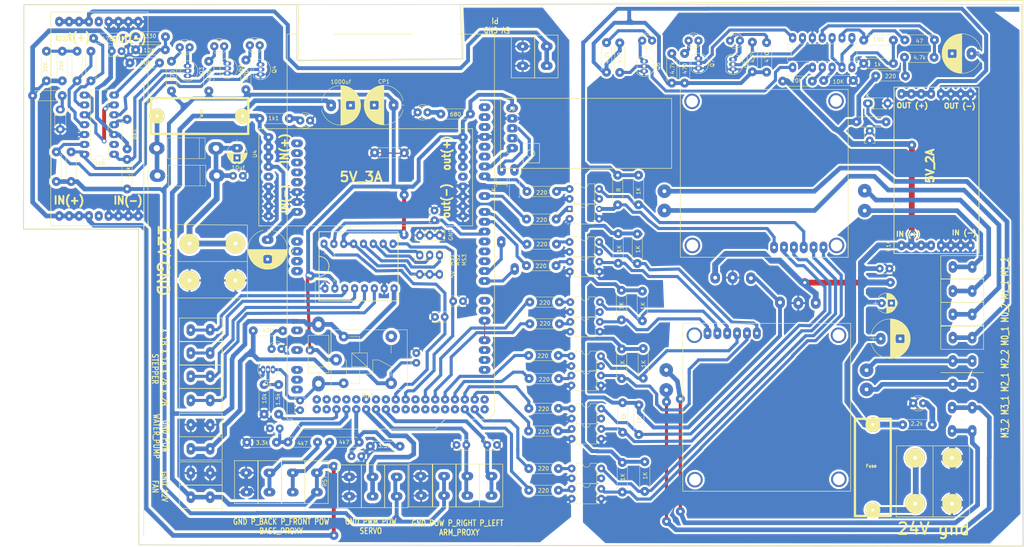
<source format=kicad_pcb>
(kicad_pcb (version 20171130) (host pcbnew "(5.0.2)-1")
  (layers (0 F.Cu signal) (31 B.Cu signal) (34 B.Paste user) (35 F.Paste user) (36 B.SilkS user) (37 F.SilkS user) (38 B.Mask user) (39 F.Mask user) (44 Edge.Cuts user))
  (net 0 "")
  (net 1 "Net-(1K12-Pad2)")
  (net 2 /0_E)
  (net 3 +12V)
  (net 4 /en_x)
  (net 5 GND)
  (net 6 /MS1)
  (net 7 /MS2)
  (net 8 /MS3)
  (net 9 /X_1A)
  (net 10 +5V)
  (net 11 /X_1B)
  (net 12 /stepx)
  (net 13 /dirx)
  (net 14 /P_FRONT)
  (net 15 /P_BACK)
  (net 16 "Net-(C7-Pad1)")
  (net 17 /P_LEFT)
  (net 18 /P_RIGHT)
  (net 19 "Net-(C36-Pad1)")
  (net 20 "Net-(C37-Pad1)")
  (net 21 gnd)
  (net 22 +24V)
  (net 23 "Net-(F2-Pad1)")
  (net 24 "Net-(D2-Pad2)")
  (net 25 "Net-(D10-Pad2)")
  (net 26 /RX)
  (net 27 "Net-(D7-Pad2)")
  (net 28 "Net-(D8-Pad2)")
  (net 29 "Net-(D9-Pad2)")
  (net 30 "Net-(D11-Pad2)")
  (net 31 "Net-(J3-Pad3)")
  (net 32 /TX)
  (net 33 /M1_1)
  (net 34 /M2_2)
  (net 35 /M1_2)
  (net 36 "Net-(Q1-Pad2)")
  (net 37 /Relay)
  (net 38 /M3_IN2)
  (net 39 "Net-(R8-Pad2)")
  (net 40 "Net-(R9-Pad2)")
  (net 41 /M3_IN1)
  (net 42 /M3_EN)
  (net 43 "Net-(R10-Pad2)")
  (net 44 "Net-(R11-Pad2)")
  (net 45 /M2_IN2)
  (net 46 /M2_IN1)
  (net 47 "Net-(R12-Pad2)")
  (net 48 "Net-(R13-Pad2)")
  (net 49 /M2_EN)
  (net 50 /M1_IN2)
  (net 51 "Net-(R14-Pad2)")
  (net 52 "Net-(R15-Pad2)")
  (net 53 /M1_IN1)
  (net 54 /M1_EN)
  (net 55 "Net-(R16-Pad2)")
  (net 56 "Net-(R17-Pad2)")
  (net 57 /M0_IN2)
  (net 58 /M0_IN1)
  (net 59 "Net-(R18-Pad2)")
  (net 60 "Net-(R19-Pad2)")
  (net 61 /M0_EN)
  (net 62 /3_2)
  (net 63 /3_1)
  (net 64 /3_E)
  (net 65 /2_2)
  (net 66 /2_1)
  (net 67 /2_E)
  (net 68 /1_2)
  (net 69 /1_1)
  (net 70 /1_E)
  (net 71 /0_2)
  (net 72 /0_1)
  (net 73 /M3_1)
  (net 74 /X_2B)
  (net 75 /X_2A)
  (net 76 "Net-(J3-Pad2)")
  (net 77 /M0_1)
  (net 78 /M0_2)
  (net 79 /M2_1)
  (net 80 "Net-(U1-Pad18)")
  (net 81 /Servo)
  (net 82 "Net-(Rly1-Pad3)")
  (net 83 "Net-(U1-Pad39)")
  (net 84 "Net-(U1-Pad37)")
  (net 85 "Net-(U1-Pad35)")
  (net 86 "Net-(U1-Pad34)")
  (net 87 "Net-(U1-Pad33)")
  (net 88 "Net-(U1-Pad31)")
  (net 89 "Net-(U1-Pad29)")
  (net 90 "Net-(U1-Pad27)")
  (net 91 "Net-(U1-PadA15)")
  (net 92 "Net-(U1-PadA14)")
  (net 93 "Net-(U1-PadA13)")
  (net 94 "Net-(U1-PadA11)")
  (net 95 "Net-(U1-PadA9)")
  (net 96 "Net-(U1-PadA4)")
  (net 97 "Net-(U1-PadA3)")
  (net 98 "Net-(U1-PadA2)")
  (net 99 "Net-(U1-PadA1)")
  (net 100 "Net-(U1-Pad12)")
  (net 101 "Net-(U1-Pad13)")
  (net 102 "Net-(U1-PadAREF)")
  (net 103 "Net-(U1-PadSDA)")
  (net 104 "Net-(U1-PadSCL)")
  (net 105 "Net-(U1-Pad4)")
  (net 106 "Net-(U1-Pad3)")
  (net 107 "Net-(U1-Pad2)")
  (net 108 "Net-(U1-Pad14)")
  (net 109 "Net-(U1-Pad15)")
  (net 110 "Net-(U1-Pad19)")
  (net 111 "Net-(U1-Pad20)")
  (net 112 "Net-(U1-Pad21)")
  (net 113 "Net-(U1-PadRST1)")
  (net 114 "Net-(U1-Pad3V3)")
  (net 115 "Net-(U1-Pad5V1)")
  (net 116 "Net-(U1-Pad40)")
  (net 117 "Net-(U1-Pad42)")
  (net 118 "Net-(U1-Pad44)")
  (net 119 "Net-(U1-Pad46)")
  (net 120 "Net-(U1-Pad48)")
  (net 121 "Net-(U1-Pad50)")
  (net 122 "Net-(U1-Pad52)")
  (net 123 "Net-(U1-Pad53)")
  (net 124 /M3_2)
  (net 125 /state)
  (net 126 "Net-(J9-Pad3)")
  (net 127 "Net-(D4-Pad2)")
  (net 128 "Net-(D4-Pad1)")
  (net 129 "Net-(D5-Pad1)")
  (net 130 "Net-(D5-Pad2)")
  (net 131 "Net-(D6-Pad1)")
  (net 132 "Net-(D6-Pad2)")
  (net 133 "Net-(D12-Pad1)")
  (net 134 /X2)
  (net 135 /X1)
  (net 136 /X3)
  (net 137 /V1)
  (net 138 "Net-(R46-Pad1)")
  (net 139 /V3)
  (net 140 /V2)
  (net 141 "Net-(R50-Pad1)")
  (net 142 "Net-(R53-Pad1)")
  (net 143 "Net-(R54-Pad1)")
  (net 144 /Z)
  (net 145 "Net-(U18-Pad2)")
  (net 146 "Net-(D13-Pad1)")
  (net 147 "Net-(D13-Pad2)")
  (net 148 "Net-(D14-Pad1)")
  (net 149 "Net-(D15-Pad1)")
  (net 150 "Net-(D15-Pad2)")
  (net 151 "Net-(D16-Pad2)")
  (net 152 "Net-(D16-Pad1)")
  (net 153 /B_X3)
  (net 154 /B_X1)
  (net 155 /B_X2)
  (net 156 /B_V1)
  (net 157 "Net-(R59-Pad1)")
  (net 158 /B_V3)
  (net 159 /B_V2)
  (net 160 "Net-(R67-Pad1)")
  (net 161 "Net-(R68-Pad1)")
  (net 162 /B_Z)
  (net 163 "Net-(J12-Pad2)")
  (module modFiles:Resistor_small (layer F.Cu) (at 102.81 146.1 90)
    (fp_text reference R57 (at 3.81 -2.31 90) (layer F.SilkS))
    (fp_text value 470)
    (pad 1 thru_hole circle (at -10.175 0.05 90) (size 2.3 2.3) (drill 0.8) (layers *.Cu *.Mask) (net 3 +12V))
    (pad 2 thru_hole circle (at 7.62 0 90) (size 2.3 2.3) (drill 0.8) (layers *.Cu *.Mask) (net 3 +12V))
  )
  (module modFiles:Resistor_small (layer F.Cu) (at 251.51 63.45 90)
    (fp_text reference R58 hide)
    (fp_text value 470)
    (pad 1 thru_hole circle (at -15.35 0.025 90) (size 2.3 2.3) (drill 0.8) (layers *.Cu *.Mask) (net 22 +24V))
    (pad 2 thru_hole circle (at 7.62 0 90) (size 2.3 2.3) (drill 0.8) (layers *.Cu *.Mask) (net 22 +24V))
  )
  (module modFiles:Arduino_Mega2560_Shield (layer F.Cu) (at 135.76 54.63)
    (fp_text reference U1 hide)
    (fp_text value Prashant_library_Arduino_Mega2560_Shield)
    (fp_text user . (at -12.9413 35.1663 270) (layer F.SilkS))
    (pad NC thru_hole oval (at -42.418 0.762 270) (size 2 3) (drill 0.8) (layers *.Cu *.Mask))
    (pad IORE thru_hole oval (at -42.418 3.302 270) (size 2 3) (drill 0.8) (layers *.Cu *.Mask))
    (pad 39 thru_hole circle (at -17.0053 69.2023 270) (size 2.15 2.15) (drill 0.8) (layers *.Cu *.Mask) (net 83 "Net-(U1-Pad39)"))
    (pad 38 thru_hole circle (at -17.0053 66.6623 270) (size 2.15 2.15) (drill 0.8) (layers *.Cu *.Mask) (net 13 /dirx))
    (pad 37 thru_hole circle (at -14.4653 69.2023 270) (size 2.15 2.15) (drill 0.8) (layers *.Cu *.Mask) (net 84 "Net-(U1-Pad37)"))
    (pad 36 thru_hole circle (at -14.4653 66.6623 270) (size 2.15 2.15) (drill 0.8) (layers *.Cu *.Mask) (net 4 /en_x))
    (pad 35 thru_hole circle (at -11.9253 69.2023 270) (size 2.15 2.15) (drill 0.8) (layers *.Cu *.Mask) (net 85 "Net-(U1-Pad35)"))
    (pad 34 thru_hole circle (at -11.9253 66.6623 270) (size 2.15 2.15) (drill 0.8) (layers *.Cu *.Mask) (net 86 "Net-(U1-Pad34)"))
    (pad 33 thru_hole circle (at -9.3853 69.2023 270) (size 2.15 2.15) (drill 0.8) (layers *.Cu *.Mask) (net 87 "Net-(U1-Pad33)"))
    (pad 32 thru_hole circle (at -9.3853 66.6623 270) (size 2.15 2.15) (drill 0.8) (layers *.Cu *.Mask) (net 41 /M3_IN1))
    (pad 31 thru_hole circle (at -6.8453 69.2023 270) (size 2.15 2.15) (drill 0.8) (layers *.Cu *.Mask) (net 88 "Net-(U1-Pad31)"))
    (pad 30 thru_hole circle (at -6.8453 66.6623 270) (size 2.15 2.15) (drill 0.8) (layers *.Cu *.Mask) (net 38 /M3_IN2))
    (pad 29 thru_hole circle (at -4.3053 69.2023 270) (size 2.15 2.15) (drill 0.8) (layers *.Cu *.Mask) (net 89 "Net-(U1-Pad29)"))
    (pad 28 thru_hole circle (at -4.3053 66.6623 270) (size 2.15 2.15) (drill 0.8) (layers *.Cu *.Mask) (net 45 /M2_IN2))
    (pad 27 thru_hole circle (at -1.7653 69.2023 270) (size 2.15 2.15) (drill 0.8) (layers *.Cu *.Mask) (net 90 "Net-(U1-Pad27)"))
    (pad 26 thru_hole circle (at -1.7653 66.6623 270) (size 2.15 2.15) (drill 0.8) (layers *.Cu *.Mask) (net 46 /M2_IN1))
    (pad 25 thru_hole circle (at 0.7747 69.2023 270) (size 2.15 2.15) (drill 0.8) (layers *.Cu *.Mask) (net 50 /M1_IN2))
    (pad 24 thru_hole circle (at 0.7747 66.6623 270) (size 2.15 2.15) (drill 0.8) (layers *.Cu *.Mask) (net 58 /M0_IN1))
    (pad A15 thru_hole oval (at -42.4053 64.1223 270) (size 2 3) (drill 0.8) (layers *.Cu *.Mask) (net 91 "Net-(U1-PadA15)"))
    (pad A14 thru_hole oval (at -42.4053 61.5823 270) (size 2 3) (drill 0.8) (layers *.Cu *.Mask) (net 92 "Net-(U1-PadA14)"))
    (pad A13 thru_hole oval (at -42.4053 59.0423 270) (size 2 3) (drill 0.8) (layers *.Cu *.Mask) (net 93 "Net-(U1-PadA13)"))
    (pad A11 thru_hole oval (at -42.4053 53.9623 270) (size 2 3) (drill 0.8) (layers *.Cu *.Mask) (net 94 "Net-(U1-PadA11)"))
    (pad A9 thru_hole oval (at -42.4053 48.8823 270) (size 2 3) (drill 0.8) (layers *.Cu *.Mask) (net 95 "Net-(U1-PadA9)"))
    (pad A4 thru_hole oval (at -42.4053 33.6423 270) (size 2.15 3) (drill 0.8) (layers *.Cu *.Mask) (net 96 "Net-(U1-PadA4)"))
    (pad A3 thru_hole oval (at -42.4053 31.1023 270) (size 2.15 3) (drill 0.8) (layers *.Cu *.Mask) (net 97 "Net-(U1-PadA3)"))
    (pad A2 thru_hole oval (at -42.4053 28.5623 270) (size 2.15 3) (drill 0.8) (layers *.Cu *.Mask) (net 98 "Net-(U1-PadA2)"))
    (pad A1 thru_hole oval (at -42.4053 26.0223 270) (size 2.15 3) (drill 0.8) (layers *.Cu *.Mask) (net 99 "Net-(U1-PadA1)"))
    (pad 11 thru_hole oval (at 5.8547 6.7183 270) (size 2 3) (drill 0.8) (layers *.Cu *.Mask) (net 125 /state))
    (pad 12 thru_hole oval (at 5.8547 4.1783 270) (size 2 3) (drill 0.8) (layers *.Cu *.Mask) (net 100 "Net-(U1-Pad12)"))
    (pad 13 thru_hole oval (at 5.8547 1.6383 270) (size 2 3) (drill 0.8) (layers *.Cu *.Mask) (net 101 "Net-(U1-Pad13)"))
    (pad AREF thru_hole oval (at 5.8547 -3.4417 270) (size 2 3) (drill 0.8) (layers *.Cu *.Mask) (net 102 "Net-(U1-PadAREF)"))
    (pad SDA thru_hole oval (at 5.8547 -5.9817 270) (size 2 3) (drill 0.8) (layers *.Cu *.Mask) (net 103 "Net-(U1-PadSDA)"))
    (pad SCL thru_hole oval (at 5.8547 -8.5217 270) (size 2 3) (drill 0.8) (layers *.Cu *.Mask) (net 104 "Net-(U1-PadSCL)"))
    (pad 10 thru_hole oval (at 5.8547 9.2583 270) (size 2 3) (drill 0.8) (layers *.Cu *.Mask) (net 54 /M1_EN))
    (pad 8 thru_hole oval (at 5.8547 14.3383 270) (size 2 3) (drill 0.8) (layers *.Cu *.Mask) (net 61 /M0_EN))
    (pad GND5 thru_hole oval (at 5.8547 -0.9017 270) (size 2 3) (drill 0.8) (layers *.Cu *.Mask) (net 5 GND))
    (pad 7 thru_hole oval (at 5.8547 18.4023 270) (size 2 3) (drill 0.8) (layers *.Cu *.Mask) (net 49 /M2_EN))
    (pad 6 thru_hole oval (at 5.8547 20.9423 270) (size 2 3) (drill 0.8) (layers *.Cu *.Mask) (net 42 /M3_EN))
    (pad 5 thru_hole oval (at 5.8547 23.4823 270) (size 2 3) (drill 0.8) (layers *.Cu *.Mask) (net 12 /stepx))
    (pad 4 thru_hole oval (at 5.8547 26.0223 270) (size 2 3) (drill 0.8) (layers *.Cu *.Mask) (net 105 "Net-(U1-Pad4)"))
    (pad 3 thru_hole oval (at 5.8547 28.5623 270) (size 2 3) (drill 0.8) (layers *.Cu *.Mask) (net 106 "Net-(U1-Pad3)"))
    (pad 2 thru_hole oval (at 5.8547 31.1023 270) (size 2 3) (drill 0.8) (layers *.Cu *.Mask) (net 107 "Net-(U1-Pad2)"))
    (pad 1 thru_hole oval (at 5.8547 33.6423 270) (size 2 3) (drill 0.8) (layers *.Cu *.Mask) (net 26 /RX))
    (pad 0 thru_hole oval (at 5.8547 36.1823 270) (size 2 3) (drill 0.8) (layers *.Cu *.Mask) (net 32 /TX))
    (pad 14 thru_hole oval (at 5.8547 41.2623 270) (size 2 3) (drill 0.8) (layers *.Cu *.Mask) (net 108 "Net-(U1-Pad14)"))
    (pad 15 thru_hole oval (at 5.8547 43.8023 270) (size 2 3) (drill 0.8) (layers *.Cu *.Mask) (net 109 "Net-(U1-Pad15)"))
    (pad 18 thru_hole oval (at 5.8547 51.4223 270) (size 2 3) (drill 0.8) (layers *.Cu *.Mask) (net 80 "Net-(U1-Pad18)"))
    (pad 19 thru_hole oval (at 5.8547 53.9623 270) (size 2 3) (drill 0.8) (layers *.Cu *.Mask) (net 110 "Net-(U1-Pad19)"))
    (pad 20 thru_hole oval (at 5.8547 56.5023 270) (size 2 3) (drill 0.8) (layers *.Cu *.Mask) (net 111 "Net-(U1-Pad20)"))
    (pad 21 thru_hole oval (at 5.8547 59.0423 270) (size 2 3) (drill 0.8) (layers *.Cu *.Mask) (net 112 "Net-(U1-Pad21)"))
    (pad RST1 thru_hole oval (at -42.4053 5.7023 270) (size 2 3) (drill 0.8) (layers *.Cu *.Mask) (net 113 "Net-(U1-PadRST1)"))
    (pad 3V3 thru_hole oval (at -42.4053 8.2423 270) (size 2 3) (drill 0.8) (layers *.Cu *.Mask) (net 114 "Net-(U1-Pad3V3)"))
    (pad 5V1 thru_hole oval (at -42.4053 10.7823 270) (size 2.15 3) (drill 0.8) (layers *.Cu *.Mask) (net 115 "Net-(U1-Pad5V1)"))
    (pad GND1 thru_hole oval (at -42.4053 13.3223 270) (size 2 3) (drill 0.8) (layers *.Cu *.Mask) (net 5 GND))
    (pad GND2 thru_hole oval (at -42.4053 15.8623 270) (size 2 3) (drill 0.8) (layers *.Cu *.Mask) (net 5 GND))
    (pad VIN thru_hole oval (at -42.4053 18.4023 270) (size 2 3) (drill 0.8) (layers *.Cu *.Mask) (net 3 +12V))
    (pad 40 thru_hole circle (at -19.5453 66.6623 270) (size 2.15 2.15) (drill 0.8) (layers *.Cu *.Mask) (net 116 "Net-(U1-Pad40)"))
    (pad 41 thru_hole circle (at -19.5453 69.2023 270) (size 2.15 2.15) (drill 0.8) (layers *.Cu *.Mask) (net 17 /P_LEFT))
    (pad 42 thru_hole circle (at -22.0853 66.6623 270) (size 2.15 2.15) (drill 0.8) (layers *.Cu *.Mask) (net 117 "Net-(U1-Pad42)"))
    (pad 43 thru_hole circle (at -22.0853 69.2023 270) (size 2.15 2.15) (drill 0.8) (layers *.Cu *.Mask) (net 18 /P_RIGHT))
    (pad 44 thru_hole circle (at -24.6253 66.6623 270) (size 2.15 2.15) (drill 0.8) (layers *.Cu *.Mask) (net 118 "Net-(U1-Pad44)"))
    (pad 45 thru_hole circle (at -24.6253 69.2023 270) (size 2.15 2.15) (drill 0.8) (layers *.Cu *.Mask) (net 81 /Servo))
    (pad 46 thru_hole circle (at -27.1653 66.6623 270) (size 2.15 2.15) (drill 0.8) (layers *.Cu *.Mask) (net 119 "Net-(U1-Pad46)"))
    (pad 47 thru_hole circle (at -27.1653 69.2023 270) (size 2.15 2.15) (drill 0.8) (layers *.Cu *.Mask) (net 14 /P_FRONT))
    (pad 48 thru_hole circle (at -29.7053 66.6623 270) (size 2.15 2.15) (drill 0.8) (layers *.Cu *.Mask) (net 120 "Net-(U1-Pad48)"))
    (pad 49 thru_hole circle (at -29.7053 69.2023 270) (size 2.15 2.15) (drill 0.8) (layers *.Cu *.Mask) (net 15 /P_BACK))
    (pad 50 thru_hole circle (at -32.2453 66.6623 270) (size 2.15 2.15) (drill 0.8) (layers *.Cu *.Mask) (net 121 "Net-(U1-Pad50)"))
    (pad 51 thru_hole circle (at -32.2453 69.2023 270) (size 2.15 2.15) (drill 0.8) (layers *.Cu *.Mask) (net 37 /Relay))
    (pad 52 thru_hole circle (at -34.7853 66.6623 270) (size 2.15 2.15) (drill 0.8) (layers *.Cu *.Mask) (net 122 "Net-(U1-Pad52)"))
    (pad 53 thru_hole circle (at -34.7853 69.2023 270) (size 2.15 2.15) (drill 0.8) (layers *.Cu *.Mask) (net 123 "Net-(U1-Pad53)"))
    (pad VCC thru_hole circle (at 5.8547 66.6623 270) (size 2.15 2.15) (drill 0.8) (layers *.Cu *.Mask))
    (pad VCC thru_hole circle (at 5.8547 69.2023 270) (size 2.15 2.15) (drill 0.8) (layers *.Cu *.Mask))
    (pad 22 thru_hole circle (at 3.3147 66.6623 270) (size 2.15 2.15) (drill 0.8) (layers *.Cu *.Mask) (net 57 /M0_IN2))
    (pad 23 thru_hole circle (at 3.3147 69.2023 270) (size 2.15 2.15) (drill 0.8) (layers *.Cu *.Mask) (net 53 /M1_IN1))
    (pad GND thru_hole circle (at -37.3253 69.2023 270) (size 2.15 2.15) (drill 0.8) (layers *.Cu *.Mask))
    (pad GND thru_hole custom (at -37.3253 66.6623 270) (size 2.15 2.15) (drill 0.8) (layers *.Cu *.Mask) (options (clearance outline) (anchor circle)) (primitives))
    (pad 18 thru_hole oval (at 5.8547 46.3973 270) (size 2 3) (drill 0.8) (layers *.Cu *.Mask) (net 80 "Net-(U1-Pad18)"))
  )
  (module modFiles:Buck_5A (layer F.Cu) (at 42.51 76.58 180)
    (fp_text reference U20 hide)
    (fp_text value 5V_Regulator)
    (fp_text user "IN(+)" (at 7.82 6.53 180) (layer F.SilkS) (effects (font (size 2 1.9) (thickness 0.475))))
    (fp_text user "IN(-)" (at -7.37 6.48 180) (layer F.SilkS) (effects (font (size 2 1.8) (thickness 0.45))))
    (fp_text user "out(+)" (at 6.82 48.49 180) (layer F.SilkS) (effects (font (size 2 1.8) (thickness 0.45))))
    (fp_text user "out(-)" (at -7.58 48.22) (layer F.SilkS) (effects (font (size 2 1.8) (thickness 0.45))))
    (pad 1 thru_hole oval (at -10 2.5 180) (size 2.05 2.5) (drill 0.8) (layers *.Cu *.Mask) (net 5 GND))
    (pad 1 thru_hole oval (at -7.46 2.5 180) (size 2.05 2.5) (drill 0.8) (layers *.Cu *.Mask) (net 5 GND))
    (pad 1 thru_hole oval (at -4.92 2.5 180) (size 2.05 2.5) (drill 0.8) (layers *.Cu *.Mask) (net 5 GND))
    (pad 1 thru_hole oval (at -2.38 2.5 180) (size 2.05 2.5) (drill 0.8) (layers *.Cu *.Mask) (net 5 GND))
    (pad 0 thru_hole oval (at 0.16 2.5 180) (size 2.05 2.5) (drill 0.8) (layers *.Cu *.Mask))
    (pad 2 thru_hole oval (at 2.7 2.5 180) (size 2.05 2.5) (drill 0.8) (layers *.Cu *.Mask) (net 3 +12V))
    (pad 2 thru_hole oval (at 5.24 2.5 180) (size 2.05 2.5) (drill 0.8) (layers *.Cu *.Mask) (net 3 +12V))
    (pad 2 thru_hole oval (at 7.78 2.5 180) (size 2.05 2.5) (drill 0.8) (layers *.Cu *.Mask) (net 3 +12V))
    (pad 2 thru_hole oval (at 10.32 2.5 180) (size 2.05 2.5) (drill 0.8) (layers *.Cu *.Mask) (net 3 +12V))
    (pad 4 thru_hole oval (at -10 52.5 180) (size 2.05 2.5) (drill 0.8) (layers *.Cu *.Mask) (net 5 GND))
    (pad 3 thru_hole oval (at 5.24 52.5 180) (size 2.05 2.5) (drill 0.8) (layers *.Cu *.Mask) (net 163 "Net-(J12-Pad2)"))
    (pad 0 thru_hole oval (at 0.16 52.5 180) (size 2.05 2.5) (drill 0.8) (layers *.Cu *.Mask))
    (pad 3 thru_hole oval (at 2.7 52.5 180) (size 2.05 2.5) (drill 0.8) (layers *.Cu *.Mask) (net 163 "Net-(J12-Pad2)"))
    (pad 4 thru_hole oval (at -2.38 52.5 180) (size 2.05 2.5) (drill 0.8) (layers *.Cu *.Mask) (net 5 GND))
    (pad 3 thru_hole oval (at 10.32 52.5 180) (size 2.05 2.5) (drill 0.8) (layers *.Cu *.Mask) (net 163 "Net-(J12-Pad2)"))
    (pad 4 thru_hole oval (at -4.92 52.5 180) (size 2.05 2.5) (drill 0.8) (layers *.Cu *.Mask) (net 5 GND))
    (pad 3 thru_hole oval (at 7.78 52.5 180) (size 2.05 2.5) (drill 0.8) (layers *.Cu *.Mask) (net 163 "Net-(J12-Pad2)"))
    (pad 4 thru_hole oval (at -7.46 52.5 180) (size 2.05 2.5) (drill 0.8) (layers *.Cu *.Mask) (net 5 GND))
  )
  (module 0_18:bluetooth (layer F.Cu) (at 155.73 53.82 180)
    (fp_text reference J9 (at 7.084 7.252 180) (layer F.SilkS))
    (fp_text value bluetooth)
    (pad 5 thru_hole oval (at 7.05 7.5 90) (size 2.15 3) (drill 0.8) (layers *.Cu *.Mask) (net 10 +5V))
    (pad 1 thru_hole oval (at 7 -2.8 90) (size 2.15 3) (drill 0.8) (layers *.Cu *.Mask) (net 125 /state))
    (pad 2 thru_hole oval (at 7 -0.26 90) (size 2.15 3) (drill 0.8) (layers *.Cu *.Mask) (net 27 "Net-(D7-Pad2)"))
    (pad 3 thru_hole oval (at 7 2.28 90) (size 2.15 3) (drill 0.8) (layers *.Cu *.Mask) (net 126 "Net-(J9-Pad3)"))
    (pad 4 thru_hole oval (at 7 4.82 90) (size 2.15 3) (drill 0.8) (layers *.Cu *.Mask) (net 5 GND))
  )
  (module modFiles:Resistor_small (layer F.Cu) (at 120.9 78.94 90)
    (fp_text reference R4 hide)
    (fp_text value R)
    (pad 2 thru_hole circle (at 10.3 0.025 90) (size 2.3 2.3) (drill 0.8) (layers *.Cu *.Mask) (net 10 +5V))
    (pad 1 thru_hole circle (at 0 0 90) (size 2.3 2.3) (drill 0.8) (layers *.Cu *.Mask) (net 10 +5V))
  )
  (module modFiles:Resistor_small (layer F.Cu) (at 191.968 128.774 90)
    (fp_text reference R40 hide)
    (fp_text value R)
    (pad 1 thru_hole circle (at -21.325 0 90) (size 2.3 2.3) (drill 0.8) (layers *.Cu *.Mask) (net 124 /M3_2))
    (pad 2 thru_hole circle (at 7.62 0 90) (size 2.3 2.3) (drill 0.8) (layers *.Cu *.Mask) (net 124 /M3_2))
  )
  (module modFiles:Resistor_small (layer F.Cu) (at 188.412 129.536 90)
    (fp_text reference R39 hide)
    (fp_text value R)
    (pad 2 thru_hole circle (at 7.62 0 90) (size 2.3 2.3) (drill 0.8) (layers *.Cu *.Mask) (net 73 /M3_1))
    (pad 1 thru_hole circle (at -23.125 0 90) (size 2.3 2.3) (drill 0.8) (layers *.Cu *.Mask) (net 73 /M3_1))
  )
  (module modFiles:Resistor_small (layer F.Cu) (at 220.416 91.182)
    (fp_text reference R38 hide)
    (fp_text value R)
    (pad 1 thru_hole circle (at 3.575 0.05) (size 2.3 2.3) (drill 0.8) (layers *.Cu *.Mask) (net 22 +24V))
    (pad 2 thru_hole circle (at 25.575 0) (size 2.3 2.3) (drill 0.8) (layers *.Cu *.Mask) (net 22 +24V))
  )
  (module 0_18:saju_____L298 (layer F.Cu) (at 213.56 63.12)
    (fp_text reference U2 hide)
    (fp_text value L298)
    (pad 3 thru_hole oval (at 2.54 19.05 270) (size 3 2) (drill 0.8) (layers *.Cu *.Mask) (net 2 /0_E))
    (pad 4 thru_hole oval (at 5.08 19.05 270) (size 3 2) (drill 0.8) (layers *.Cu *.Mask) (net 72 /0_1))
    (pad 5 thru_hole oval (at 7.62 19.05 270) (size 3 2) (drill 0.8) (layers *.Cu *.Mask) (net 71 /0_2))
    (pad 6 thru_hole oval (at 10.16 19.05 270) (size 3 2) (drill 0.8) (layers *.Cu *.Mask) (net 70 /1_E))
    (pad 7 thru_hole oval (at 12.7 19.05 270) (size 3 2) (drill 0.8) (layers *.Cu *.Mask) (net 69 /1_1))
    (pad 8 thru_hole oval (at 15.24 19.05 270) (size 3 2) (drill 0.8) (layers *.Cu *.Mask) (net 68 /1_2))
    (pad 2 thru_hole oval (at -8.128 26.8224) (size 2.5 3) (drill 1) (layers *.Cu *.Mask) (net 21 gnd))
    (pad 1 thru_hole oval (at -12.6238 26.8478) (size 2.5 3) (drill 1) (layers *.Cu *.Mask) (net 22 +24V))
    (pad 10 thru_hole circle (at -25.6921 9.5504) (size 3.5 3.5) (drill 1) (layers *.Cu *.Mask) (net 78 /M0_2))
    (pad 9 thru_hole circle (at -25.6921 4.5974) (size 3.5 3.5) (drill 1) (layers *.Cu *.Mask) (net 77 /M0_1))
    (pad 11 thru_hole circle (at 25.8445 4.4577) (size 3.5 3.5) (drill 1) (layers *.Cu *.Mask) (net 33 /M1_1))
    (pad 12 thru_hole circle (at 25.8445 9.6012) (size 3.5 3.5) (drill 1) (layers *.Cu *.Mask) (net 35 /M1_2))
    (pad 14 thru_hole circle (at 18.4658 -18.6182) (size 4 4) (drill 3) (layers *.Cu *.Mask))
    (pad 14 thru_hole circle (at -18.5674 -18.5166) (size 4 4) (drill 3) (layers *.Cu *.Mask))
    (pad 13 thru_hole circle (at -18.4785 18.542) (size 4 4) (drill 3) (layers *.Cu *.Mask))
    (pad 15 thru_hole circle (at 18.5928 18.542) (size 4 4) (drill 3) (layers *.Cu *.Mask))
    (pad 0 thru_hole oval (at -3.425 26.975) (size 2.5 3) (drill 1) (layers *.Cu *.Mask) (net 1 "Net-(1K12-Pad2)"))
  )
  (module 0_18:saju_____L298 (layer F.Cu) (at 214.19 123.31 180)
    (fp_text reference U3 hide)
    (fp_text value L298)
    (pad 3 thru_hole oval (at 2.54 19.05 90) (size 3 2) (drill 0.8) (layers *.Cu *.Mask) (net 67 /2_E))
    (pad 4 thru_hole oval (at 5.08 19.05 90) (size 3 2) (drill 0.8) (layers *.Cu *.Mask) (net 66 /2_1))
    (pad 5 thru_hole oval (at 7.62 19.05 90) (size 3 2) (drill 0.8) (layers *.Cu *.Mask) (net 65 /2_2))
    (pad 6 thru_hole oval (at 10.16 19.05 90) (size 3 2) (drill 0.8) (layers *.Cu *.Mask) (net 64 /3_E))
    (pad 7 thru_hole oval (at 12.7 19.05 90) (size 3 2) (drill 0.8) (layers *.Cu *.Mask) (net 63 /3_1))
    (pad 8 thru_hole oval (at 15.24 19.05 90) (size 3 2) (drill 0.8) (layers *.Cu *.Mask) (net 62 /3_2))
    (pad 2 thru_hole oval (at -8.128 26.8224 180) (size 2.5 3) (drill 1) (layers *.Cu *.Mask) (net 21 gnd))
    (pad 1 thru_hole oval (at -12.6238 26.8478 180) (size 2.5 3) (drill 1) (layers *.Cu *.Mask) (net 22 +24V))
    (pad 10 thru_hole circle (at -25.6921 9.5504 180) (size 3.5 3.5) (drill 1) (layers *.Cu *.Mask) (net 34 /M2_2))
    (pad 9 thru_hole circle (at -25.6921 4.5974 180) (size 3.5 3.5) (drill 1) (layers *.Cu *.Mask) (net 79 /M2_1))
    (pad 11 thru_hole circle (at 25.8445 4.4577 180) (size 3.5 3.5) (drill 1) (layers *.Cu *.Mask) (net 73 /M3_1))
    (pad 12 thru_hole circle (at 25.8445 9.6012 180) (size 3.5 3.5) (drill 1) (layers *.Cu *.Mask) (net 124 /M3_2))
    (pad 14 thru_hole circle (at 18.4658 -18.6182 180) (size 4 4) (drill 3) (layers *.Cu *.Mask))
    (pad 14 thru_hole circle (at -18.5674 -18.5166 180) (size 4 4) (drill 3) (layers *.Cu *.Mask))
    (pad 13 thru_hole circle (at -18.4785 18.542 180) (size 4 4) (drill 3) (layers *.Cu *.Mask))
    (pad 15 thru_hole circle (at 18.5928 18.542 180) (size 4 4) (drill 3) (layers *.Cu *.Mask))
    (pad 0 thru_hole oval (at -3.425 26.975 180) (size 2.5 3) (drill 1) (layers *.Cu *.Mask) (net 1 "Net-(1K12-Pad2)"))
  )
  (module modFiles:Buck_5A (layer F.Cu) (at 83.52 64.13 90)
    (fp_text reference U4 (at 6 -1 90) (layer F.SilkS))
    (fp_text value 5V_Regulator)
    (fp_text user "IN(+)" (at 7.38 6.58 90) (layer F.SilkS) (effects (font (size 2 1.9) (thickness 0.475))))
    (fp_text user "IN(-)" (at -5.6 6.67 90) (layer F.SilkS) (effects (font (size 2 1.8) (thickness 0.45))))
    (fp_text user "out(+)" (at 6.22 48.27 90) (layer F.SilkS) (effects (font (size 2 1.8) (thickness 0.45))))
    (fp_text user "out(-)" (at -6.05 48.18 270) (layer F.SilkS) (effects (font (size 2 1.8) (thickness 0.45))))
    (pad 1 thru_hole oval (at -10 2.5 90) (size 2.05 2.5) (drill 0.8) (layers *.Cu *.Mask) (net 5 GND))
    (pad 1 thru_hole oval (at -7.46 2.5 90) (size 2.05 2.5) (drill 0.8) (layers *.Cu *.Mask) (net 5 GND))
    (pad 1 thru_hole oval (at -4.92 2.5 90) (size 2.05 2.5) (drill 0.8) (layers *.Cu *.Mask) (net 5 GND))
    (pad 1 thru_hole oval (at -2.38 2.5 90) (size 2.05 2.5) (drill 0.8) (layers *.Cu *.Mask) (net 5 GND))
    (pad 0 thru_hole oval (at 0.16 2.5 90) (size 2.05 2.5) (drill 0.8) (layers *.Cu *.Mask))
    (pad 2 thru_hole oval (at 2.7 2.5 90) (size 2.05 2.5) (drill 0.8) (layers *.Cu *.Mask) (net 3 +12V))
    (pad 2 thru_hole oval (at 5.24 2.5 90) (size 2.05 2.5) (drill 0.8) (layers *.Cu *.Mask) (net 3 +12V))
    (pad 2 thru_hole oval (at 7.78 2.5 90) (size 2.05 2.5) (drill 0.8) (layers *.Cu *.Mask) (net 3 +12V))
    (pad 2 thru_hole oval (at 10.32 2.5 90) (size 2.05 2.5) (drill 0.8) (layers *.Cu *.Mask) (net 3 +12V))
    (pad 4 thru_hole oval (at -10 52.5 90) (size 2.05 2.5) (drill 0.8) (layers *.Cu *.Mask) (net 5 GND))
    (pad 3 thru_hole oval (at 5.24 52.5 90) (size 2.05 2.5) (drill 0.8) (layers *.Cu *.Mask) (net 10 +5V))
    (pad 0 thru_hole oval (at 0.16 52.5 90) (size 2.05 2.5) (drill 0.8) (layers *.Cu *.Mask))
    (pad 3 thru_hole oval (at 2.7 52.5 90) (size 2.05 2.5) (drill 0.8) (layers *.Cu *.Mask) (net 10 +5V))
    (pad 4 thru_hole oval (at -2.38 52.5 90) (size 2.05 2.5) (drill 0.8) (layers *.Cu *.Mask) (net 5 GND))
    (pad 3 thru_hole oval (at 10.32 52.5 90) (size 2.05 2.5) (drill 0.8) (layers *.Cu *.Mask) (net 10 +5V))
    (pad 4 thru_hole oval (at -4.92 52.5 90) (size 2.05 2.5) (drill 0.8) (layers *.Cu *.Mask) (net 5 GND))
    (pad 3 thru_hole oval (at 7.78 52.5 90) (size 2.05 2.5) (drill 0.8) (layers *.Cu *.Mask) (net 10 +5V))
    (pad 4 thru_hole oval (at -7.46 52.5 90) (size 2.05 2.5) (drill 0.8) (layers *.Cu *.Mask) (net 5 GND))
  )
  (module modFiles:Resistor_small (layer F.Cu) (at 96.77 97.13 90)
    (fp_text reference R27 hide)
    (fp_text value R)
    (pad 1 thru_hole circle (at -11.45 -0.025 90) (size 2.3 2.3) (drill 0.8) (layers *.Cu *.Mask) (net 10 +5V))
    (pad 2 thru_hole circle (at 7.62 0 90) (size 2.3 2.3) (drill 0.8) (layers *.Cu *.Mask) (net 10 +5V))
  )
  (module modFiles:Resistor_small (layer F.Cu) (at 149.296 62.226 270)
    (fp_text reference R23 hide)
    (fp_text value R)
    (pad 1 thru_hole oval (at 0 0 180) (size 2.15 3) (drill 0.8) (layers *.Cu *.Mask) (net 126 "Net-(J9-Pad3)"))
    (pad 2 thru_hole oval (at 25.5 -0.05 180) (size 2.15 3) (drill 0.8) (layers *.Cu *.Mask) (net 32 /TX))
  )
  (module Diode_THT:D_T-1_P5.08mm_Horizontal (layer F.Cu) (at 145.994 67.306 90)
    (fp_text reference D7 hide)
    (fp_text value D_Zener)
    (fp_text user K (at 0 -2 90) (layer F.SilkS))
    (pad 1 thru_hole oval (at -13.475 -0.1) (size 2.15 3) (drill 0.8) (layers *.Cu *.Mask) (net 26 /RX))
    (pad 2 thru_hole oval (at 5.08 0) (size 2.15 3) (drill 0.8) (layers *.Cu *.Mask) (net 27 "Net-(D7-Pad2)"))
  )
  (module modFiles:A4998 (layer F.Cu) (at 100.3 94.65 90)
    (fp_text reference A1 hide)
    (fp_text value X_AXIS)
    (pad 8 thru_hole oval (at 1.915 18.03 90) (size 2.2 1.8) (drill 0.8) (layers *.Cu *.Mask) (net 3 +12V))
    (pad 9 thru_hole oval (at 13.3926 17.774 90) (size 2.2 1.8) (drill 0.8) (layers *.Cu *.Mask) (net 4 /en_x))
    (pad 7 thru_hole oval (at 1.915 15.49 90) (size 2.2 1.8) (drill 0.8) (layers *.Cu *.Mask) (net 5 GND))
    (pad 10 thru_hole oval (at 13.3926 15.234 90) (size 2.2 1.8) (drill 0.8) (layers *.Cu *.Mask) (net 6 /MS1))
    (pad 6 thru_hole oval (at 1.915 12.95 90) (size 2.2 1.8) (drill 0.8) (layers *.Cu *.Mask) (net 74 /X_2B))
    (pad 11 thru_hole oval (at 13.3926 12.694 90) (size 2.2 1.8) (drill 0.8) (layers *.Cu *.Mask) (net 7 /MS2))
    (pad 5 thru_hole oval (at 1.915 10.41 90) (size 2.2 1.8) (drill 0.8) (layers *.Cu *.Mask) (net 75 /X_2A))
    (pad 12 thru_hole oval (at 13.3926 10.154 90) (size 2.2 1.8) (drill 0.8) (layers *.Cu *.Mask) (net 8 /MS3))
    (pad 4 thru_hole oval (at 1.915 7.87 90) (size 2.2 1.8) (drill 0.8) (layers *.Cu *.Mask) (net 9 /X_1A))
    (pad 13 thru_hole oval (at 13.3926 7.614 90) (size 2.2 1.8) (drill 0.8) (layers *.Cu *.Mask) (net 10 +5V))
    (pad 3 thru_hole oval (at 1.915 5.33 90) (size 2.2 1.8) (drill 0.8) (layers *.Cu *.Mask) (net 11 /X_1B))
    (pad 14 thru_hole oval (at 13.3926 5.074 90) (size 2.2 1.8) (drill 0.8) (layers *.Cu *.Mask) (net 10 +5V))
    (pad 2 thru_hole oval (at 1.915 2.79 90) (size 2.2 1.8) (drill 0.8) (layers *.Cu *.Mask) (net 10 +5V))
    (pad 15 thru_hole oval (at 13.3926 2.534 90) (size 2.2 1.8) (drill 0.8) (layers *.Cu *.Mask) (net 12 /stepx))
    (pad 1 thru_hole oval (at 1.915 0.25 90) (size 2.2 1.8) (drill 0.8) (layers *.Cu *.Mask) (net 5 GND))
    (pad 16 thru_hole oval (at 13.405 0 90) (size 2.2 1.8) (drill 0.8) (layers *.Cu *.Mask) (net 13 /dirx))
  )
  (module 0_18:New_conn_1x4 (layer F.Cu) (at 123.9 138.12 270)
    (fp_text reference J7 hide)
    (fp_text value servo_motor)
    (pad 3 thru_hole oval (at 3.1 17.1 180) (size 3 2.15) (drill 0.8) (layers *.Cu *.Mask) (net 5 GND))
    (pad 2 thru_hole oval (at 3.1 11.1 180) (size 3 2.15) (drill 0.8) (layers *.Cu *.Mask) (net 81 /Servo))
    (pad 1 thru_hole oval (at 8.1 4.9 180) (size 3 2.15) (drill 0.8) (layers *.Cu *.Mask) (net 10 +5V))
    (pad 1 thru_hole oval (at 3.1 4.9 180) (size 3 2.15) (drill 0.8) (layers *.Cu *.Mask) (net 10 +5V))
    (pad 2 thru_hole oval (at 8.1 11.1 180) (size 3 2.15) (drill 0.8) (layers *.Cu *.Mask) (net 81 /Servo))
    (pad 3 thru_hole oval (at 8.1 17.1 180) (size 3 2.15) (drill 0.8) (layers *.Cu *.Mask) (net 5 GND))
  )
  (module modFiles:Resistor_small (layer F.Cu) (at 175.86 71.22 90)
    (fp_text reference 1K12 hide)
    (fp_text value R (at 3.86 0.27 90) (layer F.SilkS))
    (pad 2 thru_hole circle (at 7.62 0 90) (size 2.3 2.3) (drill 0.8) (layers *.Cu *.Mask) (net 1 "Net-(1K12-Pad2)"))
    (pad 1 thru_hole circle (at 0 0 90) (size 2.3 2.3) (drill 0.8) (layers *.Cu *.Mask) (net 2 /0_E))
  )
  (module modFiles:Capacitor_Disc_Small (layer F.Cu) (at 107.386 135.886)
    (fp_text reference C2 hide)
    (fp_text value C)
    (pad 1 thru_hole circle (at 0 0) (size 2 2) (drill 0.8) (layers *.Cu *.Mask) (net 14 /P_FRONT))
    (pad 2 thru_hole circle (at 2.5 0) (size 2 2) (drill 0.8) (layers *.Cu *.Mask) (net 5 GND))
  )
  (module modFiles:Capacitor_Disc_Small (layer F.Cu) (at 133.548 96.008)
    (fp_text reference C3 hide)
    (fp_text value C)
    (pad 2 thru_hole circle (at 2.5 0) (size 2 2) (drill 0.8) (layers *.Cu *.Mask) (net 5 GND))
    (pad 1 thru_hole circle (at 0 0) (size 2 2) (drill 0.8) (layers *.Cu *.Mask) (net 4 /en_x))
  )
  (module modFiles:Capacitor_Disc_Small (layer F.Cu) (at 88.9 128.73 180)
    (fp_text reference C5 hide)
    (fp_text value C)
    (pad 1 thru_hole circle (at 0 0 180) (size 2 2) (drill 0.8) (layers *.Cu *.Mask) (net 15 /P_BACK))
    (pad 2 thru_hole circle (at 2.5 0 180) (size 2 2) (drill 0.8) (layers *.Cu *.Mask) (net 5 GND))
  )
  (module modFiles:Capacitor_Disc_Small (layer F.Cu) (at 94.14 121.55 270)
    (fp_text reference C7 hide)
    (fp_text value C)
    (pad 1 thru_hole circle (at 0 0 270) (size 2 2) (drill 0.8) (layers *.Cu *.Mask) (net 16 "Net-(C7-Pad1)"))
    (pad 2 thru_hole circle (at 2.5 0 270) (size 2 2) (drill 0.8) (layers *.Cu *.Mask) (net 5 GND))
  )
  (module modFiles:Capacitor_1000uF (layer F.Cu) (at 118.21 45.56 180)
    (fp_text reference C8 hide)
    (fp_text value CP1 (at 2.5 6.06 180) (layer F.SilkS))
    (pad 2 thru_hole oval (at 5 0 180) (size 2.5 3) (drill 0.8) (layers *.Cu *.Mask) (net 5 GND))
    (pad 1 thru_hole oval (at 0 0 180) (size 2.5 3) (drill 0.8) (layers *.Cu *.Mask) (net 10 +5V))
  )
  (module modFiles:Capacitor_1000uF (layer F.Cu) (at 266.9 32.3 180)
    (fp_text reference C9 hide)
    (fp_text value CP1)
    (pad 1 thru_hole oval (at 0 0 180) (size 2.5 3) (drill 0.8) (layers *.Cu *.Mask) (net 1 "Net-(1K12-Pad2)"))
    (pad 2 thru_hole oval (at 5 0 180) (size 2.5 3) (drill 0.8) (layers *.Cu *.Mask) (net 21 gnd))
  )
  (module modFiles:Capacitor_Disc_Small (layer F.Cu) (at 131.35 100.05 180)
    (fp_text reference C13 hide)
    (fp_text value C)
    (pad 2 thru_hole circle (at 2.5 0 180) (size 2 2) (drill 0.8) (layers *.Cu *.Mask) (net 5 GND))
    (pad 1 thru_hole circle (at 0 0 180) (size 2 2) (drill 0.8) (layers *.Cu *.Mask) (net 13 /dirx))
  )
  (module modFiles:Capacitor_Disc_Small (layer F.Cu) (at 142.29 132.99)
    (fp_text reference C25 hide)
    (fp_text value C)
    (pad 1 thru_hole circle (at 0 0) (size 2 2) (drill 0.8) (layers *.Cu *.Mask) (net 17 /P_LEFT))
    (pad 2 thru_hole circle (at 2.5 0) (size 2 2) (drill 0.8) (layers *.Cu *.Mask) (net 5 GND))
  )
  (module modFiles:Capacitor_Disc_Small (layer F.Cu) (at 136.91 132.99 180)
    (fp_text reference C27 hide)
    (fp_text value C)
    (pad 2 thru_hole circle (at 2.5 0 180) (size 2 2) (drill 0.8) (layers *.Cu *.Mask) (net 5 GND))
    (pad 1 thru_hole circle (at 0 0 180) (size 2 2) (drill 0.8) (layers *.Cu *.Mask) (net 18 /P_RIGHT))
  )
  (module modFiles:Capacitor_Disc_Small (layer F.Cu) (at 128.722 75.18 90)
    (fp_text reference C33 hide)
    (fp_text value C)
    (pad 1 thru_hole circle (at 0 0 90) (size 2 2) (drill 0.8) (layers *.Cu *.Mask) (net 12 /stepx))
    (pad 2 thru_hole circle (at 2.5 0 90) (size 2 2) (drill 0.8) (layers *.Cu *.Mask) (net 5 GND))
  )
  (module modFiles:Capacitor_Disc_Small (layer F.Cu) (at 124.05 111.86 90)
    (fp_text reference C36 hide)
    (fp_text value C)
    (pad 1 thru_hole circle (at 0 0 90) (size 2 2) (drill 0.8) (layers *.Cu *.Mask) (net 19 "Net-(C36-Pad1)"))
    (pad 2 thru_hole circle (at 2.5 0 90) (size 2 2) (drill 0.8) (layers *.Cu *.Mask) (net 5 GND))
  )
  (module modFiles:Capacitor_Disc_Small (layer F.Cu) (at 76.906 63.75)
    (fp_text reference C37 hide)
    (fp_text value 104)
    (pad 1 thru_hole circle (at 0 0) (size 2 2) (drill 0.8) (layers *.Cu *.Mask) (net 20 "Net-(C37-Pad1)"))
    (pad 2 thru_hole circle (at 2.5 0) (size 2 2) (drill 0.8) (layers *.Cu *.Mask) (net 5 GND))
  )
  (module modFiles:Capacitor_Disc_Small (layer F.Cu) (at 243.276 87.626)
    (fp_text reference C38 hide)
    (fp_text value 104)
    (pad 2 thru_hole circle (at 2.5 0) (size 2 2) (drill 0.8) (layers *.Cu *.Mask) (net 21 gnd))
    (pad 1 thru_hole circle (at 0 0) (size 2 2) (drill 0.8) (layers *.Cu *.Mask) (net 22 +24V))
  )
  (module modFiles:Capacitor_10uF (layer F.Cu) (at 243.784 96.516)
    (fp_text reference C39 hide)
    (fp_text value CP1)
    (pad 1 thru_hole circle (at 0 0) (size 2.1 2.1) (drill 0.8) (layers *.Cu *.Mask) (net 22 +24V))
    (pad 2 thru_hole circle (at 2.5 0) (size 2.1 2.1) (drill 0.8) (layers *.Cu *.Mask) (net 21 gnd))
  )
  (module modFiles:Capacitor_1000uF (layer F.Cu) (at 102.13 45.62)
    (fp_text reference 1000uf (at 2.5 -6.06) (layer F.SilkS))
    (fp_text value CP1)
    (pad 2 thru_hole oval (at 5 0) (size 2.5 3) (drill 0.8) (layers *.Cu *.Mask) (net 5 GND))
    (pad 1 thru_hole oval (at 0 0) (size 2.5 3) (drill 0.8) (layers *.Cu *.Mask) (net 3 +12V))
  )
  (module modFiles:Capacitor_1000uF (layer F.Cu) (at 243.53 105.66)
    (fp_text reference C41 hide)
    (fp_text value CP1)
    (pad 1 thru_hole oval (at 0 0) (size 2.5 3) (drill 0.8) (layers *.Cu *.Mask) (net 22 +24V))
    (pad 2 thru_hole oval (at 5 0) (size 2.5 3) (drill 0.8) (layers *.Cu *.Mask) (net 21 gnd))
  )
  (module modFiles:Capacitor_10uF (layer F.Cu) (at 77.922 56.638 270)
    (fp_text reference 10uf (at 5.014 -0.3) (layer F.SilkS))
    (fp_text value CP1)
    (pad 2 thru_hole oval (at 2.5 0 180) (size 3 2.15) (drill 0.8) (layers *.Cu *.Mask) (net 5 GND))
    (pad 1 thru_hole oval (at 0 0 180) (size 3 2.15) (drill 0.8) (layers *.Cu *.Mask) (net 20 "Net-(C37-Pad1)"))
  )
  (module modFiles:Solar_Connector (layer F.Cu) (at 72.076 85.8 270)
    (fp_text reference d1 hide)
    (fp_text value 12V_Supply hide)
    (pad 1 thru_hole oval (at -4.6226 -5.4264) (size 5 5) (drill 1) (layers *.Cu *.Mask F.SilkS) (net 20 "Net-(C37-Pad1)"))
    (pad 2 thru_hole oval (at 4.8774 -5.4264) (size 5 5) (drill 1) (layers *.Cu *.Mask F.SilkS) (net 5 GND))
    (pad 1 thru_hole oval (at -4.6226 6.3736) (size 5 5) (drill 1) (layers *.Cu *.Mask F.SilkS) (net 20 "Net-(C37-Pad1)"))
    (pad 2 thru_hole oval (at 4.8774 6.3736) (size 5 5) (drill 1) (layers *.Cu *.Mask F.SilkS) (net 5 GND))
  )
  (module modFiles:Diode_Medium (layer F.Cu) (at 98.88 117.22 90)
    (fp_text reference D1 hide)
    (fp_text value DIODE)
    (pad 2 thru_hole oval (at 15.24 0 90) (size 4 3.2) (drill 1.6) (layers *.Cu *.Mask) (net 3 +12V))
    (pad 1 thru_hole oval (at 0 0 90) (size 4 3.2) (drill 1.6) (layers *.Cu *.Mask) (net 16 "Net-(C7-Pad1)"))
  )
  (module modFiles:Solar_Connector (layer F.Cu) (at 256.992 141.728)
    (fp_text reference d2 hide)
    (fp_text value 24V_Supply hide)
    (pad 2 thru_hole oval (at 4.8774 6.3736 90) (size 5 5) (drill 1) (layers *.Cu *.Mask F.SilkS) (net 21 gnd))
    (pad 1 thru_hole oval (at -4.6226 6.3736 90) (size 5 5) (drill 1) (layers *.Cu *.Mask F.SilkS) (net 23 "Net-(F2-Pad1)"))
    (pad 2 thru_hole oval (at 4.8774 -5.4264 90) (size 5 5) (drill 1) (layers *.Cu *.Mask F.SilkS) (net 21 gnd))
    (pad 1 thru_hole oval (at -4.6226 -5.4264 90) (size 5 5) (drill 1) (layers *.Cu *.Mask F.SilkS) (net 23 "Net-(F2-Pad1)"))
  )
  (module modFiles:LED_D3.0mm (layer F.Cu) (at 89.35 108.3 180)
    (fp_text reference D2 hide)
    (fp_text value RED)
    (pad 2 thru_hole circle (at 2.54 0 180) (size 2.1 2.1) (drill 0.8) (layers *.Cu *.Mask) (net 24 "Net-(D2-Pad2)"))
    (pad 1 thru_hole circle (at 0 0 180) (size 2.1 2.1) (drill 0.8) (layers *.Cu *.Mask) (net 5 GND))
  )
  (module modFiles:Diode_Medium (layer F.Cu) (at 72.7 63.69 180)
    (fp_text reference D3 hide)
    (fp_text value DIODE hide)
    (pad 1 thru_hole oval (at 0 0 180) (size 4 3.2) (drill 1.6) (layers *.Cu *.Mask) (net 20 "Net-(C37-Pad1)"))
    (pad 2 thru_hole oval (at 15.24 0 180) (size 4 3.2) (drill 1.6) (layers *.Cu *.Mask) (net 25 "Net-(D10-Pad2)"))
  )
  (module modFiles:LED_D3.0mm (layer F.Cu) (at 251.9 122.27)
    (fp_text reference D8 hide)
    (fp_text value RED)
    (pad 2 thru_hole circle (at 2.54 0) (size 2.1 2.1) (drill 0.8) (layers *.Cu *.Mask) (net 28 "Net-(D8-Pad2)"))
    (pad 1 thru_hole circle (at 0 0) (size 2.1 2.1) (drill 0.8) (layers *.Cu *.Mask) (net 21 gnd))
  )
  (module modFiles:LED_D3.0mm (layer F.Cu) (at 96.718 49.526 180)
    (fp_text reference D9 hide)
    (fp_text value RED)
    (pad 1 thru_hole circle (at 0 0 180) (size 2.1 2.1) (drill 0.8) (layers *.Cu *.Mask) (net 5 GND))
    (pad 2 thru_hole circle (at 2.54 0 180) (size 2.1 2.1) (drill 0.8) (layers *.Cu *.Mask) (net 29 "Net-(D9-Pad2)"))
  )
  (module modFiles:Diode_Medium (layer F.Cu) (at 72.52 56.66 180)
    (fp_text reference D10 hide)
    (fp_text value DIODE)
    (pad 1 thru_hole oval (at 0 0 180) (size 4 3.2) (drill 1.6) (layers *.Cu *.Mask) (net 20 "Net-(C37-Pad1)"))
    (pad 2 thru_hole oval (at 15.24 0 180) (size 4 3.2) (drill 1.6) (layers *.Cu *.Mask) (net 25 "Net-(D10-Pad2)"))
  )
  (module modFiles:LED_D3.0mm (layer F.Cu) (at 124.39 47.43)
    (fp_text reference D11 hide)
    (fp_text value RED)
    (pad 1 thru_hole circle (at 0 0) (size 2.1 2.1) (drill 0.8) (layers *.Cu *.Mask) (net 5 GND))
    (pad 2 thru_hole circle (at 2.54 0) (size 2.1 2.1) (drill 0.8) (layers *.Cu *.Mask) (net 30 "Net-(D11-Pad2)"))
  )
  (module modFiles:Fuse_Holder (layer F.Cu) (at 68.52 47.86 180)
    (fp_text reference F1 hide)
    (fp_text value Fuse (at -0.154 -0.098 -90) (layer F.SilkS) (effects (font (size 0.8 0.8) (thickness 0.2))))
    (pad 1 thru_hole circle (at 11.176 -0.508 270) (size 3.81 3.81) (drill 0.762) (layers *.Cu *.Mask F.SilkS) (net 25 "Net-(D10-Pad2)"))
    (pad 2 thru_hole circle (at -10.795 -0.508 270) (size 3.81 3.81) (drill 0.762) (layers *.Cu *.Mask F.SilkS) (net 3 +12V))
  )
  (module modFiles:Fuse_Holder (layer F.Cu) (at 241 138.55 270)
    (fp_text reference F2 hide)
    (fp_text value Fuse (at -0.154 -0.098) (layer F.SilkS) (effects (font (size 0.8 0.8) (thickness 0.2))))
    (pad 2 thru_hole circle (at -10.795 -0.508) (size 3.81 3.81) (drill 0.762) (layers *.Cu *.Mask F.SilkS) (net 22 +24V))
    (pad 1 thru_hole circle (at 11.176 -0.508) (size 3.81 3.81) (drill 0.762) (layers *.Cu *.Mask F.SilkS) (net 23 "Net-(F2-Pad1)"))
  )
  (module Connector_PinHeader_2.54mm:PinHeader_1x03_P2.54mm_Vertical (layer F.Cu) (at 124.93 89.11 90)
    (fp_text reference 5V (at -0.04 8.52 90) (layer F.SilkS))
    (fp_text value MS_jumper_xaxis)
    (pad 1 thru_hole oval (at 0 0 90) (size 2.3 1.8) (drill 1) (layers *.Cu *.Mask) (net 10 +5V))
    (pad 2 thru_hole oval (at 0 2.54 90) (size 2.3 1.8) (drill 1) (layers *.Cu *.Mask) (net 10 +5V))
    (pad 3 thru_hole oval (at 0 5.08 90) (size 2.3 1.8) (drill 1) (layers *.Cu *.Mask) (net 10 +5V))
  )
  (module Connector_PinHeader_2.54mm:PinHeader_1x03_P2.54mm_Vertical (layer F.Cu) (at 124.944 84.172 90)
    (fp_text reference MS1 hide)
    (fp_text value MS_jumper_yaxis)
    (pad 3 thru_hole oval (at 0 5.08 90) (size 2.3 1.8) (drill 1) (layers *.Cu *.Mask) (net 8 /MS3))
    (pad 2 thru_hole oval (at 0 2.54 90) (size 2.3 1.8) (drill 1) (layers *.Cu *.Mask) (net 7 /MS2))
    (pad 1 thru_hole oval (at 0 0 90) (size 2.3 1.8) (drill 1) (layers *.Cu *.Mask) (net 6 /MS1))
  )
  (module Connector_PinHeader_2.54mm:PinHeader_1x03_P2.54mm_Vertical (layer F.Cu) (at 124.96 79.07 90)
    (fp_text reference GND (at 0.14 7.97 90) (layer F.SilkS))
    (fp_text value MS_jumper)
    (pad 1 thru_hole oval (at 0 0 90) (size 2.3 1.8) (drill 1) (layers *.Cu *.Mask) (net 5 GND))
    (pad 2 thru_hole oval (at 0 2.54 90) (size 2.3 1.8) (drill 1) (layers *.Cu *.Mask) (net 5 GND))
    (pad 3 thru_hole oval (at 0 5.08 90) (size 2.3 1.8) (drill 1) (layers *.Cu *.Mask) (net 5 GND))
  )
  (module Package_TO_SOT_THT:TO-92_Inline (layer F.Cu) (at 87.17 113.62 180)
    (fp_text reference Q1 (at 1.27 -3.56 180) (layer F.SilkS))
    (fp_text value BC547)
    (pad 2 thru_hole oval (at 1.27 0 180) (size 1.05 2) (drill 0.75) (layers *.Cu *.Mask) (net 36 "Net-(Q1-Pad2)"))
    (pad 3 thru_hole oval (at 2.54 0 180) (size 1.05 2) (drill 0.75) (layers *.Cu *.Mask) (net 5 GND))
    (pad 1 thru_hole oval (at 0 0 180) (size 1.05 2) (drill 0.75) (layers *.Cu *.Mask) (net 16 "Net-(C7-Pad1)"))
  )
  (module modFiles:Resistor_small (layer F.Cu) (at 88.63 125.08 90)
    (fp_text reference R1 hide)
    (fp_text value 1.5k (at 3.85 -0.18 90) (layer F.SilkS))
    (pad 1 thru_hole circle (at 0 0 90) (size 2.3 2.3) (drill 0.8) (layers *.Cu *.Mask) (net 37 /Relay))
    (pad 2 thru_hole circle (at 7.62 0 90) (size 2.3 2.3) (drill 0.8) (layers *.Cu *.Mask) (net 36 "Net-(Q1-Pad2)"))
  )
  (module modFiles:Resistor_small (layer F.Cu) (at 84.89 125.08 90)
    (fp_text reference R2 hide)
    (fp_text value 10k (at 4.03 0.06 90) (layer F.SilkS))
    (pad 2 thru_hole circle (at 7.62 0 90) (size 2.3 2.3) (drill 0.8) (layers *.Cu *.Mask) (net 36 "Net-(Q1-Pad2)"))
    (pad 1 thru_hole circle (at 0 0 90) (size 2.3 2.3) (drill 0.8) (layers *.Cu *.Mask) (net 5 GND))
  )
  (module modFiles:Resistor_small (layer F.Cu) (at 119.832 133.346 180)
    (fp_text reference R3 hide)
    (fp_text value 3.3k (at 4.03 0.1 180) (layer F.SilkS))
    (pad 1 thru_hole circle (at 0 0 180) (size 2.3 2.3) (drill 0.8) (layers *.Cu *.Mask) (net 14 /P_FRONT))
    (pad 2 thru_hole circle (at 7.62 0 180) (size 2.3 2.3) (drill 0.8) (layers *.Cu *.Mask) (net 5 GND))
  )
  (module modFiles:Resistor_small (layer F.Cu) (at 88.082 132.33 180)
    (fp_text reference R5 hide)
    (fp_text value 3.3k (at 3.7 -0.1 180) (layer F.SilkS))
    (pad 2 thru_hole circle (at 7.62 0 180) (size 2.3 2.3) (drill 0.8) (layers *.Cu *.Mask) (net 5 GND))
    (pad 1 thru_hole circle (at 0 0 180) (size 2.3 2.3) (drill 0.8) (layers *.Cu *.Mask) (net 15 /P_BACK))
  )
  (module modFiles:Resistor_small (layer F.Cu) (at 82.09 103.63)
    (fp_text reference R7 hide)
    (fp_text value 470 (at 3.75 -0.03) (layer F.SilkS))
    (pad 2 thru_hole circle (at 7.62 0) (size 2.3 2.3) (drill 0.8) (layers *.Cu *.Mask) (net 24 "Net-(D2-Pad2)"))
    (pad 1 thru_hole circle (at 0 0) (size 2.3 2.3) (drill 0.8) (layers *.Cu *.Mask) (net 19 "Net-(C36-Pad1)"))
  )
  (module modFiles:Resistor_small (layer F.Cu) (at 153.24 101.826)
    (fp_text reference R8 hide)
    (fp_text value 220 (at 3.93 -0.076) (layer F.SilkS))
    (pad 1 thru_hole circle (at 0 0) (size 2.3 2.3) (drill 0.8) (layers *.Cu *.Mask) (net 38 /M3_IN2))
    (pad 2 thru_hole circle (at 7.62 0) (size 2.3 2.3) (drill 0.8) (layers *.Cu *.Mask) (net 39 "Net-(R8-Pad2)"))
  )
  (module modFiles:Resistor_small (layer F.Cu) (at 153.24 96.238)
    (fp_text reference R9 hide)
    (fp_text value 220 (at 3.88 0.172) (layer F.SilkS))
    (pad 2 thru_hole circle (at 7.62 0) (size 2.3 2.3) (drill 0.8) (layers *.Cu *.Mask) (net 40 "Net-(R9-Pad2)"))
    (pad 1 thru_hole circle (at 0 0) (size 2.3 2.3) (drill 0.8) (layers *.Cu *.Mask) (net 41 /M3_IN1))
  )
  (module modFiles:Resistor_small (layer F.Cu) (at 152.39 86.86)
    (fp_text reference R10 hide)
    (fp_text value 220 (at 3.754 0.096) (layer F.SilkS))
    (pad 1 thru_hole circle (at 0 0) (size 2.3 2.3) (drill 0.8) (layers *.Cu *.Mask) (net 42 /M3_EN))
    (pad 2 thru_hole circle (at 7.62 0) (size 2.3 2.3) (drill 0.8) (layers *.Cu *.Mask) (net 43 "Net-(R10-Pad2)"))
  )
  (module modFiles:Resistor_small (layer F.Cu) (at 152.96 109.98)
    (fp_text reference R11 hide)
    (fp_text value 220 (at 3.64 0.11) (layer F.SilkS))
    (pad 2 thru_hole circle (at 7.62 0) (size 2.3 2.3) (drill 0.8) (layers *.Cu *.Mask) (net 44 "Net-(R11-Pad2)"))
    (pad 1 thru_hole circle (at 0 0) (size 2.3 2.3) (drill 0.8) (layers *.Cu *.Mask) (net 45 /M2_IN2))
  )
  (module modFiles:Resistor_small (layer F.Cu) (at 153.06 115.92)
    (fp_text reference R12 hide)
    (fp_text value 220 (at 3.89 0.22) (layer F.SilkS))
    (pad 1 thru_hole circle (at 0 0) (size 2.3 2.3) (drill 0.8) (layers *.Cu *.Mask) (net 46 /M2_IN1))
    (pad 2 thru_hole circle (at 7.62 0) (size 2.3 2.3) (drill 0.8) (layers *.Cu *.Mask) (net 47 "Net-(R12-Pad2)"))
  )
  (module modFiles:Resistor_small (layer F.Cu) (at 152.5 81.33)
    (fp_text reference R13 hide)
    (fp_text value 220 (at 3.884 0.026) (layer F.SilkS))
    (pad 2 thru_hole circle (at 7.62 0) (size 2.3 2.3) (drill 0.8) (layers *.Cu *.Mask) (net 48 "Net-(R13-Pad2)"))
    (pad 1 thru_hole circle (at 0 0) (size 2.3 2.3) (drill 0.8) (layers *.Cu *.Mask) (net 49 /M2_EN))
  )
  (module modFiles:Resistor_small (layer F.Cu) (at 152.99 144.66)
    (fp_text reference R14 hide)
    (fp_text value 220 (at 3.77 0.08) (layer F.SilkS))
    (pad 1 thru_hole circle (at 0 0) (size 2.3 2.3) (drill 0.8) (layers *.Cu *.Mask) (net 50 /M1_IN2))
    (pad 2 thru_hole circle (at 7.62 0) (size 2.3 2.3) (drill 0.8) (layers *.Cu *.Mask) (net 51 "Net-(R14-Pad2)"))
  )
  (module modFiles:Resistor_small (layer F.Cu) (at 152.99 139.08)
    (fp_text reference R15 hide)
    (fp_text value 220 (at 3.77 -0.03) (layer F.SilkS))
    (pad 2 thru_hole circle (at 7.62 0) (size 2.3 2.3) (drill 0.8) (layers *.Cu *.Mask) (net 52 "Net-(R15-Pad2)"))
    (pad 1 thru_hole circle (at 0 0) (size 2.3 2.3) (drill 0.8) (layers *.Cu *.Mask) (net 53 /M1_IN1))
  )
  (module modFiles:Resistor_small (layer F.Cu) (at 152.51 67.78)
    (fp_text reference R16 hide)
    (fp_text value 220 (at 3.82 0.3) (layer F.SilkS))
    (pad 1 thru_hole circle (at 0 0) (size 2.3 2.3) (drill 0.8) (layers *.Cu *.Mask) (net 54 /M1_EN))
    (pad 2 thru_hole circle (at 7.62 0) (size 2.3 2.3) (drill 0.8) (layers *.Cu *.Mask) (net 55 "Net-(R16-Pad2)"))
  )
  (module modFiles:Resistor_small (layer F.Cu) (at 152.94 129.42)
    (fp_text reference R17 hide)
    (fp_text value 220 (at 3.83 0.2) (layer F.SilkS))
    (pad 2 thru_hole circle (at 7.62 0) (size 2.3 2.3) (drill 0.8) (layers *.Cu *.Mask) (net 56 "Net-(R17-Pad2)"))
    (pad 1 thru_hole circle (at 0 0) (size 2.3 2.3) (drill 0.8) (layers *.Cu *.Mask) (net 57 /M0_IN2))
  )
  (module modFiles:Resistor_small (layer F.Cu) (at 152.99 123.58)
    (fp_text reference R18 hide)
    (fp_text value 220 (at 3.81 0.16) (layer F.SilkS))
    (pad 1 thru_hole circle (at 0 0) (size 2.3 2.3) (drill 0.8) (layers *.Cu *.Mask) (net 58 /M0_IN1))
    (pad 2 thru_hole circle (at 7.62 0) (size 2.3 2.3) (drill 0.8) (layers *.Cu *.Mask) (net 59 "Net-(R18-Pad2)"))
  )
  (module modFiles:Resistor_small (layer F.Cu) (at 152.42 74.89)
    (fp_text reference R19 hide)
    (fp_text value 220 (at 3.86 0.21) (layer F.SilkS))
    (pad 2 thru_hole circle (at 7.62 0) (size 2.3 2.3) (drill 0.8) (layers *.Cu *.Mask) (net 60 "Net-(R19-Pad2)"))
    (pad 1 thru_hole circle (at 0 0) (size 2.3 2.3) (drill 0.8) (layers *.Cu *.Mask) (net 61 /M0_EN))
  )
  (module modFiles:Resistor_small (layer F.Cu) (at 91.384 49.018 180)
    (fp_text reference R20 hide)
    (fp_text value 1k1 (at 4.044 0.092 180) (layer F.SilkS))
    (pad 2 thru_hole circle (at 7.62 0 180) (size 2.3 2.3) (drill 0.8) (layers *.Cu *.Mask) (net 3 +12V))
    (pad 1 thru_hole circle (at 0 0 180) (size 2.3 2.3) (drill 0.8) (layers *.Cu *.Mask) (net 29 "Net-(D9-Pad2)"))
  )
  (module modFiles:Resistor_small (layer F.Cu) (at 109.36 132.29 180)
    (fp_text reference R21 hide)
    (fp_text value 4k7 (at 3.9 0 180) (layer F.SilkS))
    (pad 2 thru_hole circle (at 7.62 0 180) (size 2.3 2.3) (drill 0.8) (layers *.Cu *.Mask) (net 76 "Net-(J3-Pad2)"))
    (pad 1 thru_hole circle (at 0 0 180) (size 2.3 2.3) (drill 0.8) (layers *.Cu *.Mask) (net 14 /P_FRONT))
  )
  (module modFiles:Resistor_small (layer F.Cu) (at 137.96 47.84 180)
    (fp_text reference R22 hide)
    (fp_text value 680 (at 3.84 -0.09 180) (layer F.SilkS))
    (pad 1 thru_hole circle (at 0 0 180) (size 2.3 2.3) (drill 0.8) (layers *.Cu *.Mask) (net 10 +5V))
    (pad 2 thru_hole circle (at 7.62 0 180) (size 2.3 2.3) (drill 0.8) (layers *.Cu *.Mask) (net 30 "Net-(D11-Pad2)"))
  )
  (module modFiles:Resistor_small (layer F.Cu) (at 176.83 100.83 90)
    (fp_text reference R24 hide)
    (fp_text value 1K (at 3.68 0 90) (layer F.SilkS))
    (pad 1 thru_hole circle (at 0 0 90) (size 2.3 2.3) (drill 0.8) (layers *.Cu *.Mask) (net 62 /3_2))
    (pad 2 thru_hole circle (at 7.62 0 90) (size 2.3 2.3) (drill 0.8) (layers *.Cu *.Mask) (net 1 "Net-(1K12-Pad2)"))
  )
  (module modFiles:Resistor_small (layer F.Cu) (at 91.01 132.26)
    (fp_text reference R25 hide)
    (fp_text value 4k7 (at 3.78 0.33) (layer F.SilkS))
    (pad 1 thru_hole circle (at 0 0) (size 2.3 2.3) (drill 0.8) (layers *.Cu *.Mask) (net 15 /P_BACK))
    (pad 2 thru_hole circle (at 7.62 0) (size 2.3 2.3) (drill 0.8) (layers *.Cu *.Mask) (net 31 "Net-(J3-Pad3)"))
  )
  (module modFiles:Resistor_small (layer F.Cu) (at 182.2 101.06 90)
    (fp_text reference R26 hide)
    (fp_text value 1K (at 3.86 0.18 90) (layer F.SilkS))
    (pad 1 thru_hole circle (at 0 0 90) (size 2.3 2.3) (drill 0.8) (layers *.Cu *.Mask) (net 63 /3_1))
    (pad 2 thru_hole circle (at 7.62 0 90) (size 2.3 2.3) (drill 0.8) (layers *.Cu *.Mask) (net 1 "Net-(1K12-Pad2)"))
  )
  (module modFiles:Resistor_small (layer F.Cu) (at 175.99 86.26 90)
    (fp_text reference R28 hide)
    (fp_text value 1K (at 3.76 0.27 90) (layer F.SilkS))
    (pad 1 thru_hole circle (at 0 0 90) (size 2.3 2.3) (drill 0.8) (layers *.Cu *.Mask) (net 64 /3_E))
    (pad 2 thru_hole circle (at 7.62 0 90) (size 2.3 2.3) (drill 0.8) (layers *.Cu *.Mask) (net 1 "Net-(1K12-Pad2)"))
  )
  (module modFiles:Resistor_small (layer F.Cu) (at 182.42 115.82 90)
    (fp_text reference R29 hide)
    (fp_text value 1K (at 3.7 0.11 90) (layer F.SilkS))
    (pad 2 thru_hole circle (at 7.62 0 90) (size 2.3 2.3) (drill 0.8) (layers *.Cu *.Mask) (net 1 "Net-(1K12-Pad2)"))
    (pad 1 thru_hole circle (at 0 0 90) (size 2.3 2.3) (drill 0.8) (layers *.Cu *.Mask) (net 65 /2_2))
  )
  (module modFiles:Resistor_small (layer F.Cu) (at 176.88 115.92 90)
    (fp_text reference R30 hide)
    (fp_text value 1K (at 3.75 0.21 90) (layer F.SilkS))
    (pad 2 thru_hole circle (at 7.62 0 90) (size 2.3 2.3) (drill 0.8) (layers *.Cu *.Mask) (net 1 "Net-(1K12-Pad2)"))
    (pad 1 thru_hole circle (at 0 0 90) (size 2.3 2.3) (drill 0.8) (layers *.Cu *.Mask) (net 66 /2_1))
  )
  (module modFiles:Resistor_small (layer F.Cu) (at 180.91 86.33 90)
    (fp_text reference R31 hide)
    (fp_text value 1K (at 3.68 0.18 90) (layer F.SilkS))
    (pad 2 thru_hole circle (at 7.62 0 90) (size 2.3 2.3) (drill 0.8) (layers *.Cu *.Mask) (net 1 "Net-(1K12-Pad2)"))
    (pad 1 thru_hole circle (at 0 0 90) (size 2.3 2.3) (drill 0.8) (layers *.Cu *.Mask) (net 67 /2_E))
  )
  (module modFiles:Resistor_small (layer F.Cu) (at 177.05 145.12 90)
    (fp_text reference R32 hide)
    (fp_text value 1K (at 3.88 0.12 90) (layer F.SilkS))
    (pad 1 thru_hole circle (at 0 0 90) (size 2.3 2.3) (drill 0.8) (layers *.Cu *.Mask) (net 68 /1_2))
    (pad 2 thru_hole circle (at 7.62 0 90) (size 2.3 2.3) (drill 0.8) (layers *.Cu *.Mask) (net 1 "Net-(1K12-Pad2)"))
  )
  (module modFiles:Resistor_small (layer F.Cu) (at 182.82 144.94 90)
    (fp_text reference R33 hide)
    (fp_text value 1K (at 4.04 0.11 90) (layer F.SilkS))
    (pad 2 thru_hole circle (at 7.62 0 90) (size 2.3 2.3) (drill 0.8) (layers *.Cu *.Mask) (net 1 "Net-(1K12-Pad2)"))
    (pad 1 thru_hole circle (at 0 0 90) (size 2.3 2.3) (drill 0.8) (layers *.Cu *.Mask) (net 69 /1_1))
  )
  (module modFiles:Resistor_small (layer F.Cu) (at 181.21 71.21 90)
    (fp_text reference R34 hide)
    (fp_text value 1K (at 3.56 0 90) (layer F.SilkS))
    (pad 1 thru_hole circle (at 0 0 90) (size 2.3 2.3) (drill 0.8) (layers *.Cu *.Mask) (net 70 /1_E))
    (pad 2 thru_hole circle (at 7.62 0 90) (size 2.3 2.3) (drill 0.8) (layers *.Cu *.Mask) (net 1 "Net-(1K12-Pad2)"))
  )
  (module modFiles:Resistor_small (layer F.Cu) (at 256.79 127.78 180)
    (fp_text reference R35 hide)
    (fp_text value 2.2k (at 3.96 0.26 180) (layer F.SilkS))
    (pad 1 thru_hole circle (at 0 0 180) (size 2.3 2.3) (drill 0.8) (layers *.Cu *.Mask) (net 28 "Net-(D8-Pad2)"))
    (pad 2 thru_hole circle (at 7.62 0 180) (size 2.3 2.3) (drill 0.8) (layers *.Cu *.Mask) (net 22 +24V))
  )
  (module modFiles:Resistor_small (layer F.Cu) (at 177.13 129.74 90)
    (fp_text reference R36 hide)
    (fp_text value 1K (at 4.07 0.32 90) (layer F.SilkS))
    (pad 1 thru_hole circle (at 0 0 90) (size 2.3 2.3) (drill 0.8) (layers *.Cu *.Mask) (net 71 /0_2))
    (pad 2 thru_hole circle (at 7.62 0 90) (size 2.3 2.3) (drill 0.8) (layers *.Cu *.Mask) (net 1 "Net-(1K12-Pad2)"))
  )
  (module modFiles:Resistor_small (layer F.Cu) (at 181.3 130.298 90)
    (fp_text reference R37 hide)
    (fp_text value 1K (at 3.76 0.12 90) (layer F.SilkS))
    (pad 1 thru_hole circle (at 0 0 90) (size 2.3 2.3) (drill 0.8) (layers *.Cu *.Mask) (net 72 /0_1))
    (pad 2 thru_hole circle (at 7.62 0 90) (size 2.3 2.3) (drill 0.8) (layers *.Cu *.Mask) (net 1 "Net-(1K12-Pad2)"))
  )
  (module modFiles:Relay_6V (layer F.Cu) (at 103.41 111.07)
    (fp_text reference Rly1 (at 8.1 9.2) (layer F.SilkS))
    (fp_text value 6V_Relay)
    (pad 1 thru_hole circle (at 1.95 6.05 90) (size 2.5 2.5) (drill 1) (layers *.Cu *.Mask) (net 16 "Net-(C7-Pad1)"))
    (pad 4 thru_hole circle (at 14.15 6.05 90) (size 3 3) (drill 1.3) (layers *.Cu *.Mask) (net 19 "Net-(C36-Pad1)"))
    (pad 3 thru_hole circle (at 14.2 -6 90) (size 3 3) (drill 1.3) (layers *.Cu *.Mask) (net 82 "Net-(Rly1-Pad3)"))
    (pad 5 thru_hole circle (at 1.95 -5.95 90) (size 2.5 2.5) (drill 1) (layers *.Cu *.Mask) (net 3 +12V))
    (pad 2 thru_hole circle (at 0 0 90) (size 3 3) (drill 1.3) (layers *.Cu *.Mask) (net 10 +5V))
  )
  (module Package_DIP:DIP-4_W7.62mm (layer F.Cu) (at 163.654 101.318)
    (fp_text reference U5 hide)
    (fp_text value PC817)
    (pad 1 thru_hole oval (at 0 0) (size 2 2) (drill 0.8) (layers *.Cu *.Mask) (net 39 "Net-(R8-Pad2)"))
    (pad 3 thru_hole oval (at 7.62 2.54) (size 2 2) (drill 0.8) (layers *.Cu *.Mask) (net 21 gnd))
    (pad 2 thru_hole oval (at 0 2.54) (size 2 2) (drill 0.8) (layers *.Cu *.Mask) (net 5 GND))
    (pad 4 thru_hole oval (at 7.62 0) (size 2 2) (drill 0.8) (layers *.Cu *.Mask) (net 62 /3_2))
  )
  (module Package_DIP:DIP-4_W7.62mm (layer F.Cu) (at 163.654 96.238)
    (fp_text reference U6 hide)
    (fp_text value PC817)
    (pad 1 thru_hole oval (at 0 0) (size 2 2) (drill 0.8) (layers *.Cu *.Mask) (net 40 "Net-(R9-Pad2)"))
    (pad 3 thru_hole oval (at 7.62 2.54) (size 2 2) (drill 0.8) (layers *.Cu *.Mask) (net 21 gnd))
    (pad 2 thru_hole oval (at 0 2.54) (size 2 2) (drill 0.8) (layers *.Cu *.Mask) (net 5 GND))
    (pad 4 thru_hole oval (at 7.62 0) (size 2 2) (drill 0.8) (layers *.Cu *.Mask) (net 63 /3_1))
  )
  (module Package_DIP:DIP-4_W7.62mm (layer F.Cu) (at 163.52 85.85)
    (fp_text reference U7 hide)
    (fp_text value PC817)
    (pad 4 thru_hole oval (at 7.62 0) (size 2 2) (drill 0.8) (layers *.Cu *.Mask) (net 64 /3_E))
    (pad 2 thru_hole oval (at 0 2.54) (size 2 2) (drill 0.8) (layers *.Cu *.Mask) (net 5 GND))
    (pad 3 thru_hole oval (at 7.62 2.54) (size 2 2) (drill 0.8) (layers *.Cu *.Mask) (net 21 gnd))
    (pad 1 thru_hole oval (at 0 0) (size 2 2) (drill 0.8) (layers *.Cu *.Mask) (net 43 "Net-(R10-Pad2)"))
  )
  (module Package_DIP:DIP-4_W7.62mm (layer F.Cu) (at 163.93 110.16)
    (fp_text reference U8 hide)
    (fp_text value PC817)
    (pad 1 thru_hole oval (at 0 0) (size 2 2) (drill 0.8) (layers *.Cu *.Mask) (net 44 "Net-(R11-Pad2)"))
    (pad 3 thru_hole oval (at 7.62 2.54) (size 2 2) (drill 0.8) (layers *.Cu *.Mask) (net 21 gnd))
    (pad 2 thru_hole oval (at 0 2.54) (size 2 2) (drill 0.8) (layers *.Cu *.Mask) (net 5 GND))
    (pad 4 thru_hole oval (at 7.62 0) (size 2 2) (drill 0.8) (layers *.Cu *.Mask) (net 65 /2_2))
  )
  (module Package_DIP:DIP-4_W7.62mm (layer F.Cu) (at 163.93 115.14)
    (fp_text reference U9 hide)
    (fp_text value PC817)
    (pad 4 thru_hole oval (at 7.62 0) (size 2 2) (drill 0.8) (layers *.Cu *.Mask) (net 66 /2_1))
    (pad 2 thru_hole oval (at 0 2.54) (size 2 2) (drill 0.8) (layers *.Cu *.Mask) (net 5 GND))
    (pad 3 thru_hole oval (at 7.62 2.54) (size 2 2) (drill 0.8) (layers *.Cu *.Mask) (net 21 gnd))
    (pad 1 thru_hole oval (at 0 0) (size 2 2) (drill 0.8) (layers *.Cu *.Mask) (net 47 "Net-(R12-Pad2)"))
  )
  (module Package_DIP:DIP-4_W7.62mm (layer F.Cu) (at 163.47 80.77)
    (fp_text reference U10 hide)
    (fp_text value PC817)
    (pad 4 thru_hole oval (at 7.62 0) (size 2 2) (drill 0.8) (layers *.Cu *.Mask) (net 67 /2_E))
    (pad 2 thru_hole oval (at 0 2.54) (size 2 2) (drill 0.8) (layers *.Cu *.Mask) (net 5 GND))
    (pad 3 thru_hole oval (at 7.62 2.54) (size 2 2) (drill 0.8) (layers *.Cu *.Mask) (net 21 gnd))
    (pad 1 thru_hole oval (at 0 0) (size 2 2) (drill 0.8) (layers *.Cu *.Mask) (net 48 "Net-(R13-Pad2)"))
  )
  (module Package_DIP:DIP-4_W7.62mm (layer F.Cu) (at 164.01 144.28)
    (fp_text reference U11 hide)
    (fp_text value PC817)
    (pad 1 thru_hole oval (at 0 0) (size 2 2) (drill 0.8) (layers *.Cu *.Mask) (net 51 "Net-(R14-Pad2)"))
    (pad 3 thru_hole oval (at 7.62 2.54) (size 2 2) (drill 0.8) (layers *.Cu *.Mask) (net 21 gnd))
    (pad 2 thru_hole oval (at 0 2.54) (size 2 2) (drill 0.8) (layers *.Cu *.Mask) (net 5 GND))
    (pad 4 thru_hole oval (at 7.62 0) (size 2 2) (drill 0.8) (layers *.Cu *.Mask) (net 68 /1_2))
  )
  (module Package_DIP:DIP-4_W7.62mm (layer F.Cu) (at 164.01 139.05)
    (fp_text reference U12 hide)
    (fp_text value PC817)
    (pad 4 thru_hole oval (at 7.62 0) (size 2 2) (drill 0.8) (layers *.Cu *.Mask) (net 69 /1_1))
    (pad 2 thru_hole oval (at 0 2.54) (size 2 2) (drill 0.8) (layers *.Cu *.Mask) (net 5 GND))
    (pad 3 thru_hole oval (at 7.62 2.54) (size 2 2) (drill 0.8) (layers *.Cu *.Mask) (net 21 gnd))
    (pad 1 thru_hole oval (at 0 0) (size 2 2) (drill 0.8) (layers *.Cu *.Mask) (net 52 "Net-(R15-Pad2)"))
  )
  (module Package_DIP:DIP-4_W7.62mm (layer F.Cu) (at 163.47 67.15)
    (fp_text reference U13 hide)
    (fp_text value PC817)
    (pad 1 thru_hole oval (at 0 0) (size 2 2) (drill 0.8) (layers *.Cu *.Mask) (net 55 "Net-(R16-Pad2)"))
    (pad 3 thru_hole oval (at 7.62 2.54) (size 2 2) (drill 0.8) (layers *.Cu *.Mask) (net 21 gnd))
    (pad 2 thru_hole oval (at 0 2.54) (size 2 2) (drill 0.8) (layers *.Cu *.Mask) (net 5 GND))
    (pad 4 thru_hole oval (at 7.62 0) (size 2 2) (drill 0.8) (layers *.Cu *.Mask) (net 70 /1_E))
  )
  (module Package_DIP:DIP-4_W7.62mm (layer F.Cu) (at 164.01 128.86)
    (fp_text reference U15 hide)
    (fp_text value PC817)
    (pad 4 thru_hole oval (at 7.62 0) (size 2 2) (drill 0.8) (layers *.Cu *.Mask) (net 71 /0_2))
    (pad 2 thru_hole oval (at 0 2.54) (size 2 2) (drill 0.8) (layers *.Cu *.Mask) (net 5 GND))
    (pad 3 thru_hole oval (at 7.62 2.54) (size 2 2) (drill 0.8) (layers *.Cu *.Mask) (net 21 gnd))
    (pad 1 thru_hole oval (at 0 0) (size 2 2) (drill 0.8) (layers *.Cu *.Mask) (net 56 "Net-(R17-Pad2)"))
  )
  (module Package_DIP:DIP-4_W7.62mm (layer F.Cu) (at 164.01 123.67)
    (fp_text reference U16 hide)
    (fp_text value PC817)
    (pad 1 thru_hole oval (at 0 0) (size 2 2) (drill 0.8) (layers *.Cu *.Mask) (net 59 "Net-(R18-Pad2)"))
    (pad 3 thru_hole oval (at 7.62 2.54) (size 2 2) (drill 0.8) (layers *.Cu *.Mask) (net 21 gnd))
    (pad 2 thru_hole oval (at 0 2.54) (size 2 2) (drill 0.8) (layers *.Cu *.Mask) (net 5 GND))
    (pad 4 thru_hole oval (at 7.62 0) (size 2 2) (drill 0.8) (layers *.Cu *.Mask) (net 72 /0_1))
  )
  (module Package_DIP:DIP-4_W7.62mm (layer F.Cu) (at 163.47 72.28)
    (fp_text reference U17 hide)
    (fp_text value PC817)
    (pad 4 thru_hole oval (at 7.62 0) (size 1.6 1.6) (drill 0.8) (layers *.Cu *.Mask) (net 2 /0_E))
    (pad 2 thru_hole oval (at 0 2.54) (size 2 2) (drill 0.8) (layers *.Cu *.Mask) (net 5 GND))
    (pad 3 thru_hole oval (at 7.62 2.54) (size 2 2) (drill 0.8) (layers *.Cu *.Mask) (net 21 gnd))
    (pad 1 thru_hole rect (at 0 0) (size 1.6 1.6) (drill 0.8) (layers *.Cu *.Mask) (net 60 "Net-(R19-Pad2)"))
  )
  (module 0_18:New_conn_1x2 (layer F.Cu) (at 74.108 138.886 180)
    (fp_text reference J4 hide)
    (fp_text value Water_Pump)
    (pad 2 thru_hole oval (at 8.1 11.1 90) (size 3 2.15) (drill 0.8) (layers *.Cu *.Mask) (net 5 GND))
    (pad 1 thru_hole oval (at 3.1 4.9 90) (size 3 2.15) (drill 0.8) (layers *.Cu *.Mask) (net 19 "Net-(C36-Pad1)"))
    (pad 1 thru_hole oval (at 8.1 4.9 90) (size 3 2.15) (drill 0.8) (layers *.Cu *.Mask) (net 19 "Net-(C36-Pad1)"))
    (pad 2 thru_hole oval (at 3.1 11.1 90) (size 3 2.15) (drill 0.8) (layers *.Cu *.Mask) (net 5 GND))
  )
  (module 0_18:New_conn_1x4 (layer F.Cu) (at 74.108 126.44 180)
    (fp_text reference J6 hide)
    (fp_text value Stepper_xaxis)
    (pad 4 thru_hole oval (at 8.1 23 90) (size 3 2.15) (drill 0.8) (layers *.Cu *.Mask) (net 11 /X_1B))
    (pad 3 thru_hole oval (at 8.1 17.1 90) (size 3 2.15) (drill 0.8) (layers *.Cu *.Mask) (net 9 /X_1A))
    (pad 2 thru_hole oval (at 8.1 11.1 90) (size 3 2.15) (drill 0.8) (layers *.Cu *.Mask) (net 75 /X_2A))
    (pad 1 thru_hole oval (at 3.1 4.9 90) (size 3 2.15) (drill 0.8) (layers *.Cu *.Mask) (net 74 /X_2B))
    (pad 1 thru_hole oval (at 8.1 4.9 90) (size 3 2.15) (drill 0.8) (layers *.Cu *.Mask) (net 74 /X_2B))
    (pad 2 thru_hole oval (at 3.1 11.1 90) (size 3 2.15) (drill 0.8) (layers *.Cu *.Mask) (net 75 /X_2A))
    (pad 3 thru_hole oval (at 3.1 17.1 90) (size 3 2.15) (drill 0.8) (layers *.Cu *.Mask) (net 9 /X_1A))
    (pad 4 thru_hole oval (at 3.1 23.1 90) (size 3 2.15) (drill 0.8) (layers *.Cu *.Mask) (net 11 /X_1B))
  )
  (module 0_18:New_conn_1x2 (layer F.Cu) (at 74.108 151.332 180)
    (fp_text reference J11 hide)
    (fp_text value Fan)
    (pad 2 thru_hole oval (at 3.1 11.1 90) (size 3 2.15) (drill 0.8) (layers *.Cu *.Mask) (net 5 GND))
    (pad 1 thru_hole oval (at 8.1 4.9 90) (size 3 2.15) (drill 0.8) (layers *.Cu *.Mask) (net 3 +12V))
    (pad 1 thru_hole oval (at 3.1 4.9 90) (size 3 2.15) (drill 0.8) (layers *.Cu *.Mask) (net 3 +12V))
    (pad 2 thru_hole oval (at 8.1 11.1 90) (size 3 2.15) (drill 0.8) (layers *.Cu *.Mask) (net 5 GND))
  )
  (module 0_18:New_conn_1x4 (layer F.Cu) (at 148.28 137.92 270)
    (fp_text reference J8 hide)
    (fp_text value "ARM PROXY")
    (pad 4 thru_hole oval (at 3.1 23.1 180) (size 3 2.15) (drill 0.8) (layers *.Cu *.Mask) (net 5 GND))
    (pad 3 thru_hole oval (at 3.1 17.1 180) (size 3 2.15) (drill 0.8) (layers *.Cu *.Mask) (net 10 +5V))
    (pad 2 thru_hole oval (at 3.1 11.1 180) (size 3 2.15) (drill 0.8) (layers *.Cu *.Mask) (net 18 /P_RIGHT))
    (pad 1 thru_hole oval (at 8.1 4.9 180) (size 3 2.15) (drill 0.8) (layers *.Cu *.Mask) (net 17 /P_LEFT))
    (pad 1 thru_hole oval (at 3.1 4.9 180) (size 3 2.15) (drill 0.8) (layers *.Cu *.Mask) (net 17 /P_LEFT))
    (pad 2 thru_hole oval (at 8.1 11.1 180) (size 3 2.15) (drill 0.8) (layers *.Cu *.Mask) (net 18 /P_RIGHT))
    (pad 3 thru_hole oval (at 8.1 17.1 180) (size 3 2.15) (drill 0.8) (layers *.Cu *.Mask) (net 10 +5V))
    (pad 4 thru_hole oval (at 8.1 23 180) (size 3 2.15) (drill 0.8) (layers *.Cu *.Mask) (net 5 GND))
  )
  (module 0_18:New_conn_1x4 (layer F.Cu) (at 103.37 137.05 270)
    (fp_text reference J3 hide)
    (fp_text value Base_Proxy)
    (pad 4 thru_hole oval (at 3.1 23.1 180) (size 3 2.15) (drill 0.8) (layers *.Cu *.Mask) (net 5 GND))
    (pad 3 thru_hole oval (at 3.1 17.1 180) (size 3 2.15) (drill 0.8) (layers *.Cu *.Mask) (net 31 "Net-(J3-Pad3)"))
    (pad 2 thru_hole oval (at 3.1 11.1 180) (size 3 2.15) (drill 0.8) (layers *.Cu *.Mask) (net 76 "Net-(J3-Pad2)"))
    (pad 1 thru_hole oval (at 8.1 4.9 180) (size 3 2.15) (drill 0.8) (layers *.Cu *.Mask) (net 3 +12V))
    (pad 1 thru_hole oval (at 3.1 4.9 180) (size 3 2.15) (drill 0.8) (layers *.Cu *.Mask) (net 3 +12V))
    (pad 2 thru_hole oval (at 8.1 11.1 180) (size 3 2.15) (drill 0.8) (layers *.Cu *.Mask) (net 76 "Net-(J3-Pad2)"))
    (pad 3 thru_hole oval (at 8.1 17.1 180) (size 3 2.15) (drill 0.8) (layers *.Cu *.Mask) (net 31 "Net-(J3-Pad3)"))
    (pad 4 thru_hole oval (at 8.1 23 180) (size 3 2.15) (drill 0.8) (layers *.Cu *.Mask) (net 5 GND))
  )
  (module 0_18:New_conn_1x8 (layer F.Cu) (at 258.98 82.29)
    (fp_text reference J10 hide)
    (fp_text value Motors)
    (pad 8 thru_hole oval (at 2.9 47.1 270) (size 3 2.15) (drill 0.8) (layers *.Cu *.Mask) (net 124 /M3_2))
    (pad 7 thru_hole oval (at 2.9 41.1 270) (size 3 2.15) (drill 0.8) (layers *.Cu *.Mask) (net 73 /M3_1))
    (pad 6 thru_hole oval (at 3.1 35.1 270) (size 3 2.15) (drill 0.8) (layers *.Cu *.Mask) (net 79 /M2_1))
    (pad 5 thru_hole oval (at 3.1 29.1 270) (size 3 2.15) (drill 0.8) (layers *.Cu *.Mask) (net 34 /M2_2))
    (pad 4 thru_hole oval (at 3.1 23.1 270) (size 3 2.15) (drill 0.8) (layers *.Cu *.Mask) (net 77 /M0_1))
    (pad 3 thru_hole oval (at 3.1 17.1 270) (size 3 2.15) (drill 0.8) (layers *.Cu *.Mask) (net 78 /M0_2))
    (pad 2 thru_hole oval (at 3.1 11.1 270) (size 3 2.15) (drill 0.8) (layers *.Cu *.Mask) (net 33 /M1_1))
    (pad 1 thru_hole oval (at 8.1 4.9 270) (size 3 2.15) (drill 0.8) (layers *.Cu *.Mask) (net 35 /M1_2))
    (pad 1 thru_hole oval (at 3.1 4.9 270) (size 3 2.15) (drill 0.8) (layers *.Cu *.Mask) (net 35 /M1_2))
    (pad 2 thru_hole oval (at 8.1 11.1 270) (size 3 2.15) (drill 0.8) (layers *.Cu *.Mask) (net 33 /M1_1))
    (pad 3 thru_hole oval (at 8.1 17.1 270) (size 3 2.15) (drill 0.8) (layers *.Cu *.Mask) (net 78 /M0_2))
    (pad 4 thru_hole oval (at 8.1 23.1 270) (size 3 2.15) (drill 0.8) (layers *.Cu *.Mask) (net 77 /M0_1))
    (pad 5 thru_hole oval (at 8.1 29.1 270) (size 3 2.15) (drill 0.8) (layers *.Cu *.Mask) (net 34 /M2_2))
    (pad 6 thru_hole oval (at 8.1 35.1 270) (size 3 2.15) (drill 0.8) (layers *.Cu *.Mask) (net 79 /M2_1))
    (pad 7 thru_hole oval (at 8.1 41.1 270) (size 3 2.15) (drill 0.8) (layers *.Cu *.Mask) (net 73 /M3_1))
    (pad 8 thru_hole oval (at 8.1 47.1 270) (size 3 2.15) (drill 0.8) (layers *.Cu *.Mask) (net 124 /M3_2))
  )
  (module modFiles:Resistor_small (layer F.Cu) (at 120.95 57.82 180)
    (fp_text reference R6 hide)
    (fp_text value R)
    (pad 1 thru_hole circle (at 0 0 180) (size 2.3 2.3) (drill 0.8) (layers *.Cu *.Mask) (net 5 GND))
    (pad 2 thru_hole circle (at 7.62 0 180) (size 2.3 2.3) (drill 0.8) (layers *.Cu *.Mask) (net 5 GND))
  )
  (module modFiles:Buck_Regulator (layer F.Cu) (at 248.86 81.66 90)
    (fp_text reference U14 (at -0.14 -3.35 90) (layer F.SilkS))
    (fp_text value 5V_Regulator)
    (fp_text user "OUT (-)" (at 35.9 15 180) (layer F.SilkS) (effects (font (size 1.3 1.3) (thickness 0.325))))
    (fp_text user "OUT (+)" (at 36 2.8 180) (layer F.SilkS) (effects (font (size 1.3 1.3) (thickness 0.325))))
    (fp_text user "IN (-)" (at 3.275 16.15 180) (layer F.SilkS) (effects (font (size 1.3 1.3) (thickness 0.3))))
    (fp_text user "IN (+)" (at 2.9 1.8 180) (layer F.SilkS) (effects (font (size 1.3 1.3) (thickness 0.325))))
    (pad 4 thru_hole oval (at 38.98 7.63 90) (size 2.5 2.05) (drill 0.8) (layers *.Cu *.Mask) (net 1 "Net-(1K12-Pad2)"))
    (pad 1 thru_hole oval (at 0 0 90) (size 2.5 2.05) (drill 0.8) (layers *.Cu *.Mask) (net 22 +24V))
    (pad 1 thru_hole oval (at 0 2.54 90) (size 2.5 2.05) (drill 0.8) (layers *.Cu *.Mask) (net 22 +24V))
    (pad 1 thru_hole oval (at 0 5.08 90) (size 2.5 2.05) (drill 0.8) (layers *.Cu *.Mask) (net 22 +24V))
    (pad 1 thru_hole oval (at 0 7.62 90) (size 2.5 2.05) (drill 0.8) (layers *.Cu *.Mask) (net 22 +24V))
    (pad 2 thru_hole oval (at 0 10.16 90) (size 2.5 2.05) (drill 0.8) (layers *.Cu *.Mask) (net 21 gnd))
    (pad 2 thru_hole oval (at 0 12.7 90) (size 2.5 2.05) (drill 0.8) (layers *.Cu *.Mask) (net 21 gnd))
    (pad 2 thru_hole oval (at 0 15.24 90) (size 2.5 2.05) (drill 0.8) (layers *.Cu *.Mask) (net 21 gnd))
    (pad 2 thru_hole oval (at 0 17.78 90) (size 2.5 2.05) (drill 0.8) (layers *.Cu *.Mask) (net 21 gnd))
    (pad 4 thru_hole oval (at 39 0 90) (size 2.5 2.05) (drill 0.8) (layers *.Cu *.Mask) (net 1 "Net-(1K12-Pad2)"))
    (pad 4 thru_hole oval (at 38.98 2.53 90) (size 2.5 2.05) (drill 0.8) (layers *.Cu *.Mask) (net 1 "Net-(1K12-Pad2)"))
    (pad 4 thru_hole oval (at 38.98 5.07 90) (size 2.5 2.05) (drill 0.8) (layers *.Cu *.Mask) (net 1 "Net-(1K12-Pad2)"))
    (pad 3 thru_hole oval (at 38.98 10.15 90) (size 2.5 2.05) (drill 0.8) (layers *.Cu *.Mask) (net 21 gnd))
    (pad 3 thru_hole oval (at 38.98 12.69 90) (size 2.5 2.05) (drill 0.8) (layers *.Cu *.Mask) (net 21 gnd))
    (pad 3 thru_hole oval (at 38.98 15.23 90) (size 2.5 2.05) (drill 0.8) (layers *.Cu *.Mask) (net 21 gnd))
    (pad 3 thru_hole oval (at 38.98 17.77 90) (size 2.5 2.05) (drill 0.8) (layers *.Cu *.Mask) (net 21 gnd))
  )
  (module modFiles:Capacitor_1000uF (layer F.Cu) (at 85.792 80.212 270)
    (fp_text reference C1 (at 2.5 -6.06 270) (layer F.SilkS))
    (fp_text value CP1)
    (pad 1 thru_hole oval (at 0 0 180) (size 3 2.15) (drill 0.8) (layers *.Cu *.Mask) (net 3 +12V))
    (pad 2 thru_hole oval (at 5 0 180) (size 3 2.15) (drill 0.8) (layers *.Cu *.Mask) (net 5 GND))
  )
  (module modFiles:Capacitor_Disc_Small (layer F.Cu) (at 48.2 31.698 180)
    (fp_text reference C4 hide)
    (fp_text value C)
    (pad 1 thru_hole circle (at 0 0 180) (size 2 2) (drill 0.8) (layers *.Cu *.Mask) (net 5 GND))
    (pad 2 thru_hole circle (at 2.5 0 180) (size 2 2) (drill 0.8) (layers *.Cu *.Mask) (net 3 +12V))
  )
  (module modFiles:LED_D3.0mm (layer F.Cu) (at 74.616 30.428 180)
    (fp_text reference D4 hide)
    (fp_text value RED)
    (pad 2 thru_hole circle (at 2.54 0 180) (size 2.1 2.1) (drill 0.8) (layers *.Cu *.Mask) (net 127 "Net-(D4-Pad2)"))
    (pad 1 thru_hole circle (at 0 0 180) (size 2.1 2.1) (drill 0.8) (layers *.Cu *.Mask) (net 128 "Net-(D4-Pad1)"))
  )
  (module modFiles:LED_D3.0mm (layer F.Cu) (at 65.726 30.682 180)
    (fp_text reference D5 hide)
    (fp_text value RED)
    (pad 1 thru_hole circle (at 0 0 180) (size 2.1 2.1) (drill 0.8) (layers *.Cu *.Mask) (net 129 "Net-(D5-Pad1)"))
    (pad 2 thru_hole circle (at 2.54 0 180) (size 2.1 2.1) (drill 0.8) (layers *.Cu *.Mask) (net 130 "Net-(D5-Pad2)"))
  )
  (module modFiles:LED_D3.0mm (layer F.Cu) (at 83.76 30.174 180)
    (fp_text reference D6 hide)
    (fp_text value RED)
    (pad 1 thru_hole circle (at 0 0 180) (size 2.1 2.1) (drill 0.8) (layers *.Cu *.Mask) (net 131 "Net-(D6-Pad1)"))
    (pad 2 thru_hole circle (at 2.54 0 180) (size 2.1 2.1) (drill 0.8) (layers *.Cu *.Mask) (net 132 "Net-(D6-Pad2)"))
  )
  (module Diode_THT:D_T-1_P5.08mm_Horizontal (layer F.Cu) (at 32.452 46.684 270)
    (fp_text reference D12 hide)
    (fp_text value D_Zener)
    (fp_text user K (at 0 -2 270) (layer F.SilkS))
    (pad 1 thru_hole oval (at 0 0 270) (size 2 2.3) (drill 1) (layers *.Cu *.Mask) (net 133 "Net-(D12-Pad1)"))
    (pad 2 thru_hole oval (at 5.08 0 270) (size 2 2.3) (drill 1) (layers *.Cu *.Mask) (net 5 GND))
  )
  (module Package_TO_SOT_THT:TO-92_Inline (layer F.Cu) (at 75.41 34.85 270)
    (fp_text reference Q2 (at 1.27 -3.56 270) (layer F.SilkS))
    (fp_text value BC547)
    (pad 2 thru_hole oval (at 1.27 0 270) (size 1.05 2) (drill 0.75) (layers *.Cu *.Mask) (net 134 /X2))
    (pad 3 thru_hole oval (at 2.54 0 270) (size 1.05 2) (drill 0.75) (layers *.Cu *.Mask) (net 5 GND))
    (pad 1 thru_hole oval (at 0 0 270) (size 1.05 2) (drill 0.75) (layers *.Cu *.Mask) (net 128 "Net-(D4-Pad1)"))
  )
  (module Package_TO_SOT_THT:TO-92_Inline (layer F.Cu) (at 65.21 35.48 270)
    (fp_text reference Q3 (at 1.27 -3.56 270) (layer F.SilkS))
    (fp_text value BC547)
    (pad 1 thru_hole oval (at 0 0 270) (size 1.05 2) (drill 0.75) (layers *.Cu *.Mask) (net 129 "Net-(D5-Pad1)"))
    (pad 3 thru_hole oval (at 2.54 0 270) (size 1.05 2) (drill 0.75) (layers *.Cu *.Mask) (net 5 GND))
    (pad 2 thru_hole oval (at 1.27 0 270) (size 1.05 2) (drill 0.75) (layers *.Cu *.Mask) (net 135 /X1))
  )
  (module Package_TO_SOT_THT:TO-92_Inline (layer F.Cu) (at 83.96 35.12 270)
    (fp_text reference Q4 (at 1.27 -3.56 270) (layer F.SilkS))
    (fp_text value BC547)
    (pad 1 thru_hole oval (at 0 0 270) (size 1.05 2) (drill 0.75) (layers *.Cu *.Mask) (net 131 "Net-(D6-Pad1)"))
    (pad 3 thru_hole oval (at 2.54 0 270) (size 1.05 2) (drill 0.75) (layers *.Cu *.Mask) (net 5 GND))
    (pad 2 thru_hole oval (at 1.27 0 270) (size 1.05 2) (drill 0.75) (layers *.Cu *.Mask) (net 136 /X3))
  )
  (module modFiles:Resistor_small (layer F.Cu) (at 49.64 67.15 90)
    (fp_text reference R41 hide)
    (fp_text value 4.7k (at 4.12 0.27 90) (layer F.SilkS))
    (pad 1 thru_hole circle (at 0 0 90) (size 2.3 2.3) (drill 0.8) (layers *.Cu *.Mask) (net 10 +5V))
    (pad 2 thru_hole circle (at 7.62 0 90) (size 2.3 2.3) (drill 0.8) (layers *.Cu *.Mask) (net 135 /X1))
  )
  (module modFiles:Resistor_small (layer F.Cu) (at 31.436 65.226 90)
    (fp_text reference R42 hide)
    (fp_text value 4.7k)
    (pad 2 thru_hole circle (at 7.62 0 90) (size 2.3 2.3) (drill 0.8) (layers *.Cu *.Mask) (net 136 /X3))
    (pad 1 thru_hole circle (at 0 0 90) (size 2.3 2.3) (drill 0.8) (layers *.Cu *.Mask) (net 10 +5V))
  )
  (module modFiles:Resistor_small (layer F.Cu) (at 70.66 41.92 90)
    (fp_text reference R43 hide)
    (fp_text value 470 (at 3.9 0.19 90) (layer F.SilkS))
    (pad 1 thru_hole circle (at 0 0 90) (size 2.3 2.3) (drill 0.8) (layers *.Cu *.Mask) (net 10 +5V))
    (pad 2 thru_hole circle (at 7.62 0 90) (size 2.3 2.3) (drill 0.8) (layers *.Cu *.Mask) (net 127 "Net-(D4-Pad2)"))
  )
  (module modFiles:Resistor_small (layer F.Cu) (at 51.85 31.32)
    (fp_text reference R44 hide)
    (fp_text value 10K (at 3.48 0.12) (layer F.SilkS))
    (pad 2 thru_hole circle (at 7.62 0) (size 2.3 2.3) (drill 0.8) (layers *.Cu *.Mask) (net 137 /V1))
    (pad 1 thru_hole circle (at 0 0) (size 2.3 2.3) (drill 0.8) (layers *.Cu *.Mask) (net 5 GND))
  )
  (module modFiles:Resistor_small (layer F.Cu) (at 61.05 41.91 90)
    (fp_text reference R45 hide)
    (fp_text value 470 (at 3.89 0.3 90) (layer F.SilkS))
    (pad 1 thru_hole circle (at 0 0 90) (size 2.3 2.3) (drill 0.8) (layers *.Cu *.Mask) (net 10 +5V))
    (pad 2 thru_hole circle (at 7.62 0 90) (size 2.3 2.3) (drill 0.8) (layers *.Cu *.Mask) (net 130 "Net-(D5-Pad2)"))
  )
  (module modFiles:Resistor_small (layer F.Cu) (at 28.896 31.698 270)
    (fp_text reference R46 hide)
    (fp_text value 39K (at 4.122 0.266 270) (layer F.SilkS))
    (pad 2 thru_hole circle (at 7.62 0 270) (size 2.3 2.3) (drill 0.8) (layers *.Cu *.Mask) (net 3 +12V))
    (pad 1 thru_hole circle (at 0 0 270) (size 2.3 2.3) (drill 0.8) (layers *.Cu *.Mask) (net 138 "Net-(R46-Pad1)"))
  )
  (module modFiles:Resistor_small (layer F.Cu) (at 80.204 41.604 90)
    (fp_text reference R47 hide)
    (fp_text value 470 (at 3.784 0.146 90) (layer F.SilkS))
    (pad 2 thru_hole circle (at 7.62 0 90) (size 2.3 2.3) (drill 0.8) (layers *.Cu *.Mask) (net 132 "Net-(D6-Pad2)"))
    (pad 1 thru_hole circle (at 0 0 90) (size 2.3 2.3) (drill 0.8) (layers *.Cu *.Mask) (net 10 +5V))
  )
  (module modFiles:Resistor_small (layer F.Cu) (at 36.77 39.318 90)
    (fp_text reference R48 hide)
    (fp_text value 680)
    (pad 2 thru_hole circle (at 7.62 0 90) (size 2.3 2.3) (drill 0.8) (layers *.Cu *.Mask) (net 138 "Net-(R46-Pad1)"))
    (pad 1 thru_hole circle (at 0 0 90) (size 2.3 2.3) (drill 0.8) (layers *.Cu *.Mask) (net 139 /V3))
  )
  (module modFiles:Resistor_small (layer F.Cu) (at 40.326 39.318 90)
    (fp_text reference R49 hide)
    (fp_text value 1K)
    (pad 1 thru_hole circle (at 0 0 90) (size 2.3 2.3) (drill 0.8) (layers *.Cu *.Mask) (net 140 /V2))
    (pad 2 thru_hole circle (at 7.62 0 90) (size 2.3 2.3) (drill 0.8) (layers *.Cu *.Mask) (net 139 /V3))
  )
  (module modFiles:Resistor_small (layer F.Cu) (at 48.61 28.38 180)
    (fp_text reference R50 hide)
    (fp_text value 470 (at 4.03 -0.15 180) (layer F.SilkS))
    (pad 2 thru_hole circle (at 7.62 0 180) (size 2.3 2.3) (drill 0.8) (layers *.Cu *.Mask) (net 140 /V2))
    (pad 1 thru_hole circle (at 0 0 180) (size 2.3 2.3) (drill 0.8) (layers *.Cu *.Mask) (net 141 "Net-(R50-Pad1)"))
  )
  (module modFiles:Resistor_small (layer F.Cu) (at 59.51 27.98 180)
    (fp_text reference R51 hide)
    (fp_text value 330 (at 3.79 0.18 180) (layer F.SilkS))
    (pad 1 thru_hole circle (at 0 0 180) (size 2.3 2.3) (drill 0.8) (layers *.Cu *.Mask) (net 137 /V1))
    (pad 2 thru_hole circle (at 7.62 0 180) (size 2.3 2.3) (drill 0.8) (layers *.Cu *.Mask) (net 141 "Net-(R50-Pad1)"))
  )
  (module modFiles:Resistor_small (layer F.Cu) (at 32.96 31.698 270)
    (fp_text reference R52 hide)
    (fp_text value 39K (at 3.782 0.2 270) (layer F.SilkS))
    (pad 1 thru_hole circle (at 0 0 270) (size 2.3 2.3) (drill 0.8) (layers *.Cu *.Mask) (net 138 "Net-(R46-Pad1)"))
    (pad 2 thru_hole circle (at 7.62 0 270) (size 2.3 2.3) (drill 0.8) (layers *.Cu *.Mask) (net 3 +12V))
  )
  (module modFiles:Resistor_small (layer F.Cu) (at 57.99 34.69 180)
    (fp_text reference R53 hide)
    (fp_text value 10K (at 3.59 0.04 180) (layer F.SilkS))
    (pad 2 thru_hole circle (at 7.62 0 180) (size 2.3 2.3) (drill 0.8) (layers *.Cu *.Mask) (net 5 GND))
    (pad 1 thru_hole circle (at 0 0 180) (size 2.3 2.3) (drill 0.8) (layers *.Cu *.Mask) (net 142 "Net-(R53-Pad1)"))
  )
  (module modFiles:Resistor_small (layer F.Cu) (at 49.65 49.22 270)
    (fp_text reference R54 (at 3.81 -2.31 270) (layer F.SilkS))
    (fp_text value 10K)
    (pad 1 thru_hole circle (at 0 0 270) (size 2.3 2.3) (drill 0.8) (layers *.Cu *.Mask) (net 143 "Net-(R54-Pad1)"))
    (pad 2 thru_hole circle (at 7.62 0 270) (size 2.3 2.3) (drill 0.8) (layers *.Cu *.Mask) (net 3 +12V))
  )
  (module modFiles:Resistor_small (layer F.Cu) (at 25.34 43.128)
    (fp_text reference R55 hide)
    (fp_text value 1K)
    (pad 1 thru_hole circle (at 0 0) (size 2.3 2.3) (drill 0.8) (layers *.Cu *.Mask) (net 3 +12V))
    (pad 2 thru_hole circle (at 7.62 0) (size 2.3 2.3) (drill 0.8) (layers *.Cu *.Mask) (net 133 "Net-(D12-Pad1)"))
  )
  (module modFiles:Resistor_small (layer F.Cu) (at 35.246 65.226 90)
    (fp_text reference R56 hide)
    (fp_text value 4.7k)
    (pad 2 thru_hole circle (at 7.62 0 90) (size 2.3 2.3) (drill 0.8) (layers *.Cu *.Mask) (net 134 /X2))
    (pad 1 thru_hole circle (at 0 0 90) (size 2.3 2.3) (drill 0.8) (layers *.Cu *.Mask) (net 10 +5V))
  )
  (module Package_DIP:DIP-14_W7.62mm_LongPads (layer F.Cu) (at 46.3 58.22 180)
    (fp_text reference U18 (at 3.81 -2.33 180) (layer F.SilkS))
    (fp_text value LM339)
    (pad 1 thru_hole oval (at 0 0 180) (size 2.5 1.8) (drill 0.8) (layers *.Cu *.Mask) (net 135 /X1))
    (pad 8 thru_hole oval (at 7.62 15.24 180) (size 2.5 1.8) (drill 0.8) (layers *.Cu *.Mask) (net 144 /Z))
    (pad 2 thru_hole oval (at 0 2.54 180) (size 2.5 1.8) (drill 0.8) (layers *.Cu *.Mask) (net 145 "Net-(U18-Pad2)"))
    (pad 9 thru_hole oval (at 7.62 12.7 180) (size 2.5 1.8) (drill 0.8) (layers *.Cu *.Mask) (net 140 /V2))
    (pad 3 thru_hole oval (at 0 5.08 180) (size 2.5 1.8) (drill 0.8) (layers *.Cu *.Mask) (net 3 +12V))
    (pad 10 thru_hole oval (at 7.62 10.16 180) (size 2.5 1.8) (drill 0.8) (layers *.Cu *.Mask) (net 144 /Z))
    (pad 4 thru_hole oval (at 0 7.62 180) (size 2.5 1.8) (drill 0.8) (layers *.Cu *.Mask) (net 143 "Net-(R54-Pad1)"))
    (pad 11 thru_hole oval (at 7.62 7.62 180) (size 2.5 1.8) (drill 0.8) (layers *.Cu *.Mask) (net 139 /V3))
    (pad 5 thru_hole oval (at 0 10.16 180) (size 2.5 1.8) (drill 0.8) (layers *.Cu *.Mask) (net 142 "Net-(R53-Pad1)"))
    (pad 12 thru_hole oval (at 7.62 5.08 180) (size 2.5 1.8) (drill 0.8) (layers *.Cu *.Mask) (net 5 GND))
    (pad 6 thru_hole oval (at 0 12.7 180) (size 2.5 1.8) (drill 0.8) (layers *.Cu *.Mask) (net 144 /Z))
    (pad 13 thru_hole oval (at 7.62 2.54 180) (size 2.5 1.8) (drill 0.8) (layers *.Cu *.Mask) (net 136 /X3))
    (pad 7 thru_hole oval (at 0 15.24 180) (size 2.5 1.8) (drill 0.8) (layers *.Cu *.Mask) (net 137 /V1))
    (pad 14 thru_hole oval (at 7.62 0 180) (size 2.5 1.8) (drill 0.8) (layers *.Cu *.Mask) (net 134 /X2))
  )
  (module modFiles:Capacitor_Disc_Small (layer F.Cu) (at 240.69 52.17 270)
    (fp_text reference C6 hide)
    (fp_text value C)
    (pad 1 thru_hole circle (at 0 0 270) (size 2 2) (drill 0.8) (layers *.Cu *.Mask) (net 21 gnd))
    (pad 2 thru_hole circle (at 2.5 0 270) (size 2 2) (drill 0.8) (layers *.Cu *.Mask) (net 22 +24V))
  )
  (module modFiles:LED_D3.0mm (layer F.Cu) (at 207.304 28.974 180)
    (fp_text reference D13 hide)
    (fp_text value RED)
    (pad 1 thru_hole circle (at 0 0 180) (size 2.1 2.1) (drill 0.8) (layers *.Cu *.Mask) (net 146 "Net-(D13-Pad1)"))
    (pad 2 thru_hole circle (at 2.54 0 180) (size 2.1 2.1) (drill 0.8) (layers *.Cu *.Mask) (net 147 "Net-(D13-Pad2)"))
  )
  (module Diode_THT:D_T-1_P5.08mm_Horizontal (layer F.Cu) (at 240.23 45.11)
    (fp_text reference D14 hide)
    (fp_text value D_Zener)
    (fp_text user K (at 0 -2) (layer F.SilkS))
    (pad 1 thru_hole oval (at 0 0) (size 2.5 2) (drill 1) (layers *.Cu *.Mask) (net 148 "Net-(D14-Pad1)"))
    (pad 2 thru_hole oval (at 5.08 0) (size 2 2.3) (drill 1) (layers *.Cu *.Mask) (net 21 gnd))
  )
  (module modFiles:LED_D3.0mm (layer F.Cu) (at 182.158 28.974)
    (fp_text reference D15 hide)
    (fp_text value RED)
    (pad 1 thru_hole circle (at 0 0) (size 2.1 2.1) (drill 0.8) (layers *.Cu *.Mask) (net 149 "Net-(D15-Pad1)"))
    (pad 2 thru_hole circle (at 2.54 0) (size 2.1 2.1) (drill 0.8) (layers *.Cu *.Mask) (net 150 "Net-(D15-Pad2)"))
  )
  (module modFiles:LED_D3.0mm (layer F.Cu) (at 196.636 28.974 180)
    (fp_text reference D16 hide)
    (fp_text value RED)
    (pad 2 thru_hole circle (at 2.54 0 180) (size 2.1 2.1) (drill 0.8) (layers *.Cu *.Mask) (net 151 "Net-(D16-Pad2)"))
    (pad 1 thru_hole circle (at 0 0 180) (size 2.1 2.1) (drill 0.8) (layers *.Cu *.Mask) (net 152 "Net-(D16-Pad1)"))
  )
  (module Package_TO_SOT_THT:TO-92_Inline (layer F.Cu) (at 205.526 33.8 270)
    (fp_text reference Q5 (at 1.27 -3.56 270) (layer F.SilkS))
    (fp_text value BC547)
    (pad 1 thru_hole oval (at 0 0 270) (size 1.05 2) (drill 0.75) (layers *.Cu *.Mask) (net 146 "Net-(D13-Pad1)"))
    (pad 3 thru_hole oval (at 2.54 0 270) (size 1.05 2) (drill 0.75) (layers *.Cu *.Mask) (net 21 gnd))
    (pad 2 thru_hole oval (at 1.27 0 270) (size 1.05 2) (drill 0.75) (layers *.Cu *.Mask) (net 153 /B_X3))
  )
  (module Package_TO_SOT_THT:TO-92_Inline (layer F.Cu) (at 182.666 34.308 270)
    (fp_text reference Q6 (at 1.27 -3.56 270) (layer F.SilkS))
    (fp_text value BC547)
    (pad 1 thru_hole oval (at 0 0 270) (size 1.05 2) (drill 0.75) (layers *.Cu *.Mask) (net 149 "Net-(D15-Pad1)"))
    (pad 3 thru_hole oval (at 2.54 0 270) (size 1.05 2) (drill 0.75) (layers *.Cu *.Mask) (net 21 gnd))
    (pad 2 thru_hole oval (at 1.27 0 270) (size 1.05 2) (drill 0.75) (layers *.Cu *.Mask) (net 154 /B_X1))
  )
  (module Package_TO_SOT_THT:TO-92_Inline (layer F.Cu) (at 196.636 33.546 270)
    (fp_text reference Q7 (at 1.27 -3.56 270) (layer F.SilkS))
    (fp_text value BC547)
    (pad 2 thru_hole oval (at 1.27 0 270) (size 1.05 2) (drill 0.75) (layers *.Cu *.Mask) (net 155 /B_X2))
    (pad 3 thru_hole oval (at 2.54 0 270) (size 1.05 2) (drill 0.75) (layers *.Cu *.Mask) (net 21 gnd))
    (pad 1 thru_hole oval (at 0 0 270) (size 1.05 2) (drill 0.75) (layers *.Cu *.Mask) (net 152 "Net-(D16-Pad1)"))
  )
  (module modFiles:Resistor_small (layer F.Cu) (at 249.88 38.05 180)
    (fp_text reference R59 hide)
    (fp_text value 220 (at 3.83 -0.07 180) (layer F.SilkS))
    (pad 2 thru_hole circle (at 7.62 0 180) (size 2.3 2.3) (drill 0.8) (layers *.Cu *.Mask) (net 22 +24V))
    (pad 1 thru_hole circle (at 0 0 180) (size 2.3 2.3) (drill 0.8) (layers *.Cu *.Mask) (net 157 "Net-(R59-Pad1)"))
  )
  (module modFiles:Resistor_small (layer F.Cu) (at 257.25 33.27 180)
    (fp_text reference R60 hide)
    (fp_text value 4.7k (at 3.72 -0.08 180) (layer F.SilkS))
    (pad 2 thru_hole circle (at 7.62 0 180) (size 2.3 2.3) (drill 0.8) (layers *.Cu *.Mask) (net 157 "Net-(R59-Pad1)"))
    (pad 1 thru_hole circle (at 0 0 180) (size 2.3 2.3) (drill 0.8) (layers *.Cu *.Mask) (net 158 /B_V3))
  )
  (module modFiles:Resistor_small (layer F.Cu) (at 249.73 28.8)
    (fp_text reference R61 hide)
    (fp_text value 47 (at 3.76 0.28) (layer F.SilkS))
    (pad 1 thru_hole circle (at 0 0) (size 2.3 2.3) (drill 0.8) (layers *.Cu *.Mask) (net 159 /B_V2))
    (pad 2 thru_hole circle (at 7.62 0) (size 2.3 2.3) (drill 0.8) (layers *.Cu *.Mask) (net 158 /B_V3))
  )
  (module modFiles:Resistor_small (layer F.Cu) (at 246.78 28.85 180)
    (fp_text reference R62 hide)
    (fp_text value 100 (at 3.82 0.19 180) (layer F.SilkS))
    (pad 2 thru_hole circle (at 7.62 0 180) (size 2.3 2.3) (drill 0.8) (layers *.Cu *.Mask) (net 159 /B_V2))
    (pad 1 thru_hole circle (at 0 0 180) (size 2.3 2.3) (drill 0.8) (layers *.Cu *.Mask) (net 156 /B_V1))
  )
  (module modFiles:Resistor_small (layer F.Cu) (at 239.16 34.84)
    (fp_text reference R63 hide)
    (fp_text value 1k (at 3.54 0.21) (layer F.SilkS))
    (pad 1 thru_hole circle (at 0 0) (size 2.3 2.3) (drill 0.8) (layers *.Cu *.Mask) (net 21 gnd))
    (pad 2 thru_hole circle (at 7.62 0) (size 2.3 2.3) (drill 0.8) (layers *.Cu *.Mask) (net 156 /B_V1))
  )
  (module modFiles:Resistor_small (layer F.Cu) (at 176.39 29.54 270)
    (fp_text reference R64 hide)
    (fp_text value 4.7k (at 3.81 3.26 270) (layer F.SilkS))
    (pad 2 thru_hole circle (at 7.62 0 270) (size 2.3 2.3) (drill 0.8) (layers *.Cu *.Mask) (net 154 /B_X1))
    (pad 1 thru_hole circle (at 0 0 270) (size 2.3 2.3) (drill 0.8) (layers *.Cu *.Mask) (net 1 "Net-(1K12-Pad2)"))
  )
  (module modFiles:Resistor_small (layer F.Cu) (at 210.505 36.985 90)
    (fp_text reference R65 hide)
    (fp_text value 4.7k (at 3.845 0.095 90) (layer F.SilkS))
    (pad 1 thru_hole circle (at 0 0 90) (size 2.3 2.3) (drill 0.8) (layers *.Cu *.Mask) (net 1 "Net-(1K12-Pad2)"))
    (pad 2 thru_hole circle (at 7.62 0 90) (size 2.3 2.3) (drill 0.8) (layers *.Cu *.Mask) (net 153 /B_X3))
  )
  (module modFiles:Resistor_small (layer F.Cu) (at 228.85 39.24)
    (fp_text reference R67 hide)
    (fp_text value 10K (at 3.79 0.28) (layer F.SilkS))
    (pad 1 thru_hole circle (at 0 0) (size 2.3 2.3) (drill 0.8) (layers *.Cu *.Mask) (net 160 "Net-(R67-Pad1)"))
    (pad 2 thru_hole circle (at 7.62 0) (size 2.3 2.3) (drill 0.8) (layers *.Cu *.Mask) (net 21 gnd))
  )
  (module modFiles:Resistor_small (layer F.Cu) (at 225.92 39.41 180)
    (fp_text reference R68 hide)
    (fp_text value 10K (at 3.94 0.15 180) (layer F.SilkS))
    (pad 2 thru_hole circle (at 7.62 0 180) (size 2.3 2.3) (drill 0.8) (layers *.Cu *.Mask) (net 22 +24V))
    (pad 1 thru_hole circle (at 0 0 180) (size 2.3 2.3) (drill 0.8) (layers *.Cu *.Mask) (net 161 "Net-(R68-Pad1)"))
  )
  (module modFiles:Resistor_small (layer F.Cu) (at 237.28 49.88)
    (fp_text reference R69 hide)
    (fp_text value 2.2k)
    (pad 1 thru_hole circle (at 0 0) (size 2.3 2.3) (drill 0.8) (layers *.Cu *.Mask) (net 22 +24V))
    (pad 2 thru_hole circle (at 7.62 0) (size 2.3 2.3) (drill 0.8) (layers *.Cu *.Mask) (net 148 "Net-(D14-Pad1)"))
  )
  (module modFiles:Resistor_small (layer F.Cu) (at 189.778 39.896 90)
    (fp_text reference eR70 hide)
    (fp_text value 4.7k (at 3.846 0.172 90) (layer F.SilkS))
    (pad 2 thru_hole circle (at 7.62 0 90) (size 2.3 2.3) (drill 0.8) (layers *.Cu *.Mask) (net 155 /B_X2))
    (pad 1 thru_hole circle (at 0 0 90) (size 2.3 2.3) (drill 0.8) (layers *.Cu *.Mask) (net 1 "Net-(1K12-Pad2)"))
  )
  (module modFiles:Resistor_small (layer F.Cu) (at 214.165 37.085 90)
    (fp_text reference R71 hide)
    (fp_text value 470 (at 3.865 0.065 90) (layer F.SilkS))
    (pad 2 thru_hole circle (at 7.62 0 90) (size 2.3 2.3) (drill 0.8) (layers *.Cu *.Mask) (net 147 "Net-(D13-Pad2)"))
    (pad 1 thru_hole circle (at 0 0 90) (size 2.3 2.3) (drill 0.8) (layers *.Cu *.Mask) (net 1 "Net-(1K12-Pad2)"))
  )
  (module modFiles:Resistor_small (layer F.Cu) (at 172.98 37.1 90)
    (fp_text reference R72 hide)
    (fp_text value 470 (at 3.71 3.38 90) (layer F.SilkS))
    (pad 1 thru_hole circle (at 0 0 90) (size 2.3 2.3) (drill 0.8) (layers *.Cu *.Mask) (net 1 "Net-(1K12-Pad2)"))
    (pad 2 thru_hole circle (at 7.62 0 90) (size 2.3 2.3) (drill 0.8) (layers *.Cu *.Mask) (net 150 "Net-(D15-Pad2)"))
  )
  (module modFiles:Resistor_small (layer F.Cu) (at 193.08 39.896 90)
    (fp_text reference R73 hide)
    (fp_text value 470 (at 3.746 0.08 90) (layer F.SilkS))
    (pad 1 thru_hole circle (at 0 0 90) (size 2.3 2.3) (drill 0.8) (layers *.Cu *.Mask) (net 1 "Net-(1K12-Pad2)"))
    (pad 2 thru_hole circle (at 7.62 0 90) (size 2.3 2.3) (drill 0.8) (layers *.Cu *.Mask) (net 151 "Net-(D16-Pad2)"))
  )
  (module Package_DIP:DIP-14_W7.62mm_LongPads (layer F.Cu) (at 220.87 35.87 90)
    (fp_text reference U19 hide)
    (fp_text value LM339)
    (pad 1 thru_hole oval (at 0 0 90) (size 2.5 1.8) (drill 0.8) (layers *.Cu *.Mask) (net 154 /B_X1))
    (pad 8 thru_hole oval (at 7.62 15.24 90) (size 2.5 1.8) (drill 0.8) (layers *.Cu *.Mask) (net 162 /B_Z))
    (pad 9 thru_hole oval (at 7.62 12.7 90) (size 2.5 1.8) (drill 0.8) (layers *.Cu *.Mask) (net 159 /B_V2))
    (pad 3 thru_hole oval (at 0 5.08 90) (size 2.5 1.8) (drill 0.8) (layers *.Cu *.Mask) (net 22 +24V))
    (pad 10 thru_hole oval (at 7.62 10.16 90) (size 2.5 1.8) (drill 0.8) (layers *.Cu *.Mask) (net 162 /B_Z))
    (pad 4 thru_hole oval (at 0 7.62 90) (size 2.5 1.8) (drill 0.8) (layers *.Cu *.Mask) (net 161 "Net-(R68-Pad1)"))
    (pad 11 thru_hole oval (at 7.62 7.62 90) (size 2.5 1.8) (drill 0.8) (layers *.Cu *.Mask) (net 158 /B_V3))
    (pad 5 thru_hole oval (at 0 10.16 90) (size 2.5 1.8) (drill 0.8) (layers *.Cu *.Mask) (net 160 "Net-(R67-Pad1)"))
    (pad 12 thru_hole oval (at 7.62 5.08 90) (size 2.5 1.8) (drill 0.8) (layers *.Cu *.Mask) (net 21 gnd))
    (pad 6 thru_hole oval (at 0 12.7 90) (size 2.5 1.8) (drill 0.8) (layers *.Cu *.Mask) (net 162 /B_Z))
    (pad 13 thru_hole oval (at 7.62 2.54 90) (size 2.5 1.8) (drill 0.8) (layers *.Cu *.Mask) (net 153 /B_X3))
    (pad 7 thru_hole oval (at 0 15.24 90) (size 2.5 1.8) (drill 0.8) (layers *.Cu *.Mask) (net 156 /B_V1))
    (pad 14 thru_hole oval (at 7.62 0 90) (size 2.5 1.8) (drill 0.8) (layers *.Cu *.Mask) (net 155 /B_X2))
  )
  (module 0_18:New_conn_1x2 (layer F.Cu) (at 146.498 38.556 90)
    (fp_text reference J12 hide)
    (fp_text value Raspberry_pi)
    (pad 2 thru_hole oval (at 3.1 11.1) (size 3 2.15) (drill 0.8) (layers *.Cu *.Mask) (net 163 "Net-(J12-Pad2)"))
    (pad 1 thru_hole oval (at 8.1 4.9) (size 3 2.15) (drill 0.8) (layers *.Cu *.Mask) (net 5 GND))
    (pad 1 thru_hole oval (at 3.1 4.9) (size 3 2.15) (drill 0.8) (layers *.Cu *.Mask) (net 5 GND))
    (pad 2 thru_hole oval (at 8.1 11.1) (size 3 2.15) (drill 0.8) (layers *.Cu *.Mask) (net 163 "Net-(J12-Pad2)"))
  )
  (gr_line (start 23 77.43) (end 23.08 19.67) (angle 90) (layer F.SilkS) (width 0.2))
  (gr_line (start 52.57 77.46) (end 23 77.43) (angle 90) (layer F.SilkS) (width 0.2))
  (gr_line (start 52.63 158.68) (end 52.57 77.46) (angle 90) (layer F.SilkS) (width 0.2))
  (gr_line (start 280.3 159.21) (end 52.63 158.68) (angle 90) (layer F.SilkS) (width 0.2))
  (gr_line (start 280.11 18.62) (end 280.3 159.21) (angle 90) (layer F.SilkS) (width 0.2))
  (gr_line (start 136.02 19.65) (end 280.11 18.62) (angle 90) (layer F.SilkS) (width 0.2))
  (gr_line (start 136.11 33.87) (end 136.02 19.65) (angle 90) (layer F.SilkS) (width 0.2))
  (gr_line (start 93.68 34.19) (end 136.11 33.87) (angle 90) (layer F.SilkS) (width 0.2))
  (gr_line (start 93.7 19.69) (end 93.68 34.19) (angle 90) (layer F.SilkS) (width 0.2))
  (gr_line (start 23.12 19.69) (end 93.7 19.69) (angle 90) (layer F.SilkS) (width 0.2))
  (gr_line (start 23.04 19.77) (end 279.79 19.64) (angle 90) (layer Edge.Cuts) (width 0.15))
  (gr_line (start 135.84 33.58) (end 135.39 19.62) (angle 90) (layer Edge.Cuts) (width 0.15))
  (gr_line (start 93.26 34.02) (end 135.84 33.58) (angle 90) (layer Edge.Cuts) (width 0.15))
  (gr_line (start 93.26 19.98) (end 93.26 34.02) (angle 90) (layer Edge.Cuts) (width 0.15))
  (gr_line (start 22.99 77.52) (end 23.07 19.8) (angle 90) (layer Edge.Cuts) (width 0.15))
  (gr_line (start 52.56 77.47) (end 22.99 77.52) (angle 90) (layer Edge.Cuts) (width 0.15))
  (gr_line (start 52.69 158.72) (end 52.56 77.47) (angle 90) (layer Edge.Cuts) (width 0.15))
  (gr_line (start 280.08 158.93) (end 52.69 158.72) (angle 90) (layer Edge.Cuts) (width 0.15))
  (gr_line (start 279.79 19.64) (end 280.08 158.93) (angle 90) (layer Edge.Cuts) (width 0.15))
  (gr_text "5V GND \nPI\n" (at 144.32 24.99 180) (layer F.SilkS) (effects (font (size 1.5 1.2) (thickness 0.25))))
  (gr_text 5V_3A (at 109.84 64.04) (layer F.SilkS) (effects (font (size 2.5 2.5) (thickness 0.5))))
  (gr_line (start 53.95 39.52) (end 53.9 156.33) (angle 90) (layer F.SilkS) (width 0.2))
  (gr_text "GND               DIR\n\n\n5V              STEP\n\n" (at 102.19 86.99 90) (layer F.SilkS) (effects (font (size 0.5 0.5) (thickness 0.0635))))
  (gr_text "MS1\nMS2\nMS3" (at 134.75 85.41 90) (layer F.SilkS) (effects (font (size 1 1))))
  (gr_text 5V_2A (at 256.23 61.21 90) (layer F.SilkS) (effects (font (size 2 2) (thickness 0.5))))
  (gr_text "M3_2 M3_1 M2_1 M2_2 M0_1 M0_2 M1_1 M1_2" (at 275.49 107.95 90) (layer F.SilkS) (effects (font (size 1.8 1.3) (thickness 0.29))))
  (gr_text "GND PWM POW\nSERVO\n" (at 112.34 153.92) (layer F.SilkS) (effects (font (size 1.5 1.2) (thickness 0.25))))
  (gr_text "GND POW P_RIGHT P_LEFT \nARM_PROXY\n" (at 135.11 154.3) (layer F.SilkS) (effects (font (size 1.5 1.2) (thickness 0.25))))
  (gr_text "GND P_BACK P_FRONT POW\nBASE_PROXY" (at 89.29 153.94) (layer F.SilkS) (effects (font (size 1.5 1.2) (thickness 0.25))))
  (gr_text "GND 12V\nFAN" (at 58.106 143.712 270) (layer F.SilkS) (effects (font (size 1.5 1.2) (thickness 0.25))))
  (gr_text "GND POW\nWATER_PUMP\n" (at 58.36 130.758 270) (layer F.SilkS) (effects (font (size 1.5 1.2) (thickness 0.25))))
  (gr_text "X_1B X_1A X_2A X_2B\n STEPPER\n\n" (at 56.836 112.978 270) (layer F.SilkS) (effects (font (size 1.5 1.2) (thickness 0.25))))
  (gr_text "gnd\n" (at 262.38 154.63) (layer F.SilkS) (effects (font (size 3 3) (thickness 0.5))))
  (gr_text GND (at 58.868 90.118 270) (layer F.SilkS) (effects (font (size 3 3) (thickness 0.5))))
  (gr_text 24V (at 251.96 154.53) (layer F.SilkS) (effects (font (size 3 3) (thickness 0.5))))
  (gr_text "12V\n" (at 59.122 80.466 270) (layer F.SilkS) (effects (font (size 3 3) (thickness 0.5))))
  (segment (start 166.97 75.62) (end 167.79 76.62) (width 1) (layer B.Cu) (net 1))
  (segment (start 167.79 76.62) (end 167.79 76.79) (width 1) (layer B.Cu) (net 1))
  (segment (start 167.79 76.79) (end 167.79 77.71) (width 1) (layer B.Cu) (net 1))
  (segment (start 180.94 78.58) (end 175.1 78.58) (width 1) (layer B.Cu) (net 1))
  (segment (start 175 78.48) (end 174.31 78.48) (width 1) (layer B.Cu) (net 1))
  (segment (start 174.31 78.48) (end 172.45 76.62) (width 1) (layer B.Cu) (net 1))
  (segment (start 172.45 76.62) (end 168.9 76.62) (width 1) (layer B.Cu) (net 1))
  (segment (start 168.9 76.62) (end 168.78 76.62) (width 1) (layer B.Cu) (net 1))
  (segment (start 168.78 76.62) (end 167.79 76.62) (width 1) (layer B.Cu) (net 1))
  (segment (start 166.97 75.62) (end 166.98 75.62) (width 0.5) (layer B.Cu) (net 1))
  (segment (start 166.98 75.62) (end 168.78 76.62) (width 0.5) (layer B.Cu) (net 1))
  (segment (start 168.9 76.62) (end 168.88 76.62) (width 0.5) (layer B.Cu) (net 1))
  (segment (start 168.88 76.62) (end 167.79 77.71) (width 0.5) (layer B.Cu) (net 1))
  (segment (start 176.88 108.3) (end 182.32 108.3) (width 1) (layer B.Cu) (net 1))
  (segment (start 182.32 108.3) (end 182.42 108.2) (width 1) (layer B.Cu) (net 1))
  (segment (start 182.82 137.32) (end 177.23 137.32) (width 1) (layer B.Cu) (net 1))
  (segment (start 210.135 90.095) (end 211.375 90.095) (width 1) (layer B.Cu) (net 1))
  (segment (start 211.375 90.095) (end 217.615 96.335) (width 1) (layer B.Cu) (net 1))
  (segment (start 180.91 78.71) (end 181.77 78.71) (width 0.8) (layer B.Cu) (net 1))
  (segment (start 180.91 78.71) (end 181.77 78.71) (width 1) (layer B.Cu) (net 1))
  (segment (start 248.86 42.66) (end 256.47 42.66) (width 1.5) (layer B.Cu) (net 1))
  (segment (start 256.47 42.66) (end 256.49 42.68) (width 1.5) (layer B.Cu) (net 1))
  (segment (start 181.3 122.17) (end 177.18 122.17) (width 1) (layer B.Cu) (net 1))
  (segment (start 177.18 122.17) (end 177.13 122.12) (width 1) (layer B.Cu) (net 1))
  (segment (start 217.615 96.335) (end 217.615 104.891) (width 1) (layer B.Cu) (net 1))
  (segment (start 194.021446 128.484554) (end 185.103929 128.484554) (width 1) (layer B.Cu) (net 1))
  (segment (start 217.615 104.891) (end 194.021446 128.484554) (width 1) (layer B.Cu) (net 1))
  (segment (start 181.3 122.678) (end 181.3 124.680625) (width 1) (layer B.Cu) (net 1))
  (segment (start 181.3 124.680625) (end 185.103929 128.484554) (width 1) (layer B.Cu) (net 1))
  (segment (start 177.13 122.12) (end 174.52 122.12) (width 1) (layer B.Cu) (net 1))
  (segment (start 166.97 117.67) (end 166.97 106.34) (width 1) (layer B.Cu) (net 1))
  (segment (start 174.52 122.12) (end 172.400536 120.765654) (width 1) (layer B.Cu) (net 1))
  (segment (start 166.97 106.34) (end 166.97 104.49) (width 1) (layer B.Cu) (net 1))
  (segment (start 166.97 104.49) (end 166.97 91.82) (width 1) (layer B.Cu) (net 1))
  (segment (start 166.97 91.82) (end 166.97 90.19) (width 1) (layer B.Cu) (net 1))
  (segment (start 166.97 90.19) (end 166.97 88.45) (width 1) (layer B.Cu) (net 1))
  (segment (start 166.97 88.45) (end 166.97 75.62) (width 1) (layer B.Cu) (net 1))
  (segment (start 176.88 108.3) (end 176.88 107.89) (width 1) (layer B.Cu) (net 1))
  (segment (start 168.13 105.65) (end 167.925 105.445) (width 1) (layer B.Cu) (net 1))
  (segment (start 167.925 105.445) (end 166.97 104.49) (width 1) (layer B.Cu) (net 1))
  (segment (start 174.64 105.65) (end 168.13 105.65) (width 1) (layer B.Cu) (net 1))
  (segment (start 176.88 107.89) (end 174.64 105.65) (width 1) (layer B.Cu) (net 1))
  (segment (start 167.925 105.445) (end 167.865 105.445) (width 1) (layer B.Cu) (net 1))
  (segment (start 167.865 105.445) (end 166.97 106.34) (width 1) (layer B.Cu) (net 1))
  (segment (start 166.97 117.67) (end 166.97 119.91) (width 1) (layer B.Cu) (net 1))
  (segment (start 166.97 119.91) (end 166.97 121.85) (width 1) (layer B.Cu) (net 1))
  (segment (start 166.97 121.85) (end 166.97 129.03) (width 1) (layer B.Cu) (net 1))
  (segment (start 174.2 134.65) (end 177.05 137.5) (width 1) (layer B.Cu) (net 1))
  (segment (start 170.66 134.65) (end 174.2 134.65) (width 1) (layer B.Cu) (net 1))
  (segment (start 166.97 129.03) (end 166.97 132.32) (width 1) (layer B.Cu) (net 1))
  (segment (start 170.66 134.57) (end 170.66 134.65) (width 1) (layer B.Cu) (net 1))
  (segment (start 169.22 134.57) (end 170.66 134.57) (width 1) (layer B.Cu) (net 1))
  (segment (start 166.97 132.32) (end 169.22 134.57) (width 1) (layer B.Cu) (net 1))
  (segment (start 166.97 90.19) (end 168.1 90.19) (width 1) (layer B.Cu) (net 1))
  (segment (start 168.1 90.19) (end 168.22 90.19) (width 1) (layer B.Cu) (net 1))
  (segment (start 168.22 90.19) (end 169.22 90.19) (width 1) (layer B.Cu) (net 1))
  (segment (start 169.22 90.19) (end 170.64 91.61) (width 1) (layer B.Cu) (net 1))
  (segment (start 170.64 91.61) (end 175.23 91.61) (width 1) (layer B.Cu) (net 1))
  (segment (start 175.23 91.61) (end 176.83 93.21) (width 1) (layer B.Cu) (net 1))
  (segment (start 176.83 93.21) (end 181.97 93.21) (width 1) (layer B.Cu) (net 1))
  (segment (start 181.97 93.21) (end 182.2 93.44) (width 1) (layer B.Cu) (net 1))
  (segment (start 166.97 88.45) (end 166.97 88.94) (width 1) (layer B.Cu) (net 1))
  (segment (start 166.97 88.94) (end 168.22 90.19) (width 1) (layer B.Cu) (net 1))
  (segment (start 168.1 90.19) (end 168.1 90.69) (width 1) (layer B.Cu) (net 1))
  (segment (start 168.1 90.69) (end 166.97 91.82) (width 1) (layer B.Cu) (net 1))
  (segment (start 166.97 75.62) (end 166.97 63.16) (width 1) (layer B.Cu) (net 1))
  (segment (start 168.465 61.665) (end 168.515 61.615) (width 1) (layer B.Cu) (net 1))
  (segment (start 167.69 62.44) (end 168.465 61.665) (width 1) (layer B.Cu) (net 1))
  (segment (start 166.97 63.16) (end 167.69 62.44) (width 1) (layer B.Cu) (net 1))
  (segment (start 181.21 63.59) (end 175.87 63.59) (width 1) (layer B.Cu) (net 1))
  (segment (start 175.87 63.59) (end 175.86 63.6) (width 1) (layer B.Cu) (net 1))
  (segment (start 172.400536 120.765654) (end 168.02 120.765654) (width 1) (layer B.Cu) (net 1))
  (segment (start 168.02 120.765654) (end 167.825654 120.765654) (width 1) (layer B.Cu) (net 1))
  (segment (start 167.825654 120.765654) (end 166.97 119.91) (width 1) (layer B.Cu) (net 1))
  (segment (start 168.02 120.765654) (end 168.02 120.8) (width 1) (layer B.Cu) (net 1))
  (segment (start 168.02 120.8) (end 166.97 121.85) (width 1) (layer B.Cu) (net 1))
  (segment (start 178.24 24.38) (end 179.364 24.38) (width 1) (layer B.Cu) (net 1))
  (segment (start 178.86 23.76) (end 178.24 24.38) (width 1) (layer B.Cu) (net 1))
  (segment (start 179 23.76) (end 178.86 23.76) (width 1) (layer B.Cu) (net 1))
  (segment (start 179 23.76) (end 179.62 24.38) (width 1) (layer B.Cu) (net 1))
  (segment (start 179.364 24.38) (end 179.62 24.38) (width 1) (layer B.Cu) (net 1))
  (segment (start 256.49 42.68) (end 256.49 41.43) (width 1) (layer B.Cu) (net 1))
  (segment (start 166.97 33.48) (end 166.97 60.67) (width 1) (layer B.Cu) (net 1))
  (segment (start 166.97 33.48) (end 166.97 29.416) (width 1) (layer B.Cu) (net 1))
  (segment (start 166.97 60.67) (end 166.97 61.84) (width 1) (layer B.Cu) (net 1))
  (segment (start 264.41 20.762) (end 198.878 20.762) (width 1) (layer B.Cu) (net 1))
  (segment (start 264.45 20.762) (end 270.66 27.48) (width 1) (layer B.Cu) (net 1))
  (segment (start 264.41 20.762) (end 264.45 20.762) (width 1) (layer B.Cu) (net 1))
  (segment (start 270.66 32.53) (end 270.66 27.48) (width 1) (layer B.Cu) (net 1))
  (segment (start 270.66 36.64) (end 270.66 34.39) (width 1) (layer B.Cu) (net 1))
  (segment (start 270.66 34.39) (end 270.66 32.53) (width 1) (layer B.Cu) (net 1))
  (segment (start 267.92 39.38) (end 270.66 36.64) (width 1) (layer B.Cu) (net 1))
  (segment (start 258.54 39.38) (end 267.92 39.38) (width 1) (layer B.Cu) (net 1))
  (segment (start 256.49 41.43) (end 258.54 39.38) (width 1) (layer B.Cu) (net 1))
  (segment (start 166.97 61.84) (end 166.97 63.16) (width 1) (layer B.Cu) (net 1))
  (segment (start 166.97 61.84) (end 168.29 61.84) (width 1) (layer B.Cu) (net 1))
  (segment (start 167.69 61.84) (end 167.69 62.44) (width 1) (layer B.Cu) (net 1))
  (segment (start 168.29 61.84) (end 167.69 61.84) (width 1) (layer B.Cu) (net 1))
  (segment (start 172.56 37.38) (end 169.67 34.49) (width 1) (layer B.Cu) (net 1))
  (segment (start 169.67 34.49) (end 169.67 29.71) (width 1) (layer B.Cu) (net 1))
  (segment (start 169.67 29.71) (end 175 24.38) (width 1) (layer B.Cu) (net 1))
  (segment (start 175 24.38) (end 179.62 24.38) (width 1) (layer B.Cu) (net 1))
  (segment (start 172.98 35.02) (end 172.98 37.1) (width 0.8) (layer B.Cu) (net 1))
  (segment (start 176.39 31.61) (end 172.98 35.02) (width 0.8) (layer B.Cu) (net 1))
  (segment (start 214.165 37.085) (end 210.605 37.085) (width 1) (layer B.Cu) (net 1))
  (segment (start 210.605 37.085) (end 210.505 36.985) (width 1) (layer B.Cu) (net 1))
  (segment (start 166.97 60.67) (end 167.47 60.67) (width 1) (layer B.Cu) (net 1))
  (segment (start 167.47 60.67) (end 168.465 61.665) (width 1) (layer B.Cu) (net 1))
  (segment (start 168.515 61.615) (end 173.875 61.615) (width 1) (layer B.Cu) (net 1))
  (segment (start 173.875 61.615) (end 175.86 63.6) (width 1) (layer B.Cu) (net 1))
  (segment (start 188.762 39.896) (end 193.08 39.896) (width 1) (layer B.Cu) (net 1))
  (segment (start 193.08 39.896) (end 207.594 39.896) (width 1) (layer B.Cu) (net 1))
  (segment (start 207.594 39.896) (end 210.505 36.985) (width 1) (layer B.Cu) (net 1))
  (segment (start 186.476 36.34) (end 188.762 39.896) (width 1) (layer B.Cu) (net 1))
  (segment (start 186.476 27.958) (end 186.476 36.34) (width 1) (layer B.Cu) (net 1))
  (segment (start 179.364 24.38) (end 182.898 24.38) (width 1) (layer B.Cu) (net 1))
  (segment (start 182.898 24.38) (end 186.476 27.958) (width 1) (layer B.Cu) (net 1))
  (segment (start 266.9 32.3) (end 268.57 32.3) (width 1) (layer B.Cu) (net 1))
  (segment (start 268.57 32.3) (end 269.575 33.305) (width 1) (layer B.Cu) (net 1))
  (segment (start 269.575 33.305) (end 270.66 34.39) (width 1) (layer B.Cu) (net 1))
  (segment (start 270.66 32.53) (end 270.35 32.53) (width 1) (layer B.Cu) (net 1))
  (segment (start 270.35 32.53) (end 269.575 33.305) (width 1) (layer B.Cu) (net 1))
  (segment (start 270.66 27.48) (end 270.66 36.64) (width 1) (layer B.Cu) (net 1))
  (segment (start 270.66 36.64) (end 267.92 39.38) (width 1) (layer B.Cu) (net 1))
  (segment (start 267.92 39.38) (end 258.256 39.38) (width 1) (layer B.Cu) (net 1))
  (segment (start 258.256 39.38) (end 256.49 41.146) (width 1) (layer B.Cu) (net 1))
  (segment (start 256.49 41.146) (end 256.49 42.68) (width 1) (layer B.Cu) (net 1))
  (segment (start 166.97 29.416) (end 167.128 29.416) (width 1) (layer B.Cu) (net 1))
  (segment (start 198.878 20.78) (end 198.878 20.762) (width 1) (layer B.Cu) (net 1))
  (segment (start 175.764 20.78) (end 178.812 20.78) (width 1) (layer B.Cu) (net 1))
  (segment (start 178.812 20.78) (end 198.878 20.78) (width 1) (layer B.Cu) (net 1))
  (segment (start 167.128 29.416) (end 175.764 20.78) (width 1) (layer B.Cu) (net 1))
  (segment (start 178.812 20.78) (end 178.812 23.808) (width 1) (layer B.Cu) (net 1))
  (segment (start 178.812 23.808) (end 178.86 23.76) (width 1) (layer B.Cu) (net 1))
  (segment (start 176.39 29.54) (end 176.39 31.61) (width 1) (layer B.Cu) (net 1))
  (segment (start 176.39 31.61) (end 172.98 35.02) (width 1) (layer B.Cu) (net 1))
  (segment (start 172.98 35.02) (end 172.98 37.1) (width 1) (layer B.Cu) (net 1))
  (segment (start 171.09 72.28) (end 174.8 72.28) (width 1) (layer B.Cu) (net 2))
  (segment (start 174.8 72.28) (end 175.86 71.22) (width 1) (layer B.Cu) (net 2))
  (segment (start 216.1 79.55) (end 216.1 82.17) (width 0.8) (layer B.Cu) (net 2))
  (segment (start 183.78 75.17) (end 186.38 77.31) (width 0.8) (layer B.Cu) (net 2))
  (segment (start 186.38 77.31) (end 214.32 77.31) (width 0.8) (layer B.Cu) (net 2))
  (segment (start 214.32 77.31) (end 216.1 79.55) (width 0.8) (layer B.Cu) (net 2))
  (segment (start 177.88 71.22) (end 179.785 73.125) (width 0.8) (layer B.Cu) (net 2))
  (segment (start 175.86 71.22) (end 177.88 71.22) (width 0.8) (layer B.Cu) (net 2))
  (segment (start 179.785 73.125) (end 181.735 73.125) (width 0.8) (layer B.Cu) (net 2))
  (segment (start 181.735 73.125) (end 183.78 75.17) (width 0.8) (layer B.Cu) (net 2))
  (segment (start 92.33 101.17) (end 93.45 101.17) (width 1.2) (layer B.Cu) (net 3))
  (segment (start 98.88 101.98) (end 102.22 101.98) (width 1.2) (layer B.Cu) (net 3))
  (segment (start 102.22 101.98) (end 105.36 105.12) (width 1.2) (layer B.Cu) (net 3))
  (segment (start 118.33 92.735) (end 118.33 96.45) (width 1.2) (layer B.Cu) (net 3))
  (segment (start 109.66 105.12) (end 105.36 105.12) (width 1.2) (layer B.Cu) (net 3))
  (segment (start 118.33 96.45) (end 109.66 105.12) (width 1.2) (layer B.Cu) (net 3))
  (segment (start 98.88 101.98) (end 96.04 101.98) (width 1.2) (layer B.Cu) (net 3))
  (segment (start 92.33 101.22) (end 92.33 101.17) (width 1.2) (layer B.Cu) (net 3))
  (segment (start 95.28 101.22) (end 92.33 101.22) (width 1.2) (layer B.Cu) (net 3))
  (segment (start 96.04 101.98) (end 95.28 101.22) (width 1.2) (layer B.Cu) (net 3))
  (segment (start 79.315 48.368) (end 74.874 48.368) (width 1.2) (layer B.Cu) (net 3))
  (segment (start 79.315 48.368) (end 83.114 48.368) (width 1.2) (layer B.Cu) (net 3))
  (segment (start 83.114 48.368) (end 83.764 49.018) (width 1.2) (layer B.Cu) (net 3))
  (segment (start 74.874 48.368) (end 66.634 48.368) (width 1.2) (layer B.Cu) (net 3))
  (segment (start 63.19 51.812) (end 63.19 64.512) (width 1.2) (layer B.Cu) (net 3))
  (segment (start 66.634 48.368) (end 63.19 51.812) (width 1.2) (layer B.Cu) (net 3))
  (segment (start 92.5157 73.0323) (end 93.3547 73.0323) (width 1.2) (layer B.Cu) (net 3))
  (segment (start 89.86 75.688) (end 91.229 74.319) (width 1.2) (layer B.Cu) (net 3))
  (segment (start 91.229 74.319) (end 92.5157 73.0323) (width 1.2) (layer B.Cu) (net 3))
  (segment (start 46.3 53.14) (end 47.45 53.14) (width 0.8) (layer B.Cu) (net 3))
  (segment (start 49.63 55.32) (end 49.63 57.24) (width 0.8) (layer B.Cu) (net 3))
  (segment (start 46.3 53.14) (end 47.45 53.14) (width 1) (layer B.Cu) (net 3))
  (segment (start 47.45 53.14) (end 49.63 55.32) (width 1) (layer B.Cu) (net 3))
  (segment (start 49.63 55.32) (end 49.63 57.24) (width 1) (layer B.Cu) (net 3))
  (segment (start 98.47 140.15) (end 98.47 145.15) (width 1) (layer B.Cu) (net 3))
  (segment (start 102.81 138.48) (end 100.14 138.48) (width 1) (layer B.Cu) (net 3))
  (segment (start 100.14 138.48) (end 98.47 140.15) (width 1) (layer B.Cu) (net 3))
  (segment (start 102.81 138.48) (end 102.81 155.55) (width 1) (layer F.Cu) (net 3))
  (segment (start 102.81 155.55) (end 102.86 155.6) (width 1) (layer F.Cu) (net 3))
  (segment (start 63.19 64.512) (end 63.19 66.154) (width 1.2) (layer B.Cu) (net 3))
  (segment (start 61.254 68.09) (end 61.254 111.424) (width 1.2) (layer B.Cu) (net 3))
  (segment (start 63.19 66.154) (end 61.254 68.09) (width 1.2) (layer B.Cu) (net 3))
  (segment (start 86.02 53.81) (end 86.02 61.43) (width 1.2) (layer B.Cu) (net 3))
  (segment (start 83.764 49.018) (end 83.764 51.554) (width 1) (layer B.Cu) (net 3))
  (segment (start 83.764 51.554) (end 86.02 53.81) (width 1) (layer B.Cu) (net 3))
  (segment (start 86.02 61.43) (end 88.36 61.43) (width 1) (layer B.Cu) (net 3))
  (segment (start 89.86 62.93) (end 89.86 75.688) (width 1) (layer B.Cu) (net 3))
  (segment (start 88.36 61.43) (end 89.86 62.93) (width 1) (layer B.Cu) (net 3))
  (segment (start 91.229 74.319) (end 90.419 74.319) (width 1) (layer B.Cu) (net 3))
  (segment (start 90.419 74.319) (end 89.86 73.76) (width 1) (layer B.Cu) (net 3))
  (segment (start 43.69 40.13) (end 41.9 41.29) (width 1) (layer B.Cu) (net 3))
  (segment (start 41.9 41.29) (end 41.9 48.83) (width 1) (layer B.Cu) (net 3))
  (segment (start 46.3 53.14) (end 46.21 53.14) (width 1) (layer B.Cu) (net 3))
  (segment (start 46.21 53.14) (end 41.9 48.83) (width 1) (layer B.Cu) (net 3))
  (segment (start 45.406 38.414) (end 43.69 40.13) (width 1.2) (layer B.Cu) (net 3))
  (segment (start 45.406 29.37) (end 45.406 30.646) (width 1.2) (layer B.Cu) (net 3))
  (segment (start 45.406 30.646) (end 45.406 38.414) (width 1.2) (layer B.Cu) (net 3))
  (segment (start 25.34 30.682) (end 25.34 41.35) (width 1.2) (layer B.Cu) (net 3))
  (segment (start 25.34 41.35) (end 25.34 68.02) (width 1.2) (layer B.Cu) (net 3))
  (segment (start 25.34 43.128) (end 25.34 42.874) (width 0.8) (layer B.Cu) (net 3))
  (segment (start 25.34 42.874) (end 26.102 42.112) (width 0.8) (layer B.Cu) (net 3))
  (segment (start 26.102 42.112) (end 28.896 39.318) (width 0.8) (layer B.Cu) (net 3))
  (segment (start 25.34 41.35) (end 26.864 41.35) (width 0.8) (layer B.Cu) (net 3))
  (segment (start 26.102 41.604) (end 26.102 42.112) (width 0.8) (layer B.Cu) (net 3))
  (segment (start 26.61 41.604) (end 26.102 41.604) (width 0.8) (layer B.Cu) (net 3))
  (segment (start 26.864 41.35) (end 26.61 41.604) (width 0.8) (layer B.Cu) (net 3))
  (segment (start 61.254 111.424) (end 61.254 124.916) (width 1.2) (layer B.Cu) (net 3))
  (segment (start 61.254 124.916) (end 61.254 135.584) (width 1.2) (layer B.Cu) (net 3))
  (segment (start 95.336 148.284) (end 98.47 145.15) (width 1.2) (layer B.Cu) (net 3))
  (segment (start 75.886 148.284) (end 95.336 148.284) (width 1.2) (layer B.Cu) (net 3))
  (segment (start 61.254 135.584) (end 61.254 138.378) (width 1.2) (layer B.Cu) (net 3))
  (segment (start 80.89 101.17) (end 92.33 101.17) (width 1.2) (layer B.Cu) (net 3))
  (segment (start 76.648 111.008) (end 76.933 110.215) (width 1.2) (layer B.Cu) (net 3))
  (segment (start 79.95 102.11) (end 80.89 101.17) (width 1.2) (layer B.Cu) (net 3))
  (segment (start 61.254 124.916) (end 74.616 124.916) (width 1.2) (layer B.Cu) (net 3))
  (segment (start 76.648 123.392) (end 76.648 111.008) (width 1.2) (layer B.Cu) (net 3))
  (segment (start 74.616 124.916) (end 76.648 123.392) (width 1.2) (layer B.Cu) (net 3))
  (segment (start 76.933 110.215) (end 76.933 110.153) (width 1.2) (layer B.Cu) (net 3))
  (segment (start 79.95 107.136) (end 79.95 102.11) (width 1.2) (layer B.Cu) (net 3))
  (segment (start 76.933 110.153) (end 79.95 107.136) (width 1.2) (layer B.Cu) (net 3))
  (segment (start 61.254 138.378) (end 61.254 141.678) (width 1.2) (layer B.Cu) (net 3))
  (segment (start 61.254 141.678) (end 66.008 146.432) (width 1.2) (layer B.Cu) (net 3))
  (segment (start 66.008 146.432) (end 71.008 146.432) (width 1.2) (layer B.Cu) (net 3))
  (segment (start 71.008 146.432) (end 74.034 146.432) (width 1.2) (layer B.Cu) (net 3))
  (segment (start 74.034 146.432) (end 75.886 148.284) (width 1.2) (layer B.Cu) (net 3))
  (segment (start 85.792 80.212) (end 85.792 79.756) (width 1.2) (layer B.Cu) (net 3))
  (segment (start 85.792 79.756) (end 89.86 75.688) (width 1.2) (layer B.Cu) (net 3))
  (segment (start 45.406 29.37) (end 45.406 29.226) (width 1.2) (layer B.Cu) (net 3))
  (segment (start 29.592 26.43) (end 25.34 30.682) (width 1.2) (layer B.Cu) (net 3))
  (segment (start 42.61 26.43) (end 29.592 26.43) (width 1.2) (layer B.Cu) (net 3))
  (segment (start 45.406 29.226) (end 42.61 26.43) (width 1.2) (layer B.Cu) (net 3))
  (segment (start 45.7 31.698) (end 45.7 30.94) (width 1.2) (layer B.Cu) (net 3))
  (segment (start 45.7 30.94) (end 45.406 30.646) (width 1.2) (layer B.Cu) (net 3))
  (segment (start 25.34 68.02) (end 25.34 70.56) (width 1.2) (layer B.Cu) (net 3))
  (segment (start 28.86 74.08) (end 39.81 74.08) (width 1.2) (layer B.Cu) (net 3))
  (segment (start 25.34 70.56) (end 28.86 74.08) (width 1.2) (layer B.Cu) (net 3))
  (segment (start 28.896 39.318) (end 32.96 39.318) (width 1.2) (layer B.Cu) (net 3))
  (segment (start 79.315 48.368) (end 79.315 47.625) (width 1.2) (layer B.Cu) (net 3))
  (segment (start 100.94 44.43) (end 102.13 45.62) (width 1.2) (layer B.Cu) (net 3))
  (segment (start 82.51 44.43) (end 100.94 44.43) (width 1.2) (layer B.Cu) (net 3))
  (segment (start 79.315 47.625) (end 82.51 44.43) (width 1.2) (layer B.Cu) (net 3))
  (segment (start 54.54 142.188) (end 54.54 149.29) (width 1.2) (layer B.Cu) (net 3))
  (segment (start 54.54 149.29) (end 59.64 154.39) (width 1.2) (layer B.Cu) (net 3))
  (segment (start 39.81 74.08) (end 39.81 75.23) (width 1.2) (layer B.Cu) (net 3))
  (segment (start 41.12 76.49) (end 48.92 76.49) (width 1.2) (layer B.Cu) (net 3))
  (segment (start 39.81 75.23) (end 41.12 76.49) (width 1.2) (layer B.Cu) (net 3))
  (segment (start 54.54 135.2) (end 54.54 142.188) (width 1.2) (layer B.Cu) (net 3))
  (segment (start 53.31 76.49) (end 54.54 77.72) (width 1.2) (layer B.Cu) (net 3))
  (segment (start 48.92 76.49) (end 53.31 76.49) (width 1.2) (layer B.Cu) (net 3))
  (segment (start 53.31 76.49) (end 54.54 77.72) (width 1.2) (layer B.Cu) (net 3))
  (segment (start 54.54 77.72) (end 54.54 135.2) (width 1.2) (layer B.Cu) (net 3))
  (segment (start 102.86 156.275) (end 61.485 156.275) (width 1.2) (layer B.Cu) (net 3))
  (segment (start 59.64 154.43) (end 59.64 154.39) (width 1.2) (layer B.Cu) (net 3))
  (segment (start 61.485 156.275) (end 59.64 154.43) (width 1.2) (layer B.Cu) (net 3))
  (segment (start 122.56 82.09) (end 131.6074 82.09) (width 0.8) (layer B.Cu) (net 4))
  (segment (start 121.2947 119.6053) (end 121.2947 121.2923) (width 0.8) (layer B.Cu) (net 4))
  (segment (start 121.83 119.07) (end 121.2947 119.6053) (width 0.8) (layer B.Cu) (net 4))
  (segment (start 131.6074 82.09) (end 133.406 83.196) (width 0.8) (layer B.Cu) (net 4))
  (segment (start 133.406 83.196) (end 133.406 99.16) (width 0.8) (layer B.Cu) (net 4))
  (segment (start 133.406 99.16) (end 133.406 104.944) (width 0.8) (layer B.Cu) (net 4))
  (segment (start 123.39 119.07) (end 121.83 119.07) (width 0.8) (layer B.Cu) (net 4))
  (segment (start 128.62 113.84) (end 123.39 119.07) (width 0.8) (layer B.Cu) (net 4))
  (segment (start 128.62 109.73) (end 128.62 113.84) (width 0.8) (layer B.Cu) (net 4))
  (segment (start 133.406 104.944) (end 128.62 109.73) (width 0.8) (layer B.Cu) (net 4))
  (segment (start 118.074 81.2574) (end 121.7274 81.2574) (width 0.8) (layer B.Cu) (net 4))
  (segment (start 121.7274 81.2574) (end 122.56 82.09) (width 0.8) (layer B.Cu) (net 4))
  (segment (start 86.02 66.51) (end 86.02 74.13) (width 1.2) (layer B.Cu) (net 5))
  (segment (start 81.42 144.62) (end 81.52 144.72) (width 1.2) (layer B.Cu) (net 5))
  (segment (start 124.96 79.07) (end 130.04 79.07) (width 0.8) (layer B.Cu) (net 5))
  (segment (start 125.18 141.02) (end 125.18 145.92) (width 1) (layer B.Cu) (net 5))
  (segment (start 125.18 145.92) (end 125.28 146.02) (width 1) (layer B.Cu) (net 5))
  (segment (start 113.33 57.44) (end 113.33 57.7) (width 0.25) (layer B.Cu) (net 5))
  (via (at 120.9 58.01) (size 1.3) (drill 0.8) (layers F.Cu B.Cu) (net 5))
  (segment (start 113.27 57.76) (end 120.9 58.01) (width 0.25) (layer F.Cu) (net 5))
  (segment (start 113.33 57.7) (end 113.27 57.76) (width 0.25) (layer F.Cu) (net 5))
  (via (at 113.33 57.7) (size 1.3) (drill 0.8) (layers F.Cu B.Cu) (net 5))
  (segment (start 163.47 69.69) (end 162.152 69.69) (width 1.2) (layer B.Cu) (net 5))
  (segment (start 162.152 69.69) (end 161.996 69.846) (width 1.2) (layer B.Cu) (net 5))
  (segment (start 163.47 83.31) (end 161.744 83.31) (width 1.2) (layer B.Cu) (net 5))
  (segment (start 161.744 83.31) (end 161.742 83.308) (width 1.2) (layer B.Cu) (net 5))
  (segment (start 163.52 88.39) (end 162.502 88.39) (width 1.2) (layer B.Cu) (net 5))
  (segment (start 162.502 88.39) (end 161.488 89.404) (width 1.2) (layer B.Cu) (net 5))
  (segment (start 163.654 98.778) (end 162.02 98.778) (width 1.2) (layer B.Cu) (net 5))
  (segment (start 162.02 98.778) (end 161.996 98.802) (width 1.2) (layer B.Cu) (net 5))
  (segment (start 163.654 103.858) (end 162.274 103.858) (width 1.2) (layer B.Cu) (net 5))
  (segment (start 162.274 103.858) (end 161.742 104.39) (width 1.2) (layer B.Cu) (net 5))
  (segment (start 163.93 112.7) (end 162.068 112.7) (width 1.2) (layer B.Cu) (net 5))
  (segment (start 162.068 112.7) (end 161.996 112.772) (width 1.2) (layer B.Cu) (net 5))
  (segment (start 163.93 117.68) (end 162.676 117.68) (width 1.2) (layer B.Cu) (net 5))
  (segment (start 162.676 117.68) (end 161.996 118.36) (width 1.2) (layer B.Cu) (net 5))
  (segment (start 164.01 126.21) (end 162.02 126.21) (width 1.2) (layer B.Cu) (net 5))
  (segment (start 162.02 126.21) (end 161.488 126.742) (width 1.2) (layer B.Cu) (net 5))
  (segment (start 164.01 131.4) (end 162.418 131.4) (width 1.2) (layer B.Cu) (net 5))
  (segment (start 162.418 131.4) (end 161.488 132.33) (width 1.2) (layer B.Cu) (net 5))
  (segment (start 164.01 141.59) (end 162.896 141.59) (width 1.2) (layer B.Cu) (net 5))
  (segment (start 162.896 141.59) (end 162.504 141.982) (width 1.2) (layer B.Cu) (net 5))
  (segment (start 164.01 146.82) (end 162.746 146.82) (width 1.2) (layer B.Cu) (net 5))
  (segment (start 162.746 146.82) (end 162.25 147.316) (width 1.2) (layer B.Cu) (net 5))
  (segment (start 141.6147 53.7283) (end 144.5857 53.7283) (width 1) (layer B.Cu) (net 5))
  (segment (start 144.5857 53.7283) (end 144.724 53.59) (width 1) (layer B.Cu) (net 5))
  (segment (start 141.6147 53.7283) (end 138.7663 53.7283) (width 1) (layer B.Cu) (net 5))
  (segment (start 138.7663 53.7283) (end 138.628 53.59) (width 1) (layer B.Cu) (net 5))
  (segment (start 148.73 49) (end 151.6 49) (width 1) (layer B.Cu) (net 5))
  (segment (start 151.6 49) (end 151.836 48.764) (width 1) (layer B.Cu) (net 5))
  (segment (start 148.73 49) (end 146.012 49) (width 1) (layer B.Cu) (net 5))
  (segment (start 146.012 49) (end 145.994 49.018) (width 1) (layer B.Cu) (net 5))
  (segment (start 89.13 108.38) (end 89.03 108.48) (width 0.8) (layer B.Cu) (net 5))
  (segment (start 163.47 74.82) (end 163.47 75.24) (width 0.5) (layer B.Cu) (net 5))
  (segment (start 163.47 75.24) (end 162.26 76.45) (width 0.5) (layer B.Cu) (net 5))
  (segment (start 80.27 140.15) (end 80.27 145.05) (width 1) (layer B.Cu) (net 5))
  (segment (start 80.27 145.05) (end 80.37 145.15) (width 1) (layer B.Cu) (net 5))
  (segment (start 136.02 66.51) (end 136.02 74.13) (width 1.2) (layer B.Cu) (net 5))
  (segment (start 68.548 140.486) (end 73.548 140.486) (width 1.2) (layer B.Cu) (net 5))
  (segment (start 66.008 127.786) (end 71.008 127.786) (width 1.2) (layer B.Cu) (net 5))
  (segment (start 44.89 24.08) (end 52.51 24.08) (width 1.2) (layer B.Cu) (net 5))
  (segment (start 44.89 74.08) (end 52.51 74.08) (width 1.2) (layer B.Cu) (net 5))
  (segment (start 94.14 124.05) (end 91.8 124.05) (width 0.8) (layer B.Cu) (net 5))
  (segment (start 91.8 124.05) (end 91.69 123.94) (width 0.8) (layer B.Cu) (net 5))
  (segment (start 112.212 133.346) (end 112.212 133.56) (width 1) (layer B.Cu) (net 5))
  (segment (start 112.212 133.56) (end 109.886 135.886) (width 1) (layer B.Cu) (net 5))
  (segment (start 109.886 135.886) (end 109.886 137.694) (width 1) (layer B.Cu) (net 5))
  (segment (start 109.886 137.694) (end 109.7 137.88) (width 1) (layer B.Cu) (net 5))
  (segment (start 113.39 134.57) (end 113 134.57) (width 0.5) (layer B.Cu) (net 5))
  (segment (start 113 134.57) (end 112.41 135.16) (width 0.5) (layer B.Cu) (net 5))
  (segment (start 115.79 92.735) (end 115.79 91) (width 1) (layer B.Cu) (net 5))
  (segment (start 115.79 91) (end 115.7 90.91) (width 1) (layer B.Cu) (net 5))
  (segment (start 131.79 78.82) (end 130.29 78.82) (width 1) (layer B.Cu) (net 5))
  (segment (start 130.29 78.82) (end 130.04 79.07) (width 1) (layer B.Cu) (net 5))
  (segment (start 130.04 79.07) (end 130.04 79.59) (width 0.8) (layer B.Cu) (net 5))
  (segment (start 130.04 79.59) (end 131.04 80.59) (width 0.8) (layer B.Cu) (net 5))
  (segment (start 52.51 24.08) (end 54.76 24.08) (width 0.8) (layer B.Cu) (net 5))
  (segment (start 54.76 24.08) (end 54.88 23.96) (width 0.8) (layer B.Cu) (net 5))
  (segment (start 44.89 24.08) (end 44.89 25.81) (width 0.8) (layer B.Cu) (net 5))
  (segment (start 44.89 25.81) (end 45.21 26.13) (width 0.8) (layer B.Cu) (net 5))
  (segment (start 47.43 24.08) (end 47.43 25.81) (width 0.8) (layer B.Cu) (net 5))
  (segment (start 47.43 25.81) (end 47.57 25.95) (width 0.8) (layer B.Cu) (net 5))
  (segment (start 49.97 24.08) (end 49.97 25.91) (width 0.8) (layer B.Cu) (net 5))
  (segment (start 52.51 24.08) (end 52.51 25.63) (width 0.8) (layer B.Cu) (net 5))
  (segment (start 52.51 25.63) (end 52.83 25.95) (width 0.8) (layer B.Cu) (net 5))
  (segment (start 38.68 53.14) (end 36.81 53.14) (width 0.8) (layer B.Cu) (net 5))
  (segment (start 36.81 53.14) (end 36.01 52.34) (width 0.8) (layer B.Cu) (net 5))
  (segment (start 38.68 53.14) (end 38.16 53.14) (width 0.25) (layer B.Cu) (net 5))
  (segment (start 38.16 53.14) (end 37.04 52.02) (width 0.25) (layer B.Cu) (net 5))
  (segment (start 38.68 53.14) (end 38.24 53.14) (width 0.25) (layer B.Cu) (net 5))
  (segment (start 38.24 53.14) (end 37.12 54.26) (width 0.25) (layer B.Cu) (net 5))
  (segment (start 52.51 74.08) (end 54.63 74.08) (width 1) (layer B.Cu) (net 5))
  (segment (start 54.63 74.08) (end 54.88 73.83) (width 1) (layer B.Cu) (net 5))
  (segment (start 52.51 74.08) (end 52.51 72.47) (width 1) (layer B.Cu) (net 5))
  (segment (start 52.51 72.47) (end 52.6 72.38) (width 1) (layer B.Cu) (net 5))
  (segment (start 49.97 74.08) (end 49.97 72.49) (width 1) (layer B.Cu) (net 5))
  (segment (start 49.97 72.49) (end 49.86 72.38) (width 1) (layer B.Cu) (net 5))
  (segment (start 47.43 74.08) (end 47.43 72.59) (width 1) (layer B.Cu) (net 5))
  (segment (start 47.43 72.59) (end 47.48 72.54) (width 1) (layer B.Cu) (net 5))
  (segment (start 44.89 74.08) (end 44.89 72.53) (width 1) (layer B.Cu) (net 5))
  (segment (start 44.89 72.53) (end 44.87 72.51) (width 1) (layer B.Cu) (net 5))
  (segment (start 164.01 146.82) (end 164.01 147.39) (width 0.5) (layer B.Cu) (net 5))
  (segment (start 164.01 147.39) (end 162.98 148.42) (width 0.5) (layer B.Cu) (net 5))
  (segment (start 164.01 131.4) (end 164.01 132.05) (width 0.5) (layer B.Cu) (net 5))
  (segment (start 164.01 132.05) (end 163.01 133.05) (width 0.5) (layer B.Cu) (net 5))
  (segment (start 164.01 126.21) (end 163.97 126.21) (width 0.5) (layer B.Cu) (net 5))
  (segment (start 163.97 126.21) (end 162.63 127.55) (width 0.5) (layer B.Cu) (net 5))
  (segment (start 163.93 117.68) (end 163.93 118.53) (width 0.5) (layer B.Cu) (net 5))
  (segment (start 163.93 118.53) (end 163 119.46) (width 0.5) (layer B.Cu) (net 5))
  (segment (start 163.52 88.39) (end 163.52 89.87) (width 0.5) (layer B.Cu) (net 5))
  (segment (start 163.52 89.87) (end 163.05 90.34) (width 0.5) (layer B.Cu) (net 5))
  (segment (start 163.47 74.82) (end 162.86 74.82) (width 0.5) (layer B.Cu) (net 5))
  (segment (start 162.86 74.82) (end 161.93 75.75) (width 0.5) (layer B.Cu) (net 5))
  (segment (start 163.47 74.82) (end 163.47 76.3) (width 0.5) (layer B.Cu) (net 5))
  (segment (start 163.47 76.3) (end 163.02 76.75) (width 0.5) (layer B.Cu) (net 5))
  (segment (start 84.63 113.62) (end 82.46 113.62) (width 0.8) (layer B.Cu) (net 5))
  (segment (start 82.46 113.62) (end 82.38 113.54) (width 0.8) (layer B.Cu) (net 5))
  (segment (start 84.63 113.62) (end 84.63 114.96) (width 0.8) (layer B.Cu) (net 5))
  (segment (start 84.63 114.96) (end 84.1 115.49) (width 0.8) (layer B.Cu) (net 5))
  (segment (start 133.5 66.32) (end 138.01 66.32) (width 0.8) (layer B.Cu) (net 5))
  (segment (start 138.01 66.32) (end 138.34 66.65) (width 0.8) (layer B.Cu) (net 5))
  (segment (start 133.18 69.09) (end 138.06 69.09) (width 0.8) (layer B.Cu) (net 5))
  (segment (start 138.3 69.25) (end 138.32 69.23) (width 0.8) (layer B.Cu) (net 5))
  (segment (start 138.22 69.25) (end 138.3 69.25) (width 0.8) (layer B.Cu) (net 5))
  (segment (start 138.06 69.09) (end 138.22 69.25) (width 0.8) (layer B.Cu) (net 5))
  (segment (start 133.99 71.59) (end 138.16 71.59) (width 0.8) (layer B.Cu) (net 5))
  (segment (start 138.16 71.59) (end 138.26 71.49) (width 0.8) (layer B.Cu) (net 5))
  (segment (start 133.79 74.01) (end 137.71 74.01) (width 0.8) (layer B.Cu) (net 5))
  (segment (start 137.71 74.01) (end 137.97 74.27) (width 0.8) (layer B.Cu) (net 5))
  (segment (start 115.534 81.2574) (end 115.534 81.484) (width 0.8) (layer B.Cu) (net 6))
  (segment (start 123.962 83.19) (end 124.944 84.172) (width 0.8) (layer B.Cu) (net 6))
  (segment (start 117.24 83.19) (end 123.962 83.19) (width 0.8) (layer B.Cu) (net 6))
  (segment (start 115.534 81.484) (end 117.24 83.19) (width 0.8) (layer B.Cu) (net 6))
  (segment (start 112.994 81.2574) (end 113.1574 81.2574) (width 0.8) (layer B.Cu) (net 7))
  (segment (start 127.484 84.876) (end 127.484 84.172) (width 0.8) (layer B.Cu) (net 7))
  (segment (start 126.33 86.03) (end 127.484 84.876) (width 0.8) (layer B.Cu) (net 7))
  (segment (start 123.88 86.03) (end 126.33 86.03) (width 0.8) (layer B.Cu) (net 7))
  (segment (start 122.246 84.396) (end 123.88 86.03) (width 0.8) (layer B.Cu) (net 7))
  (segment (start 116.296 84.396) (end 122.246 84.396) (width 0.8) (layer B.Cu) (net 7))
  (segment (start 113.1574 81.2574) (end 116.296 84.396) (width 0.8) (layer B.Cu) (net 7))
  (segment (start 110.454 81.2574) (end 110.454 81.494) (width 0.8) (layer B.Cu) (net 8))
  (segment (start 130.024 85.796) (end 130.024 84.172) (width 0.8) (layer B.Cu) (net 8))
  (segment (start 128.6 87.22) (end 130.024 85.796) (width 0.8) (layer B.Cu) (net 8))
  (segment (start 122.83 87.22) (end 128.6 87.22) (width 0.8) (layer B.Cu) (net 8))
  (segment (start 121.74 85.622) (end 122.83 87.22) (width 0.8) (layer B.Cu) (net 8))
  (segment (start 115.09 85.622) (end 121.74 85.622) (width 0.8) (layer B.Cu) (net 8))
  (segment (start 110.454 81.494) (end 115.09 85.622) (width 0.8) (layer B.Cu) (net 8))
  (segment (start 79.372 96.03) (end 107.22 96.03) (width 0.8) (layer B.Cu) (net 9))
  (segment (start 108.17 95.08) (end 108.17 92.735) (width 0.8) (layer B.Cu) (net 9))
  (segment (start 107.22 96.03) (end 108.17 95.08) (width 0.8) (layer B.Cu) (net 9))
  (segment (start 66.008 109.34) (end 71.008 109.34) (width 0.8) (layer B.Cu) (net 9))
  (segment (start 71.008 109.34) (end 71.008 108.966) (width 0.8) (layer B.Cu) (net 9))
  (segment (start 75.378 100.024) (end 79.372 96.03) (width 0.8) (layer B.Cu) (net 9))
  (segment (start 75.378 104.596) (end 75.378 100.024) (width 0.8) (layer B.Cu) (net 9))
  (segment (start 71.008 108.966) (end 75.378 104.596) (width 0.8) (layer B.Cu) (net 9))
  (segment (start 136.02 53.81) (end 136.02 61.43) (width 1.2) (layer B.Cu) (net 10))
  (segment (start 105.374 81.2574) (end 108.168 81.2574) (width 0.8) (layer B.Cu) (net 10))
  (segment (start 124.93 89.11) (end 130.01 89.11) (width 0.8) (layer B.Cu) (net 10))
  (segment (start 119.87 66.58) (end 120.95 66.58) (width 1) (layer B.Cu) (net 10))
  (segment (start 108.168 81.2574) (end 108.168 81.484) (width 0.8) (layer B.Cu) (net 10))
  (segment (start 122.62 89.01) (end 124.93 89.11) (width 0.8) (layer B.Cu) (net 10))
  (segment (start 120.96 86.842) (end 122.62 89.01) (width 0.8) (layer B.Cu) (net 10))
  (segment (start 114.134 86.942) (end 120.96 86.842) (width 0.8) (layer B.Cu) (net 10))
  (segment (start 108.168 81.484) (end 114.134 86.942) (width 0.8) (layer B.Cu) (net 10))
  (segment (start 118.23 47.66) (end 118.23 45.98) (width 1) (layer B.Cu) (net 10))
  (segment (start 59.28 68.25) (end 59.28 68.85) (width 1) (layer B.Cu) (net 10))
  (segment (start 105.91 150.52) (end 108.11 152.72) (width 1) (layer B.Cu) (net 10))
  (segment (start 108.11 152.72) (end 117.484 152.72) (width 1) (layer B.Cu) (net 10))
  (segment (start 102.53 150.52) (end 105.91 150.52) (width 1) (layer B.Cu) (net 10))
  (segment (start 59.28 143.87) (end 65.98 150.57) (width 1) (layer B.Cu) (net 10))
  (segment (start 65.98 150.57) (end 74.87 150.57) (width 1) (layer B.Cu) (net 10))
  (segment (start 59.28 119.074) (end 59.28 143.87) (width 1) (layer B.Cu) (net 10))
  (segment (start 74.87 150.57) (end 82.998 150.57) (width 1) (layer B.Cu) (net 10))
  (segment (start 82.998 150.57) (end 82.998 150.52) (width 1) (layer B.Cu) (net 10))
  (segment (start 82.998 150.52) (end 102.53 150.52) (width 1) (layer B.Cu) (net 10))
  (segment (start 59.28 68.85) (end 59.28 70.62) (width 1) (layer B.Cu) (net 10))
  (segment (start 59.28 70.62) (end 59.28 119.074) (width 1) (layer B.Cu) (net 10))
  (segment (start 117.484 152.72) (end 118.17 152.72) (width 1) (layer B.Cu) (net 10))
  (segment (start 59.28 66.898) (end 59.28 68.25) (width 1) (layer B.Cu) (net 10))
  (segment (start 63.72 46.964) (end 60.396 50.288) (width 1) (layer B.Cu) (net 10))
  (segment (start 60.396 62.226) (end 60.396 65.364) (width 1) (layer B.Cu) (net 10))
  (segment (start 60.396 50.288) (end 60.396 62.226) (width 1) (layer B.Cu) (net 10))
  (segment (start 60.396 65.364) (end 60.396 65.224) (width 1) (layer B.Cu) (net 10))
  (segment (start 60.396 65.782) (end 59.28 66.898) (width 1) (layer B.Cu) (net 10))
  (segment (start 60.396 65.224) (end 60.396 65.782) (width 1) (layer B.Cu) (net 10))
  (segment (start 65.11 45.574) (end 63.72 46.964) (width 1) (layer B.Cu) (net 10))
  (segment (start 65.797 44.887) (end 65.11 45.574) (width 1) (layer B.Cu) (net 10))
  (segment (start 66.814 43.87) (end 65.797 44.887) (width 1) (layer B.Cu) (net 10))
  (segment (start 68.016 43.87) (end 66.814 43.87) (width 1) (layer B.Cu) (net 10))
  (segment (start 69.67 43.87) (end 68.016 43.87) (width 1) (layer B.Cu) (net 10))
  (segment (start 79.462 43.87) (end 79.27 43.87) (width 1) (layer B.Cu) (net 10))
  (segment (start 79.27 43.87) (end 78.04 43.87) (width 1) (layer B.Cu) (net 10))
  (segment (start 78.04 43.87) (end 71.75 43.87) (width 1) (layer B.Cu) (net 10))
  (segment (start 71.75 43.87) (end 69.67 43.87) (width 1) (layer B.Cu) (net 10))
  (segment (start 118.64 141.07) (end 118.64 146.07) (width 1) (layer B.Cu) (net 10))
  (segment (start 131.18 141.02) (end 131.18 146.02) (width 1) (layer B.Cu) (net 10))
  (segment (start 105.374 79.216) (end 105.374 81.2574) (width 1) (layer B.Cu) (net 10))
  (segment (start 106.51 78.08) (end 105.374 79.216) (width 1) (layer B.Cu) (net 10))
  (segment (start 120.72 78.08) (end 106.51 78.08) (width 1) (layer B.Cu) (net 10))
  (segment (start 120.85 78.21) (end 120.72 78.08) (width 1) (layer B.Cu) (net 10))
  (via (at 120.85 78.21) (size 1.3) (drill 0.8) (layers F.Cu B.Cu) (net 10))
  (segment (start 120.92 68.82) (end 120.85 78.21) (width 1) (layer F.Cu) (net 10))
  (segment (start 121.01 68.73) (end 120.92 68.82) (width 1) (layer F.Cu) (net 10))
  (via (at 121.01 68.73) (size 1.3) (drill 0.8) (layers F.Cu B.Cu) (net 10))
  (segment (start 121.02 68.72) (end 121.01 68.73) (width 1) (layer B.Cu) (net 10))
  (segment (start 96.745 108.58) (end 98.52 108.58) (width 1) (layer B.Cu) (net 10))
  (segment (start 101.01 111.07) (end 103.41 111.07) (width 1) (layer B.Cu) (net 10))
  (segment (start 98.52 108.58) (end 101.01 111.07) (width 1) (layer B.Cu) (net 10))
  (segment (start 96.745 108.58) (end 96.795 108.935) (width 0.8) (layer B.Cu) (net 10))
  (segment (start 96.62 108.76) (end 96.795 108.935) (width 0.8) (layer B.Cu) (net 10))
  (via (at 96.62 108.76) (size 1.3) (drill 0.8) (layers F.Cu B.Cu) (net 10))
  (segment (start 96.01 89.51) (end 96.62 108.76) (width 0.8) (layer F.Cu) (net 10))
  (segment (start 96.01 89.51) (end 96.21 89.31) (width 0.8) (layer F.Cu) (net 10))
  (via (at 96.21 89.31) (size 1.3) (drill 0.8) (layers F.Cu B.Cu) (net 10))
  (segment (start 148.68 46.32) (end 148.68 44.08) (width 1) (layer B.Cu) (net 10))
  (segment (start 137.96 44.65) (end 137.96 47.84) (width 1) (layer B.Cu) (net 10))
  (segment (start 140.092 42.922) (end 137.96 44.65) (width 1) (layer B.Cu) (net 10))
  (segment (start 146.102 42.922) (end 140.092 42.922) (width 1) (layer B.Cu) (net 10))
  (segment (start 148.68 44.08) (end 146.102 42.922) (width 1) (layer B.Cu) (net 10))
  (segment (start 131.18 149.14) (end 131.18 146.02) (width 1) (layer B.Cu) (net 10))
  (segment (start 120.925 68.64) (end 120.925 66.605) (width 1) (layer B.Cu) (net 10))
  (segment (start 120.925 66.605) (end 120.95 66.58) (width 1) (layer B.Cu) (net 10))
  (segment (start 122.43 66.51) (end 121.02 66.51) (width 1) (layer B.Cu) (net 10))
  (segment (start 121.02 66.51) (end 120.95 66.58) (width 1) (layer B.Cu) (net 10))
  (segment (start 119.87 66.58) (end 119.87 66.78) (width 0.5) (layer B.Cu) (net 10))
  (segment (start 120.925 67.835) (end 120.925 68.64) (width 0.5) (layer B.Cu) (net 10))
  (segment (start 119.87 66.78) (end 120.925 67.835) (width 0.5) (layer B.Cu) (net 10))
  (segment (start 122.43 66.51) (end 122.22 66.51) (width 0.5) (layer B.Cu) (net 10))
  (segment (start 120.925 67.805) (end 120.925 68.64) (width 0.5) (layer B.Cu) (net 10))
  (segment (start 122.22 66.51) (end 120.925 67.805) (width 0.5) (layer B.Cu) (net 10))
  (segment (start 122.43 66.51) (end 109.89 66.51) (width 1) (layer B.Cu) (net 10))
  (segment (start 96.21 80.45) (end 96.21 89.31) (width 1) (layer B.Cu) (net 10))
  (segment (start 103.09 92.735) (end 103.09 91) (width 1) (layer B.Cu) (net 10))
  (segment (start 101.6 89.51) (end 96.21 89.31) (width 1) (layer B.Cu) (net 10))
  (segment (start 103.09 91) (end 101.6 89.51) (width 1) (layer B.Cu) (net 10))
  (segment (start 119.02 66.58) (end 119.87 66.58) (width 1) (layer B.Cu) (net 10))
  (segment (start 118.23 65.49) (end 118.23 65.79) (width 0.5) (layer B.Cu) (net 10))
  (segment (start 118.23 65.79) (end 119.02 66.58) (width 0.5) (layer B.Cu) (net 10))
  (segment (start 118.23 65.49) (end 118.23 65.72) (width 0.5) (layer B.Cu) (net 10))
  (segment (start 118.23 65.72) (end 117.37 66.58) (width 0.5) (layer B.Cu) (net 10))
  (segment (start 119.02 66.58) (end 117.37 66.58) (width 1) (layer B.Cu) (net 10))
  (segment (start 118.23 66.05) (end 118.25 66.07) (width 1) (layer B.Cu) (net 10))
  (segment (start 118.23 65.49) (end 118.23 66.05) (width 1) (layer B.Cu) (net 10))
  (segment (start 118.23 47.66) (end 118.23 65.49) (width 1) (layer B.Cu) (net 10))
  (segment (start 70.66 42.88) (end 69.67 43.87) (width 0.8) (layer B.Cu) (net 10))
  (segment (start 70.66 42.88) (end 70.76 42.88) (width 0.8) (layer B.Cu) (net 10))
  (segment (start 70.76 42.88) (end 71.75 43.87) (width 0.8) (layer B.Cu) (net 10))
  (segment (start 61.31 41.42) (end 61.31 42.88) (width 0.8) (layer B.Cu) (net 10))
  (segment (start 64.557 46.127) (end 66.814 43.87) (width 0.8) (layer B.Cu) (net 10))
  (segment (start 61.31 42.88) (end 63.8 45.37) (width 0.8) (layer B.Cu) (net 10))
  (segment (start 63.8 45.37) (end 63.805 45.375) (width 0.8) (layer B.Cu) (net 10))
  (segment (start 63.805 45.375) (end 64.557 46.127) (width 0.8) (layer B.Cu) (net 10))
  (segment (start 63.805 45.375) (end 64.885 45.375) (width 0.8) (layer B.Cu) (net 10))
  (segment (start 65.11 45.15) (end 65.11 45.574) (width 0.8) (layer B.Cu) (net 10))
  (segment (start 64.885 45.375) (end 65.11 45.15) (width 0.8) (layer B.Cu) (net 10))
  (segment (start 63.8 45.37) (end 63.8 46.79) (width 0.8) (layer B.Cu) (net 10))
  (segment (start 63.72 46.87) (end 63.72 46.964) (width 0.8) (layer B.Cu) (net 10))
  (segment (start 63.8 46.79) (end 63.72 46.87) (width 0.8) (layer B.Cu) (net 10))
  (segment (start 96.21 80.45) (end 96.21 78.44) (width 1) (layer B.Cu) (net 10))
  (segment (start 96.21 78.44) (end 96.21 78.05) (width 1) (layer B.Cu) (net 10))
  (segment (start 107.75 66.51) (end 109.89 66.51) (width 1) (layer B.Cu) (net 10))
  (segment (start 96.21 78.05) (end 107.75 66.51) (width 1) (layer B.Cu) (net 10))
  (segment (start 136.02 53.81) (end 136.02 49.78) (width 1) (layer B.Cu) (net 10))
  (segment (start 136.02 49.78) (end 137.96 47.84) (width 1) (layer B.Cu) (net 10))
  (segment (start 136.02 53.81) (end 130.33 53.81) (width 1) (layer B.Cu) (net 10))
  (segment (start 123.15 66.58) (end 120.95 66.58) (width 1) (layer B.Cu) (net 10))
  (segment (start 124.66 65.07) (end 123.15 66.58) (width 1) (layer B.Cu) (net 10))
  (segment (start 124.66 59.48) (end 124.66 65.07) (width 1) (layer B.Cu) (net 10))
  (segment (start 130.33 53.81) (end 124.66 59.48) (width 1) (layer B.Cu) (net 10))
  (segment (start 38.694 67.15) (end 49.64 67.15) (width 1) (layer B.Cu) (net 10))
  (segment (start 49.64 67.15) (end 58.11 67.15) (width 1) (layer B.Cu) (net 10))
  (segment (start 58.11 67.15) (end 59.028 67.15) (width 0.8) (layer B.Cu) (net 10))
  (segment (start 59.028 67.15) (end 59.28 66.898) (width 0.8) (layer B.Cu) (net 10))
  (segment (start 58.11 67.15) (end 58.18 67.15) (width 0.8) (layer B.Cu) (net 10))
  (segment (start 58.18 67.15) (end 59.28 68.25) (width 0.8) (layer B.Cu) (net 10))
  (segment (start 36.77 65.226) (end 38.694 67.15) (width 0.8) (layer B.Cu) (net 10))
  (segment (start 31.436 65.226) (end 35.246 65.226) (width 1.2) (layer B.Cu) (net 10))
  (segment (start 35.246 65.226) (end 36.77 65.226) (width 1.2) (layer B.Cu) (net 10))
  (segment (start 36.77 65.226) (end 38.694 67.15) (width 1.2) (layer B.Cu) (net 10))
  (segment (start 38.694 67.15) (end 49.64 67.15) (width 1.2) (layer B.Cu) (net 10))
  (segment (start 80.204 41.604) (end 80.204 42.874) (width 0.8) (layer B.Cu) (net 10))
  (segment (start 80.204 42.874) (end 80.204 43.128) (width 0.8) (layer B.Cu) (net 10))
  (segment (start 80.204 43.128) (end 79.462 43.87) (width 0.8) (layer B.Cu) (net 10))
  (segment (start 118.21 45.56) (end 118.21 44.5) (width 1) (layer B.Cu) (net 10))
  (segment (start 118.21 44.5) (end 116.584 42.874) (width 1) (layer B.Cu) (net 10))
  (segment (start 116.584 42.874) (end 81.386 42.874) (width 1) (layer B.Cu) (net 10))
  (segment (start 81.386 42.874) (end 80.204 42.874) (width 1) (layer B.Cu) (net 10))
  (segment (start 78.04 43.87) (end 80.39 43.87) (width 1) (layer B.Cu) (net 10))
  (segment (start 80.39 43.87) (end 81.386 42.874) (width 1) (layer B.Cu) (net 10))
  (segment (start 127.6 152.72) (end 131.18 149.14) (width 1) (layer B.Cu) (net 10))
  (segment (start 118.17 152.72) (end 120.26 152.72) (width 1) (layer B.Cu) (net 10))
  (segment (start 120.26 152.72) (end 127.6 152.72) (width 1) (layer B.Cu) (net 10))
  (segment (start 119 146.22) (end 119 151.082) (width 1) (layer B.Cu) (net 10))
  (segment (start 119 151.082) (end 119 151.46) (width 1) (layer B.Cu) (net 10))
  (segment (start 119 151.46) (end 120.26 152.72) (width 1) (layer B.Cu) (net 10))
  (segment (start 119 151.46) (end 119 151.89) (width 1) (layer B.Cu) (net 10))
  (segment (start 119 151.89) (end 118.17 152.72) (width 1) (layer B.Cu) (net 10))
  (segment (start 119 151.082) (end 119 151.204) (width 1) (layer B.Cu) (net 10))
  (segment (start 119 151.204) (end 117.484 152.72) (width 1) (layer B.Cu) (net 10))
  (segment (start 61.05 41.91) (end 61.05 42.62) (width 1) (layer B.Cu) (net 10))
  (segment (start 61.05 42.62) (end 63.805 45.375) (width 1) (layer B.Cu) (net 10))
  (segment (start 105.63 93.85) (end 105.63 92.735) (width 0.8) (layer B.Cu) (net 11))
  (segment (start 104.89 94.59) (end 105.63 93.85) (width 0.8) (layer B.Cu) (net 11))
  (segment (start 80.92 94.59) (end 104.89 94.59) (width 0.8) (layer B.Cu) (net 11))
  (segment (start 66.008 103.44) (end 70.908 103.44) (width 0.8) (layer B.Cu) (net 11))
  (segment (start 70.908 103.44) (end 71.008 103.34) (width 0.8) (layer B.Cu) (net 11))
  (segment (start 71.008 103.34) (end 72.824 103.34) (width 0.8) (layer B.Cu) (net 11))
  (segment (start 79.034 94.59) (end 80.92 94.59) (width 0.8) (layer B.Cu) (net 11))
  (segment (start 73.854 99.77) (end 79.034 94.59) (width 0.8) (layer B.Cu) (net 11))
  (segment (start 73.854 102.31) (end 73.854 99.77) (width 0.8) (layer B.Cu) (net 11))
  (segment (start 72.824 103.34) (end 73.854 102.31) (width 0.8) (layer B.Cu) (net 11))
  (segment (start 103.254 78.326) (end 102.834 81.2574) (width 0.8) (layer B.Cu) (net 12))
  (segment (start 105.65 75.93) (end 103.254 78.326) (width 0.8) (layer B.Cu) (net 12))
  (segment (start 129.566 75.77) (end 105.65 75.93) (width 0.8) (layer B.Cu) (net 12))
  (segment (start 128.722 75.18) (end 128.976 75.18) (width 0.8) (layer B.Cu) (net 12))
  (segment (start 128.976 75.18) (end 129.566 75.77) (width 0.8) (layer B.Cu) (net 12))
  (segment (start 135.496 78.736) (end 140.991 78.736) (width 0.8) (layer B.Cu) (net 12))
  (segment (start 140.991 78.736) (end 141.6147 78.1123) (width 0.8) (layer B.Cu) (net 12))
  (segment (start 133.35 76.59) (end 135.496 78.736) (width 0.8) (layer B.Cu) (net 12))
  (segment (start 132.07 76.59) (end 133.35 76.59) (width 0.8) (layer B.Cu) (net 12))
  (segment (start 128.722 75.18) (end 130.66 75.18) (width 0.8) (layer B.Cu) (net 12))
  (segment (start 130.66 75.18) (end 132.07 76.59) (width 0.8) (layer B.Cu) (net 12))
  (segment (start 118.7547 119.8353) (end 118.7547 121.2923) (width 0.8) (layer B.Cu) (net 13))
  (segment (start 121.2 117.39) (end 118.7547 119.8353) (width 0.8) (layer B.Cu) (net 13))
  (segment (start 100.3 81.245) (end 100.3 81.67) (width 0.8) (layer B.Cu) (net 13))
  (segment (start 120.254 88.092) (end 120.333 88.171) (width 0.8) (layer B.Cu) (net 13))
  (segment (start 113.774 88.232) (end 120.254 88.092) (width 0.8) (layer B.Cu) (net 13))
  (segment (start 108.9 84.12) (end 113.774 88.232) (width 0.8) (layer B.Cu) (net 13))
  (segment (start 102.75 84.12) (end 108.9 84.12) (width 0.8) (layer B.Cu) (net 13))
  (segment (start 100.3 81.67) (end 102.75 84.12) (width 0.8) (layer B.Cu) (net 13))
  (segment (start 120.333 88.171) (end 120.179 88.171) (width 0.8) (layer B.Cu) (net 13))
  (segment (start 120.179 88.171) (end 123.302116 91.498199) (width 0.8) (layer B.Cu) (net 13))
  (segment (start 123.302116 91.498199) (end 129.128199 91.638199) (width 0.8) (layer B.Cu) (net 13))
  (segment (start 123.04 117.39) (end 121.2 117.39) (width 0.8) (layer B.Cu) (net 13))
  (segment (start 126.84 113.59) (end 123.04 117.39) (width 0.8) (layer B.Cu) (net 13))
  (segment (start 126.84 109.01) (end 126.84 113.59) (width 0.8) (layer B.Cu) (net 13))
  (segment (start 131.41 104.44) (end 126.84 109.01) (width 0.8) (layer B.Cu) (net 13))
  (segment (start 131.41 93.92) (end 131.41 104.44) (width 0.8) (layer B.Cu) (net 13))
  (segment (start 129.128199 91.638199) (end 131.41 93.92) (width 0.8) (layer B.Cu) (net 13))
  (segment (start 108.5947 123.8323) (end 108.5947 129.93) (width 1) (layer B.Cu) (net 14))
  (segment (start 108.5947 129.93) (end 108.5947 131.5247) (width 1) (layer B.Cu) (net 14))
  (segment (start 108.5947 131.5247) (end 109.36 132.29) (width 1) (layer B.Cu) (net 14))
  (segment (start 109.36 132.29) (end 109.36 132.388) (width 1) (layer B.Cu) (net 14))
  (segment (start 107.386 134.362) (end 107.386 135.886) (width 1) (layer B.Cu) (net 14))
  (segment (start 109.36 132.388) (end 107.386 134.362) (width 1) (layer B.Cu) (net 14))
  (segment (start 119.832 133.346) (end 118.636 133.346) (width 1) (layer B.Cu) (net 14))
  (segment (start 118.636 133.346) (end 117.37 132.08) (width 1) (layer B.Cu) (net 14))
  (segment (start 117.37 132.08) (end 116.09 132.08) (width 1) (layer B.Cu) (net 14))
  (segment (start 116.09 132.08) (end 113.71 129.7) (width 1) (layer B.Cu) (net 14))
  (segment (start 113.71 129.7) (end 110.51 129.7) (width 1) (layer B.Cu) (net 14))
  (segment (start 110.51 129.7) (end 109.36 130.85) (width 1) (layer B.Cu) (net 14))
  (segment (start 109.36 130.85) (end 109.36 132.29) (width 1) (layer B.Cu) (net 14))
  (segment (start 108.5947 129.93) (end 108.5947 130.0847) (width 1) (layer B.Cu) (net 14))
  (segment (start 108.5947 130.0847) (end 109.36 130.85) (width 1) (layer B.Cu) (net 14))
  (segment (start 94.51 127.504) (end 91.01 132.26) (width 1) (layer B.Cu) (net 15))
  (segment (start 104.31 127.504) (end 94.51 127.504) (width 1) (layer B.Cu) (net 15))
  (segment (start 91.01 132.26) (end 87.56 132.26) (width 1) (layer B.Cu) (net 15))
  (segment (start 106.0547 123.8323) (end 106.0547 125.7593) (width 1) (layer B.Cu) (net 15))
  (segment (start 106.0547 125.7593) (end 104.31 127.504) (width 1) (layer B.Cu) (net 15))
  (segment (start 88.9 128.73) (end 88.9 131.512) (width 0.8) (layer B.Cu) (net 15))
  (segment (start 88.9 131.512) (end 88.082 132.33) (width 0.8) (layer B.Cu) (net 15))
  (segment (start 98.88 117.22) (end 105.26 117.22) (width 0.8) (layer B.Cu) (net 16))
  (segment (start 105.26 117.22) (end 105.36 117.12) (width 0.8) (layer B.Cu) (net 16))
  (segment (start 87.17 113.62) (end 89.12 113.62) (width 0.8) (layer B.Cu) (net 16))
  (segment (start 98.88 117.4) (end 98.88 117.22) (width 0.8) (layer B.Cu) (net 16))
  (segment (start 95.33 120.95) (end 98.88 117.4) (width 0.8) (layer B.Cu) (net 16))
  (segment (start 91.56 120.95) (end 95.33 120.95) (width 0.8) (layer B.Cu) (net 16))
  (segment (start 90.67 120.06) (end 91.56 120.95) (width 0.8) (layer B.Cu) (net 16))
  (segment (start 90.67 115.17) (end 90.67 120.06) (width 0.8) (layer B.Cu) (net 16))
  (segment (start 89.12 113.62) (end 90.67 115.17) (width 0.8) (layer B.Cu) (net 16))
  (segment (start 94.14 121.55) (end 94.14 121.25) (width 0.8) (layer B.Cu) (net 16))
  (segment (start 94.44 120.95) (end 94.14 121.55) (width 0.8) (layer B.Cu) (net 16))
  (segment (start 94.14 121.25) (end 94.44 120.95) (width 0.8) (layer B.Cu) (net 16))
  (segment (start 116.2147 123.8323) (end 116.2147 124.4447) (width 1) (layer B.Cu) (net 17))
  (segment (start 141.22 131.92) (end 142.29 132.99) (width 1) (layer B.Cu) (net 17))
  (segment (start 141.22 131.21) (end 141.22 131.92) (width 1) (layer B.Cu) (net 17))
  (segment (start 136.9 126.89) (end 141.22 131.21) (width 1) (layer B.Cu) (net 17))
  (segment (start 118.66 126.89) (end 136.9 126.89) (width 1) (layer B.Cu) (net 17))
  (segment (start 116.2147 124.4447) (end 118.66 126.89) (width 1) (layer B.Cu) (net 17))
  (segment (start 142.29 132.99) (end 142.29 139.93) (width 1) (layer B.Cu) (net 17))
  (segment (start 142.29 139.93) (end 143.38 141.02) (width 1) (layer B.Cu) (net 17))
  (segment (start 143.38 141.02) (end 143.38 146.02) (width 1) (layer B.Cu) (net 17))
  (segment (start 113.6747 123.8323) (end 113.6747 124.4447) (width 1) (layer B.Cu) (net 18))
  (segment (start 136.9 130.09) (end 136.9 132.99) (width 1) (layer B.Cu) (net 18))
  (segment (start 135.58 128.77) (end 136.9 130.09) (width 1) (layer B.Cu) (net 18))
  (segment (start 118 128.77) (end 135.58 128.77) (width 1) (layer B.Cu) (net 18))
  (segment (start 113.6747 124.4447) (end 118 128.77) (width 1) (layer B.Cu) (net 18))
  (segment (start 136.9 132.99) (end 136.9 145.74) (width 1) (layer B.Cu) (net 18))
  (segment (start 136.9 145.74) (end 137.18 146.02) (width 1) (layer B.Cu) (net 18))
  (segment (start 117.56 117.12) (end 114.08 117.12) (width 1) (layer B.Cu) (net 19))
  (segment (start 97.82 110.97) (end 83.276 110.97) (width 1) (layer B.Cu) (net 19))
  (segment (start 101.12 114.27) (end 97.82 110.97) (width 1) (layer B.Cu) (net 19))
  (segment (start 111.23 114.27) (end 101.12 114.27) (width 1) (layer B.Cu) (net 19))
  (segment (start 114.08 117.12) (end 111.23 114.27) (width 1) (layer B.Cu) (net 19))
  (segment (start 124.05 111.86) (end 120.23 111.86) (width 0.8) (layer B.Cu) (net 19))
  (segment (start 117.56 114.53) (end 117.56 117.12) (width 0.8) (layer B.Cu) (net 19))
  (segment (start 120.23 111.86) (end 117.56 114.53) (width 0.8) (layer B.Cu) (net 19))
  (segment (start 82.09 109.77) (end 82.09 109.784) (width 1.2) (layer B.Cu) (net 19))
  (segment (start 82.09 109.77) (end 80.618 109.77) (width 1.2) (layer B.Cu) (net 19))
  (segment (start 82.09 109.784) (end 83.276 110.97) (width 1.2) (layer B.Cu) (net 19))
  (segment (start 82.09 103.63) (end 82.09 108.66) (width 1.2) (layer B.Cu) (net 19))
  (segment (start 82.09 108.66) (end 82.09 109.784) (width 1.2) (layer B.Cu) (net 19))
  (segment (start 82.09 109.784) (end 83.276 110.97) (width 1.2) (layer B.Cu) (net 19))
  (segment (start 82.09 108.66) (end 81.728 108.66) (width 1.2) (layer B.Cu) (net 19))
  (segment (start 81.728 108.66) (end 80.618 109.77) (width 1.2) (layer B.Cu) (net 19))
  (segment (start 66.008 133.986) (end 71.008 133.986) (width 1.2) (layer B.Cu) (net 19))
  (segment (start 78.737 111.511) (end 78.737 119.05) (width 1.2) (layer B.Cu) (net 19))
  (segment (start 80.618 109.77) (end 80.478 109.77) (width 1.2) (layer B.Cu) (net 19))
  (segment (start 80.478 109.77) (end 78.737 111.511) (width 1.2) (layer B.Cu) (net 19))
  (segment (start 78.737 119.05) (end 78.737 124.013) (width 1.2) (layer B.Cu) (net 19))
  (segment (start 74.72 128.03) (end 74.72 130.274) (width 1.2) (layer B.Cu) (net 19))
  (segment (start 78.737 124.013) (end 74.72 128.03) (width 1.2) (layer B.Cu) (net 19))
  (segment (start 71.008 133.986) (end 74.72 130.274) (width 1.2) (layer B.Cu) (net 19))
  (segment (start 74.72 130.274) (end 74.72 128.03) (width 1.2) (layer B.Cu) (net 19))
  (segment (start 74.72 128.03) (end 74.62 127.93) (width 1.2) (layer B.Cu) (net 19))
  (segment (start 74.62 127.93) (end 74.82 127.93) (width 1.2) (layer B.Cu) (net 19))
  (segment (start 74.82 127.93) (end 78.737 124.013) (width 1.2) (layer B.Cu) (net 19))
  (segment (start 72.52 56.66) (end 72.52 63.51) (width 1.2) (layer B.Cu) (net 20))
  (segment (start 72.52 63.51) (end 72.7 63.69) (width 1.2) (layer B.Cu) (net 20))
  (segment (start 72.52 56.66) (end 77.9 56.66) (width 1.2) (layer B.Cu) (net 20))
  (segment (start 77.9 56.66) (end 77.922 56.638) (width 1.2) (layer B.Cu) (net 20))
  (segment (start 72.7 63.69) (end 76.846 63.69) (width 1.2) (layer B.Cu) (net 20))
  (segment (start 76.846 63.69) (end 76.906 63.75) (width 1.2) (layer B.Cu) (net 20))
  (segment (start 65.7024 81.1774) (end 77.5024 81.1774) (width 1.5) (layer B.Cu) (net 20))
  (segment (start 72.7 63.69) (end 72.7 69.682) (width 1.5) (layer B.Cu) (net 20))
  (segment (start 65.7024 76.6796) (end 65.7024 81.1774) (width 1.5) (layer B.Cu) (net 20))
  (segment (start 72.7 69.682) (end 65.7024 76.6796) (width 1.5) (layer B.Cu) (net 20))
  (segment (start 171.09 74.82) (end 172.35 74.82) (width 1) (layer B.Cu) (net 21))
  (segment (start 172.35 74.82) (end 172.46 74.71) (width 1) (layer B.Cu) (net 21))
  (segment (start 169.75 74.61) (end 170.88 74.61) (width 1) (layer B.Cu) (net 21))
  (segment (start 170.88 74.61) (end 171.09 74.82) (width 1) (layer B.Cu) (net 21))
  (segment (start 262.0474 137.4436) (end 262.0474 149.2436) (width 1.5) (layer B.Cu) (net 21))
  (segment (start 259.01 42.68) (end 266.63 42.68) (width 1.5) (layer B.Cu) (net 21))
  (segment (start 259.02 81.66) (end 266.64 81.66) (width 1.5) (layer B.Cu) (net 21))
  (segment (start 172.36 65.2) (end 170.32 65.2) (width 1) (layer B.Cu) (net 21))
  (segment (start 169.44 66.08) (end 169.44 68.45) (width 1) (layer B.Cu) (net 21))
  (segment (start 169.44 68.45) (end 169.44 68.74) (width 1) (layer B.Cu) (net 21))
  (segment (start 169.44 68.74) (end 169.44 69.24) (width 1) (layer B.Cu) (net 21))
  (segment (start 170.32 65.2) (end 169.44 66.08) (width 1) (layer B.Cu) (net 21))
  (segment (start 171.09 69.69) (end 170.39 69.69) (width 1) (layer B.Cu) (net 21))
  (segment (start 170.39 69.69) (end 169.44 68.74) (width 1) (layer B.Cu) (net 21))
  (segment (start 169.44 68.45) (end 169.85 68.45) (width 1) (layer B.Cu) (net 21))
  (segment (start 169.85 68.45) (end 171.09 69.69) (width 1) (layer B.Cu) (net 21))
  (segment (start 171.09 74.82) (end 171.49 74.82) (width 1) (layer B.Cu) (net 21))
  (segment (start 171.49 74.82) (end 172.12 74.19) (width 1) (layer B.Cu) (net 21))
  (segment (start 169.86 73.78) (end 170.05 73.78) (width 1) (layer B.Cu) (net 21))
  (segment (start 169.616 73.536) (end 169.86 73.78) (width 0.8) (layer B.Cu) (net 21))
  (segment (start 169.616 71.116) (end 169.616 73.536) (width 0.8) (layer B.Cu) (net 21))
  (segment (start 170.05 73.78) (end 171.09 74.82) (width 1) (layer B.Cu) (net 21))
  (segment (start 169.59 83.22) (end 171 83.22) (width 1) (layer B.Cu) (net 21))
  (segment (start 169.49 83.12) (end 169.59 83.22) (width 1) (layer B.Cu) (net 21))
  (segment (start 169.49 78.83) (end 169.49 82.15) (width 1) (layer B.Cu) (net 21))
  (segment (start 169.49 82.15) (end 169.49 83.12) (width 1) (layer B.Cu) (net 21))
  (segment (start 171 83.22) (end 171.09 83.31) (width 1) (layer B.Cu) (net 21))
  (segment (start 171.09 88.34) (end 171.14 88.39) (width 1) (layer B.Cu) (net 21))
  (segment (start 171.09 88.34) (end 171.14 88.39) (width 1) (layer B.Cu) (net 21))
  (segment (start 169.49 82.15) (end 169.93 82.15) (width 1) (layer B.Cu) (net 21))
  (segment (start 169.93 82.15) (end 171.09 83.31) (width 1) (layer B.Cu) (net 21))
  (segment (start 170.124 117.344) (end 171.214 117.344) (width 1) (layer B.Cu) (net 21))
  (segment (start 171.214 117.344) (end 171.55 117.68) (width 1) (layer B.Cu) (net 21))
  (segment (start 171.55 117.68) (end 173 117.68) (width 1) (layer B.Cu) (net 21))
  (segment (start 173 117.68) (end 173.172 117.852) (width 1) (layer B.Cu) (net 21))
  (segment (start 261.8694 136.3016) (end 261.8694 133.5486) (width 1.5) (layer B.Cu) (net 21))
  (segment (start 261.8694 133.5486) (end 262.072 133.346) (width 1.5) (layer B.Cu) (net 21))
  (segment (start 261.8694 136.3016) (end 258.3544 136.3016) (width 1.5) (layer B.Cu) (net 21))
  (segment (start 258.3544 136.3016) (end 258.262 136.394) (width 1.5) (layer B.Cu) (net 21))
  (segment (start 261.8694 136.3016) (end 264.9584 136.3016) (width 1.5) (layer B.Cu) (net 21))
  (segment (start 264.9584 136.3016) (end 265.12 136.14) (width 1.5) (layer B.Cu) (net 21))
  (segment (start 261.8694 148.1016) (end 258.0316 148.1016) (width 1.5) (layer B.Cu) (net 21))
  (segment (start 258.0316 148.1016) (end 257.754 147.824) (width 1.5) (layer B.Cu) (net 21))
  (segment (start 261.8694 148.1016) (end 265.6044 148.1016) (width 1.5) (layer B.Cu) (net 21))
  (segment (start 265.6044 148.1016) (end 265.882 147.824) (width 1.5) (layer B.Cu) (net 21))
  (segment (start 171.55 112.7) (end 170.196 112.7) (width 1.5) (layer B.Cu) (net 21))
  (segment (start 170.196 112.7) (end 170.124 112.772) (width 1.5) (layer B.Cu) (net 21))
  (segment (start 171.63 141.59) (end 170.008 141.59) (width 1.5) (layer B.Cu) (net 21))
  (segment (start 170.008 141.59) (end 169.87 141.728) (width 1.5) (layer B.Cu) (net 21))
  (segment (start 171.63 126.21) (end 170.148 126.21) (width 1.5) (layer B.Cu) (net 21))
  (segment (start 170.148 126.21) (end 170.124 126.234) (width 1.5) (layer B.Cu) (net 21))
  (segment (start 169.87 103.882) (end 171.25 103.882) (width 1.5) (layer B.Cu) (net 21))
  (segment (start 171.25 103.882) (end 171.274 103.858) (width 1.5) (layer B.Cu) (net 21))
  (segment (start 173.172 103.882) (end 171.298 103.882) (width 1.5) (layer B.Cu) (net 21))
  (segment (start 171.298 103.882) (end 171.274 103.858) (width 1.5) (layer B.Cu) (net 21))
  (segment (start 169.87 98.802) (end 171.25 98.802) (width 1.5) (layer B.Cu) (net 21))
  (segment (start 171.25 98.802) (end 171.274 98.778) (width 1.5) (layer B.Cu) (net 21))
  (segment (start 169.87 88.388) (end 171.138 88.388) (width 1.5) (layer B.Cu) (net 21))
  (segment (start 171.138 88.388) (end 171.14 88.39) (width 1.5) (layer B.Cu) (net 21))
  (segment (start 172.918 88.388) (end 171.142 88.388) (width 1.5) (layer B.Cu) (net 21))
  (segment (start 171.142 88.388) (end 171.14 88.39) (width 1.5) (layer B.Cu) (net 21))
  (segment (start 171.63 149.42) (end 171.54 149.51) (width 0.8) (layer B.Cu) (net 21))
  (segment (start 173.38 146.82) (end 173.59 146.61) (width 0.8) (layer B.Cu) (net 21))
  (segment (start 169.84 146.82) (end 169.56 147.1) (width 0.8) (layer B.Cu) (net 21))
  (segment (start 169.87 131.4) (end 169.59 131.12) (width 0.8) (layer B.Cu) (net 21))
  (segment (start 173.67 131.4) (end 173.74 131.33) (width 0.8) (layer B.Cu) (net 21))
  (segment (start 171.63 133.13) (end 171.76 133.26) (width 0.8) (layer B.Cu) (net 21))
  (segment (start 266.63 42.68) (end 268.67 42.68) (width 0.8) (layer B.Cu) (net 21))
  (segment (start 268.67 42.68) (end 268.85 42.5) (width 0.8) (layer B.Cu) (net 21))
  (segment (start 259.01 42.68) (end 259.01 45.17) (width 0.8) (layer B.Cu) (net 21))
  (segment (start 258.94 45.24) (end 258.94 45.27) (width 0.8) (layer B.Cu) (net 21))
  (segment (start 259.01 45.17) (end 258.94 45.24) (width 0.8) (layer B.Cu) (net 21))
  (segment (start 261.55 42.68) (end 261.55 45.24) (width 0.8) (layer B.Cu) (net 21))
  (segment (start 261.55 45.24) (end 261.65 45.34) (width 0.8) (layer B.Cu) (net 21))
  (segment (start 264.09 42.68) (end 264.09 44.88) (width 0.8) (layer B.Cu) (net 21))
  (segment (start 264.09 44.88) (end 263.57 45.4) (width 0.8) (layer B.Cu) (net 21))
  (segment (start 266.63 42.68) (end 266.63 44.97) (width 0.8) (layer B.Cu) (net 21))
  (segment (start 266.63 44.97) (end 266.77 45.11) (width 0.8) (layer B.Cu) (net 21))
  (segment (start 259.14 78.88) (end 259.14 84.27) (width 0.8) (layer B.Cu) (net 21))
  (segment (start 259.14 84.27) (end 259.04 84.37) (width 0.8) (layer B.Cu) (net 21))
  (segment (start 261.49 79.71) (end 261.49 83.97) (width 0.8) (layer B.Cu) (net 21))
  (segment (start 261.49 83.97) (end 261.75 84.23) (width 0.8) (layer B.Cu) (net 21))
  (segment (start 264.06 79.58) (end 264.06 84.66) (width 0.8) (layer B.Cu) (net 21))
  (segment (start 266.57 79.64) (end 266.57 84.2) (width 0.8) (layer B.Cu) (net 21))
  (segment (start 171.55 117.68) (end 171.55 119.27) (width 1) (layer B.Cu) (net 21))
  (segment (start 171.55 119.27) (end 171.54 119.28) (width 1) (layer B.Cu) (net 21))
  (segment (start 171.63 131.4) (end 169.87 131.4) (width 1) (layer B.Cu) (net 21))
  (segment (start 171.63 131.4) (end 173.67 131.4) (width 1) (layer B.Cu) (net 21))
  (segment (start 171.63 131.4) (end 171.63 133.13) (width 1) (layer B.Cu) (net 21))
  (segment (start 171.63 146.82) (end 171.63 149.42) (width 1) (layer B.Cu) (net 21))
  (segment (start 171.63 146.82) (end 173.38 146.82) (width 1) (layer B.Cu) (net 21))
  (segment (start 171.63 146.82) (end 169.84 146.82) (width 1) (layer B.Cu) (net 21))
  (segment (start 169.84 146.82) (end 169.56 147.1) (width 1) (layer B.Cu) (net 21))
  (segment (start 251.9 122.27) (end 251.9 122.13) (width 0.8) (layer B.Cu) (net 21))
  (segment (start 251.9 122.13) (end 250.47 120.7) (width 0.8) (layer B.Cu) (net 21))
  (segment (start 251.9 122.27) (end 251.81 122.27) (width 0.8) (layer B.Cu) (net 21))
  (segment (start 251.81 122.27) (end 250.51 123.57) (width 0.8) (layer B.Cu) (net 21))
  (segment (start 248.86 81.66) (end 256.48 81.66) (width 1.5) (layer B.Cu) (net 22))
  (segment (start 248.86 81.66) (end 242.892 81.66) (width 1.5) (layer B.Cu) (net 22))
  (segment (start 239.463 127.755) (end 241.508 127.755) (width 1.5) (layer B.Cu) (net 22))
  (segment (start 234.94 121.762) (end 239.463 127.755) (width 1.5) (layer B.Cu) (net 22))
  (segment (start 234.94 112.11) (end 234.94 121.762) (width 1.5) (layer B.Cu) (net 22))
  (segment (start 238.45 106.93) (end 234.94 112.11) (width 1.5) (layer B.Cu) (net 22))
  (segment (start 238.45 86.102) (end 238.45 86.61) (width 1.5) (layer B.Cu) (net 22))
  (segment (start 238.45 86.61) (end 238.45 88.134) (width 1.5) (layer B.Cu) (net 22))
  (segment (start 238.45 88.134) (end 238.45 89.912) (width 1.5) (layer B.Cu) (net 22))
  (segment (start 238.45 89.912) (end 238.45 90.42) (width 1.5) (layer B.Cu) (net 22))
  (segment (start 238.45 90.42) (end 238.45 91.182) (width 1.5) (layer B.Cu) (net 22))
  (segment (start 238.45 91.182) (end 238.45 92.452) (width 1.5) (layer B.Cu) (net 22))
  (segment (start 238.45 93.976) (end 238.45 94.992) (width 1.5) (layer B.Cu) (net 22))
  (segment (start 238.45 92.452) (end 238.45 93.976) (width 1.5) (layer B.Cu) (net 22))
  (segment (start 238.45 94.992) (end 238.45 96.008) (width 1.5) (layer B.Cu) (net 22))
  (segment (start 238.45 96.008) (end 238.45 97.532) (width 1.5) (layer B.Cu) (net 22))
  (segment (start 238.45 97.532) (end 238.45 104.39) (width 1.5) (layer B.Cu) (net 22))
  (segment (start 238.45 104.39) (end 238.45 106.93) (width 1.5) (layer B.Cu) (net 22))
  (segment (start 242.892 81.66) (end 238.45 86.102) (width 1.5) (layer B.Cu) (net 22))
  (segment (start 243.53 105.66) (end 239.72 105.66) (width 1.2) (layer B.Cu) (net 22))
  (segment (start 239.72 105.66) (end 238.45 106.93) (width 1.2) (layer B.Cu) (net 22))
  (segment (start 243.784 96.262) (end 240.228 96.262) (width 1.2) (layer B.Cu) (net 22))
  (segment (start 240.228 96.262) (end 239.72 96.262) (width 1.2) (layer B.Cu) (net 22))
  (segment (start 239.72 96.262) (end 238.45 97.532) (width 1.2) (layer B.Cu) (net 22))
  (segment (start 238.45 94.992) (end 238.958 94.992) (width 1.2) (layer B.Cu) (net 22))
  (segment (start 238.958 94.992) (end 240.228 96.262) (width 1.2) (layer B.Cu) (net 22))
  (segment (start 238.45 104.39) (end 239.72 105.66) (width 1.2) (layer B.Cu) (net 22))
  (segment (start 243.276 87.626) (end 239.466 87.626) (width 1.2) (layer B.Cu) (net 22))
  (segment (start 239.466 87.626) (end 238.45 86.61) (width 1.2) (layer B.Cu) (net 22))
  (segment (start 239.466 87.626) (end 238.45 88.642) (width 1.2) (layer B.Cu) (net 22))
  (segment (start 238.704 88.134) (end 238.45 88.134) (width 1.2) (layer B.Cu) (net 22))
  (segment (start 238.45 88.388) (end 238.704 88.134) (width 1.2) (layer B.Cu) (net 22))
  (segment (start 238.45 88.642) (end 238.45 88.388) (width 1.2) (layer B.Cu) (net 22))
  (segment (start 238.45 91.182) (end 238.45 96.008) (width 1.2) (layer B.Cu) (net 22))
  (segment (start 241.508 127.755) (end 249.145 127.755) (width 1.5) (layer B.Cu) (net 22))
  (segment (start 249.145 127.755) (end 249.17 127.78) (width 1.5) (layer B.Cu) (net 22))
  (segment (start 200.9362 89.9678) (end 200.9362 86.5318) (width 1.5) (layer B.Cu) (net 22))
  (segment (start 217.591 85.594) (end 223.229 91.232) (width 1.5) (layer B.Cu) (net 22))
  (segment (start 215.336 85.594) (end 217.591 85.594) (width 1.5) (layer B.Cu) (net 22))
  (segment (start 213.558 83.816) (end 215.336 85.594) (width 1.5) (layer B.Cu) (net 22))
  (segment (start 203.652 83.816) (end 213.558 83.816) (width 1.5) (layer B.Cu) (net 22))
  (segment (start 200.9362 86.5318) (end 203.652 83.816) (width 1.5) (layer B.Cu) (net 22))
  (segment (start 226.8138 96.4622) (end 226.8138 94.0548) (width 1.5) (layer B.Cu) (net 22))
  (segment (start 226.8138 94.0548) (end 223.229 91.232) (width 1.5) (layer B.Cu) (net 22))
  (segment (start 223.991 91.232) (end 245.941 91.232) (width 1.5) (layer F.Cu) (net 22))
  (segment (start 245.941 91.232) (end 245.991 91.182) (width 1.5) (layer F.Cu) (net 22))
  (segment (start 245.991 91.182) (end 240.228 91.182) (width 1.5) (layer B.Cu) (net 22))
  (segment (start 240.228 91.182) (end 239.974 91.182) (width 1.5) (layer B.Cu) (net 22))
  (segment (start 239.974 91.182) (end 238.45 91.182) (width 1.5) (layer B.Cu) (net 22))
  (segment (start 238.45 89.912) (end 238.704 89.912) (width 1.5) (layer B.Cu) (net 22))
  (segment (start 238.704 89.912) (end 239.974 91.182) (width 1.5) (layer B.Cu) (net 22))
  (segment (start 240.228 91.182) (end 239.72 91.182) (width 1.5) (layer B.Cu) (net 22))
  (segment (start 239.72 91.182) (end 238.45 92.452) (width 1.5) (layer B.Cu) (net 22))
  (segment (start 251.4 81.66) (end 251.36 79.12) (width 1.5) (layer B.Cu) (net 22))
  (via (at 251.31 79.07) (size 0.8) (drill 0.4) (layers F.Cu B.Cu) (net 22))
  (segment (start 251.36 79.12) (end 251.31 79.07) (width 1.5) (layer B.Cu) (net 22))
  (segment (start 231.595 51.555) (end 232.86251 52.267489) (width 1.5) (layer B.Cu) (net 22))
  (segment (start 222.05 42.01) (end 228.73 48.69) (width 1.5) (layer B.Cu) (net 22))
  (segment (start 228.73 48.69) (end 231.595 51.555) (width 1.5) (layer B.Cu) (net 22))
  (via (at 251.54 55.57) (size 0.8) (drill 0.4) (layers F.Cu B.Cu) (net 22))
  (segment (start 219.45 39.41) (end 220.495 40.455) (width 1.5) (layer B.Cu) (net 22))
  (segment (start 218.3 39.41) (end 219.45 39.41) (width 1.5) (layer B.Cu) (net 22))
  (segment (start 220.495 40.455) (end 222.05 42.01) (width 1.5) (layer B.Cu) (net 22))
  (segment (start 225.95 35.87) (end 224.83 35.87) (width 1.5) (layer B.Cu) (net 22))
  (segment (start 222.05 38.65) (end 222.05 39.3) (width 1.5) (layer B.Cu) (net 22))
  (segment (start 222.05 39.3) (end 222.05 42.01) (width 1.5) (layer B.Cu) (net 22))
  (segment (start 224.83 35.87) (end 222.05 38.65) (width 1.5) (layer B.Cu) (net 22))
  (segment (start 237.89 49.88) (end 235.46 49.88) (width 1.5) (layer B.Cu) (net 22))
  (segment (start 235.46 49.88) (end 235.05 49.88) (width 1.5) (layer B.Cu) (net 22))
  (segment (start 235.05 49.88) (end 232.86251 52.26749) (width 1.5) (layer B.Cu) (net 22))
  (segment (start 232.86251 52.26749) (end 232.86251 52.267489) (width 1.5) (layer B.Cu) (net 22))
  (segment (start 237.89 49.88) (end 237.89 43.33) (width 1.2) (layer B.Cu) (net 22))
  (segment (start 241.7 38.91) (end 242.31 38.91) (width 1.2) (layer B.Cu) (net 22))
  (segment (start 237.89 43.33) (end 241.7 38.91) (width 1.2) (layer B.Cu) (net 22))
  (segment (start 251.54 55.57) (end 241.55 55.57) (width 1.5) (layer B.Cu) (net 22))
  (segment (start 241.55 55.57) (end 236.165021 55.57) (width 1.5) (layer B.Cu) (net 22))
  (segment (start 236.165021 55.57) (end 232.86251 52.267489) (width 1.5) (layer B.Cu) (net 22))
  (segment (start 240.69 54.67) (end 240.69 54.71) (width 1.5) (layer B.Cu) (net 22))
  (segment (start 240.69 54.71) (end 241.55 55.57) (width 1.5) (layer B.Cu) (net 22))
  (segment (start 251.54 55.57) (end 251.5 78.88) (width 1.5) (layer F.Cu) (net 22))
  (segment (start 251.5 78.88) (end 251.31 79.07) (width 1.5) (layer F.Cu) (net 22))
  (segment (start 222.05 39.3) (end 221.65 39.3) (width 0.8) (layer B.Cu) (net 22))
  (segment (start 221.65 39.3) (end 220.495 40.455) (width 0.8) (layer B.Cu) (net 22))
  (segment (start 252.5474 137.4436) (end 252.5474 149.2436) (width 1.5) (layer B.Cu) (net 23))
  (segment (start 241.508 149.726) (end 252.065 149.726) (width 1.5) (layer B.Cu) (net 23))
  (segment (start 252.065 149.726) (end 252.5474 149.2436) (width 1.5) (layer B.Cu) (net 23))
  (segment (start 89.71 103.63) (end 87.83 103.63) (width 0.8) (layer B.Cu) (net 24))
  (segment (start 86.81 104.65) (end 86.81 108.3) (width 0.8) (layer B.Cu) (net 24))
  (segment (start 87.83 103.63) (end 86.81 104.65) (width 0.8) (layer B.Cu) (net 24))
  (segment (start 57.344 48.368) (end 57.344 63.574) (width 1.2) (layer B.Cu) (net 25))
  (segment (start 57.344 63.574) (end 57.46 63.69) (width 1.2) (layer B.Cu) (net 25))
  (segment (start 141.6147 88.2723) (end 142.8077 88.2723) (width 0.8) (layer B.Cu) (net 26))
  (segment (start 145.894 85.186) (end 145.894 80.781) (width 0.8) (layer B.Cu) (net 26))
  (segment (start 142.8077 88.2723) (end 145.894 85.186) (width 0.8) (layer B.Cu) (net 26))
  (segment (start 148.73 54.08) (end 149.786 54.08) (width 0.8) (layer B.Cu) (net 27))
  (segment (start 145.994 60.956) (end 145.994 62.226) (width 0.8) (layer B.Cu) (net 27))
  (segment (start 147.01 59.94) (end 145.994 60.956) (width 0.8) (layer B.Cu) (net 27))
  (segment (start 148.788 59.94) (end 147.01 59.94) (width 0.8) (layer B.Cu) (net 27))
  (segment (start 151.074 57.654) (end 148.788 59.94) (width 0.8) (layer B.Cu) (net 27))
  (segment (start 151.074 55.368) (end 151.074 57.654) (width 0.8) (layer B.Cu) (net 27))
  (segment (start 149.786 54.08) (end 151.074 55.368) (width 0.8) (layer B.Cu) (net 27))
  (segment (start 254.44 122.27) (end 255.27 122.27) (width 1.5) (layer B.Cu) (net 28))
  (segment (start 256.79 123.79) (end 256.79 127.78) (width 1.5) (layer B.Cu) (net 28))
  (segment (start 255.27 122.27) (end 256.79 123.79) (width 1.5) (layer B.Cu) (net 28))
  (segment (start 91.384 49.018) (end 93.67 49.018) (width 1.2) (layer B.Cu) (net 29))
  (segment (start 93.67 49.018) (end 94.178 49.526) (width 1.2) (layer B.Cu) (net 29))
  (segment (start 126.93 47.43) (end 129.93 47.43) (width 1.2) (layer B.Cu) (net 30))
  (segment (start 129.93 47.43) (end 130.34 47.84) (width 1.2) (layer B.Cu) (net 30))
  (segment (start 98.63 132.26) (end 98.63 133.72) (width 1) (layer B.Cu) (net 31))
  (segment (start 89.73 137.41) (end 87.42 139.72) (width 1) (layer B.Cu) (net 31))
  (segment (start 94.94 137.41) (end 89.73 137.41) (width 1) (layer B.Cu) (net 31))
  (segment (start 98.63 133.72) (end 94.94 137.41) (width 1) (layer B.Cu) (net 31))
  (segment (start 86.27 140.15) (end 86.27 145.15) (width 1) (layer B.Cu) (net 31))
  (segment (start 141.6147 90.8123) (end 146.2597 90.8123) (width 0.8) (layer B.Cu) (net 32))
  (segment (start 146.2597 90.8123) (end 149.346 87.726) (width 0.8) (layer B.Cu) (net 32))
  (segment (start 262.08 93.39) (end 267.08 93.39) (width 1.2) (layer B.Cu) (net 33))
  (segment (start 271.31 77.29) (end 271.31 87.86) (width 1.2) (layer B.Cu) (net 33))
  (segment (start 264.02 70) (end 271.31 77.29) (width 1.2) (layer B.Cu) (net 33))
  (segment (start 242.33 70) (end 264.02 70) (width 1.2) (layer B.Cu) (net 33))
  (segment (start 239.9077 67.5777) (end 242.33 70) (width 1.2) (layer B.Cu) (net 33))
  (segment (start 239.4045 67.5777) (end 239.9077 67.5777) (width 1.2) (layer B.Cu) (net 33))
  (segment (start 271.31 87.86) (end 271.31 89.16) (width 1.2) (layer B.Cu) (net 33))
  (segment (start 271.31 89.16) (end 267.08 93.39) (width 1.2) (layer B.Cu) (net 33))
  (segment (start 267.08 111.39) (end 242.2517 111.39) (width 1.2) (layer B.Cu) (net 34))
  (segment (start 242.2517 111.39) (end 239.8821 113.7596) (width 1.2) (layer B.Cu) (net 34))
  (segment (start 239.4045 72.7212) (end 263.1812 72.7212) (width 1.2) (layer B.Cu) (net 35))
  (segment (start 269.26 85.02) (end 266.71 87.57) (width 1.2) (layer B.Cu) (net 35))
  (segment (start 269.26 78.8) (end 269.26 85.02) (width 1.2) (layer B.Cu) (net 35))
  (segment (start 263.1812 72.7212) (end 269.26 78.8) (width 1.2) (layer B.Cu) (net 35))
  (segment (start 262.08 87.19) (end 267.08 87.19) (width 1.2) (layer B.Cu) (net 35))
  (segment (start 85.9 113.62) (end 85.9 116.45) (width 0.8) (layer B.Cu) (net 36))
  (segment (start 85.9 116.45) (end 84.89 117.46) (width 0.8) (layer B.Cu) (net 36))
  (segment (start 84.89 117.46) (end 88.63 117.46) (width 0.8) (layer B.Cu) (net 36))
  (segment (start 102.59 126.262) (end 90.87 126.262) (width 0.8) (layer B.Cu) (net 37))
  (segment (start 103.5147 125.8453) (end 102.59 126.262) (width 0.8) (layer B.Cu) (net 37))
  (segment (start 103.5147 123.8323) (end 103.5147 125.8453) (width 0.8) (layer B.Cu) (net 37))
  (segment (start 90.87 126.262) (end 89.812 126.262) (width 0.8) (layer B.Cu) (net 37))
  (segment (start 89.812 126.262) (end 88.63 125.08) (width 0.8) (layer B.Cu) (net 37))
  (segment (start 133.02 114.94) (end 128.9147 119.0453) (width 0.8) (layer B.Cu) (net 38))
  (segment (start 133.02 110.41) (end 133.02 114.94) (width 0.8) (layer B.Cu) (net 38))
  (segment (start 139.58 104.11) (end 133.02 110.41) (width 0.8) (layer B.Cu) (net 38))
  (segment (start 148.88 104.11) (end 139.58 104.11) (width 0.8) (layer B.Cu) (net 38))
  (segment (start 150.904 101.826) (end 148.88 104.11) (width 0.8) (layer B.Cu) (net 38))
  (segment (start 153.24 101.826) (end 150.904 101.826) (width 0.8) (layer B.Cu) (net 38))
  (segment (start 128.9147 119.0453) (end 128.9147 121.2923) (width 0.8) (layer B.Cu) (net 38))
  (segment (start 160.86 101.826) (end 163.146 101.826) (width 0.8) (layer B.Cu) (net 39))
  (segment (start 163.146 101.826) (end 163.654 101.318) (width 0.8) (layer B.Cu) (net 39))
  (segment (start 160.86 96.238) (end 163.654 96.238) (width 0.8) (layer B.Cu) (net 40))
  (segment (start 130.32 110.77) (end 130.32 113.84) (width 0.8) (layer B.Cu) (net 41))
  (segment (start 126.3747 118.9753) (end 130.32 115.03) (width 0.8) (layer B.Cu) (net 41))
  (segment (start 130.32 115.03) (end 130.32 113.84) (width 0.8) (layer B.Cu) (net 41))
  (segment (start 126.3747 121.2923) (end 126.3747 118.9753) (width 0.8) (layer B.Cu) (net 41))
  (segment (start 153.24 96.238) (end 152.592 96.238) (width 0.8) (layer B.Cu) (net 41))
  (segment (start 152.592 96.238) (end 146.96 102.92) (width 0.8) (layer B.Cu) (net 41))
  (segment (start 146.74 102.92) (end 141.264 102.92) (width 0.8) (layer B.Cu) (net 41))
  (segment (start 146.96 102.92) (end 146.74 102.92) (width 0.8) (layer B.Cu) (net 41))
  (segment (start 141.264 102.92) (end 138.17 102.92) (width 0.8) (layer B.Cu) (net 41))
  (segment (start 138.17 102.92) (end 130.32 110.77) (width 0.8) (layer B.Cu) (net 41))
  (segment (start 141.6147 75.5723) (end 143.8423 75.5723) (width 0.8) (layer B.Cu) (net 42))
  (segment (start 149.96 84.43) (end 152.39 86.86) (width 0.8) (layer B.Cu) (net 42))
  (segment (start 149.96 81.69) (end 149.96 84.43) (width 0.8) (layer B.Cu) (net 42))
  (segment (start 143.8423 75.5723) (end 149.96 81.69) (width 0.8) (layer B.Cu) (net 42))
  (segment (start 163.52 85.85) (end 161.02 85.85) (width 0.8) (layer B.Cu) (net 43))
  (segment (start 161.02 85.85) (end 160.01 86.86) (width 0.8) (layer B.Cu) (net 43))
  (segment (start 160.58 109.98) (end 163.75 109.98) (width 0.8) (layer B.Cu) (net 44))
  (segment (start 163.75 109.98) (end 163.93 110.16) (width 0.8) (layer B.Cu) (net 44))
  (segment (start 131.4547 121.2923) (end 131.4547 119.4453) (width 0.8) (layer B.Cu) (net 45))
  (segment (start 149.41 109.98) (end 152.96 109.98) (width 0.8) (layer B.Cu) (net 45))
  (segment (start 143.75 115.34) (end 149.41 109.98) (width 0.8) (layer B.Cu) (net 45))
  (segment (start 135.26 115.34) (end 143.75 115.34) (width 0.8) (layer B.Cu) (net 45))
  (segment (start 131.4547 119.4453) (end 135.26 115.34) (width 0.8) (layer B.Cu) (net 45))
  (segment (start 133.9947 121.2923) (end 133.9947 119.6553) (width 0.8) (layer B.Cu) (net 46))
  (segment (start 151.41 114.27) (end 153.06 115.92) (width 0.8) (layer B.Cu) (net 46))
  (segment (start 149.03 114.27) (end 151.41 114.27) (width 0.8) (layer B.Cu) (net 46))
  (segment (start 146 116.67) (end 149.03 114.27) (width 0.8) (layer B.Cu) (net 46))
  (segment (start 136.35 116.67) (end 146 116.67) (width 0.8) (layer B.Cu) (net 46))
  (segment (start 133.9947 119.6553) (end 136.35 116.67) (width 0.8) (layer B.Cu) (net 46))
  (segment (start 160.68 115.92) (end 163.15 115.92) (width 0.8) (layer B.Cu) (net 47))
  (segment (start 163.15 115.92) (end 163.93 115.14) (width 0.8) (layer B.Cu) (net 47))
  (segment (start 163.47 80.77) (end 160.68 80.77) (width 0.8) (layer B.Cu) (net 48))
  (segment (start 160.68 80.77) (end 160.12 81.33) (width 0.8) (layer B.Cu) (net 48))
  (segment (start 141.6147 73.0323) (end 144.1793 73.8733) (width 0.8) (layer B.Cu) (net 49))
  (segment (start 152.167 81.861) (end 152.167 82.171) (width 0.8) (layer B.Cu) (net 49))
  (segment (start 144.1793 73.8733) (end 152.167 81.861) (width 0.8) (layer B.Cu) (net 49))
  (segment (start 136.5347 123.8323) (end 136.5347 124.0947) (width 0.8) (layer B.Cu) (net 50))
  (segment (start 152.99 144.66) (end 152.99 144.21) (width 0.8) (layer B.Cu) (net 50))
  (segment (start 148.53 139.75) (end 148.53 137.97) (width 0.8) (layer B.Cu) (net 50))
  (segment (start 148.53 139.75) (end 152.99 144.21) (width 0.8) (layer B.Cu) (net 50))
  (segment (start 148.53 130.24) (end 148.53 137.97) (width 0.8) (layer B.Cu) (net 50))
  (segment (start 148.53 137.97) (end 148.53 138.06) (width 0.8) (layer B.Cu) (net 50))
  (segment (start 146.96 128.67) (end 148.53 130.24) (width 0.8) (layer B.Cu) (net 50))
  (segment (start 141.11 128.67) (end 146.96 128.67) (width 0.8) (layer B.Cu) (net 50))
  (segment (start 136.5347 124.0947) (end 141.11 128.67) (width 0.8) (layer B.Cu) (net 50))
  (segment (start 160.61 144.66) (end 163.63 144.66) (width 0.8) (layer B.Cu) (net 51))
  (segment (start 163.63 144.66) (end 164.01 144.28) (width 0.8) (layer B.Cu) (net 51))
  (segment (start 160.61 139.08) (end 163.98 139.08) (width 0.8) (layer B.Cu) (net 52))
  (segment (start 163.98 139.08) (end 164.01 139.05) (width 0.8) (layer B.Cu) (net 52))
  (segment (start 139.0747 123.8323) (end 139.0747 124.2447) (width 0.8) (layer B.Cu) (net 53))
  (segment (start 152.99 139.08) (end 150.16 136.25) (width 0.8) (layer B.Cu) (net 53))
  (segment (start 150.16 136.25) (end 150.16 133.96) (width 0.8) (layer B.Cu) (net 53))
  (segment (start 150.16 128.67) (end 150.16 133.96) (width 0.8) (layer B.Cu) (net 53))
  (segment (start 150.16 133.96) (end 150.16 134.56) (width 0.8) (layer B.Cu) (net 53))
  (segment (start 148.28 126.79) (end 150.16 128.67) (width 0.8) (layer B.Cu) (net 53))
  (segment (start 141.62 126.79) (end 148.28 126.79) (width 0.8) (layer B.Cu) (net 53))
  (segment (start 139.0747 124.2447) (end 141.62 126.79) (width 0.8) (layer B.Cu) (net 53))
  (segment (start 152.51 67.78) (end 152.51 67.472) (width 0.8) (layer B.Cu) (net 54))
  (segment (start 142.4924 64.766) (end 141.6147 63.8883) (width 0.8) (layer B.Cu) (net 54))
  (segment (start 149.804 64.766) (end 142.4924 64.766) (width 0.8) (layer B.Cu) (net 54))
  (segment (start 152.51 67.472) (end 149.804 64.766) (width 0.8) (layer B.Cu) (net 54))
  (segment (start 163.47 67.15) (end 160.76 67.15) (width 1) (layer B.Cu) (net 55))
  (segment (start 160.76 67.15) (end 160.13 67.78) (width 1) (layer B.Cu) (net 55))
  (segment (start 160.56 129.42) (end 163.45 129.42) (width 1) (layer B.Cu) (net 56))
  (segment (start 163.45 129.42) (end 164.01 128.86) (width 1) (layer B.Cu) (net 56))
  (segment (start 139.0747 121.2923) (end 139.0747 120.0753) (width 0.8) (layer B.Cu) (net 57))
  (segment (start 152.94 127.18) (end 152.94 129.42) (width 0.8) (layer B.Cu) (net 57))
  (segment (start 145.24 119.48) (end 152.94 127.18) (width 0.8) (layer B.Cu) (net 57))
  (segment (start 139.67 119.48) (end 145.24 119.48) (width 0.8) (layer B.Cu) (net 57))
  (segment (start 139.0747 120.0753) (end 139.67 119.48) (width 0.8) (layer B.Cu) (net 57))
  (segment (start 136.5347 121.2923) (end 136.5347 119.7153) (width 0.8) (layer B.Cu) (net 58))
  (segment (start 152.99 121.79) (end 152.99 123.58) (width 0.8) (layer B.Cu) (net 58))
  (segment (start 149.79 118.02) (end 152.99 121.79) (width 0.8) (layer B.Cu) (net 58))
  (segment (start 137.66 118.02) (end 149.79 118.02) (width 0.8) (layer B.Cu) (net 58))
  (segment (start 136.5347 119.7153) (end 137.66 118.02) (width 0.8) (layer B.Cu) (net 58))
  (segment (start 160.61 123.58) (end 163.92 123.58) (width 1) (layer B.Cu) (net 59))
  (segment (start 163.92 123.58) (end 164.01 123.67) (width 1) (layer B.Cu) (net 59))
  (segment (start 163.47 72.28) (end 162.65 72.28) (width 1) (layer B.Cu) (net 60))
  (segment (start 162.65 72.28) (end 160.04 74.89) (width 1) (layer B.Cu) (net 60))
  (segment (start 141.6147 68.9683) (end 146.1863 69.0223) (width 0.8) (layer B.Cu) (net 61))
  (segment (start 152.108 74.944) (end 152.42 74.89) (width 0.8) (layer B.Cu) (net 61))
  (segment (start 146.1863 69.0223) (end 152.108 74.944) (width 0.8) (layer B.Cu) (net 61))
  (segment (start 171.274 101.318) (end 176.342 101.318) (width 0.8) (layer B.Cu) (net 62))
  (segment (start 176.342 101.318) (end 176.83 100.83) (width 0.8) (layer B.Cu) (net 62))
  (segment (start 176.83 100.83) (end 178.24 100.83) (width 0.8) (layer B.Cu) (net 62))
  (segment (start 198.95 102.56) (end 198.95 104.26) (width 0.8) (layer B.Cu) (net 62))
  (segment (start 196.95 100.56) (end 198.95 102.56) (width 0.8) (layer B.Cu) (net 62))
  (segment (start 186.32 100.56) (end 196.95 100.56) (width 0.8) (layer B.Cu) (net 62))
  (segment (start 183.54 103.34) (end 186.32 100.56) (width 0.8) (layer B.Cu) (net 62))
  (segment (start 180.75 103.34) (end 183.54 103.34) (width 0.8) (layer B.Cu) (net 62))
  (segment (start 178.24 100.83) (end 180.75 103.34) (width 0.8) (layer B.Cu) (net 62))
  (segment (start 201.49 104.26) (end 200.957 101.695) (width 0.8) (layer B.Cu) (net 63))
  (segment (start 197.837 98.575) (end 183.31 98.55) (width 0.8) (layer B.Cu) (net 63))
  (segment (start 200.957 101.695) (end 197.837 98.575) (width 0.8) (layer B.Cu) (net 63))
  (segment (start 183.31 98.55) (end 183.31 98.61) (width 0.5) (layer B.Cu) (net 63))
  (segment (start 183.31 98.61) (end 182.2 99.72) (width 0.5) (layer B.Cu) (net 63))
  (segment (start 182.2 101.06) (end 181.526 101.06) (width 0.8) (layer B.Cu) (net 63))
  (segment (start 173.076 98.04) (end 171.274 96.238) (width 0.8) (layer B.Cu) (net 63))
  (segment (start 178.506 98.04) (end 173.076 98.04) (width 0.8) (layer B.Cu) (net 63))
  (segment (start 181.526 101.06) (end 178.506 98.04) (width 0.8) (layer B.Cu) (net 63))
  (segment (start 182.2 101.06) (end 182.2 99.72) (width 0.8) (layer B.Cu) (net 63))
  (segment (start 182.2 99.72) (end 183.37 98.55) (width 0.8) (layer B.Cu) (net 63))
  (segment (start 183.37 98.55) (end 183.31 98.55) (width 0.8) (layer B.Cu) (net 63))
  (segment (start 171.03 86.07) (end 174.97 86.07) (width 0.8) (layer B.Cu) (net 64))
  (segment (start 174.97 86.07) (end 175 86.1) (width 0.8) (layer B.Cu) (net 64))
  (segment (start 175.99 86.26) (end 177.648 86.26) (width 0.8) (layer B.Cu) (net 64))
  (segment (start 204.03 102.482) (end 204.03 104.26) (width 0.8) (layer B.Cu) (net 64))
  (segment (start 191.206 89.658) (end 204.03 102.482) (width 0.8) (layer B.Cu) (net 64))
  (segment (start 183.84 89.658) (end 191.206 89.658) (width 0.8) (layer B.Cu) (net 64))
  (segment (start 182.316 88.134) (end 183.84 89.658) (width 0.8) (layer B.Cu) (net 64))
  (segment (start 179.522 88.134) (end 182.316 88.134) (width 0.8) (layer B.Cu) (net 64))
  (segment (start 177.648 86.26) (end 179.522 88.134) (width 0.8) (layer B.Cu) (net 64))
  (segment (start 182.42 115.82) (end 182.42 114.86) (width 0.8) (layer B.Cu) (net 65))
  (segment (start 182.42 114.86) (end 184.57 112.71) (width 0.8) (layer B.Cu) (net 65))
  (segment (start 184.57 112.71) (end 188.52 108.76) (width 0.8) (layer B.Cu) (net 65))
  (segment (start 204.43 108.76) (end 206.57 106.62) (width 0.8) (layer B.Cu) (net 65))
  (segment (start 188.52 108.76) (end 204.43 108.76) (width 0.8) (layer B.Cu) (net 65))
  (segment (start 206.57 106.62) (end 206.57 104.26) (width 0.8) (layer B.Cu) (net 65))
  (segment (start 182.42 115.82) (end 181.046 115.82) (width 0.8) (layer B.Cu) (net 65))
  (segment (start 171.576 110.16) (end 171.55 110.16) (width 0.8) (layer B.Cu) (net 65))
  (segment (start 174.188 113.28) (end 171.576 110.16) (width 0.8) (layer B.Cu) (net 65))
  (segment (start 177.998 113.28) (end 174.188 113.28) (width 0.8) (layer B.Cu) (net 65))
  (segment (start 181.046 115.82) (end 177.998 113.28) (width 0.8) (layer B.Cu) (net 65))
  (segment (start 171.55 115.14) (end 176.1 115.14) (width 0.8) (layer B.Cu) (net 66))
  (segment (start 176.1 115.14) (end 176.88 115.92) (width 0.8) (layer B.Cu) (net 66))
  (segment (start 187.37 123.98) (end 186.86 123.47) (width 0.8) (layer B.Cu) (net 66))
  (segment (start 186.86 123.47) (end 185.87 122.48) (width 0.8) (layer B.Cu) (net 66))
  (segment (start 185.87 119.89) (end 185.87 122.07) (width 0.8) (layer B.Cu) (net 66))
  (segment (start 185.87 122.48) (end 185.87 122.12) (width 0.8) (layer B.Cu) (net 66))
  (segment (start 185.92 122.07) (end 185.87 122.07) (width 0.8) (layer B.Cu) (net 66))
  (segment (start 185.87 122.12) (end 185.92 122.07) (width 0.8) (layer B.Cu) (net 66))
  (segment (start 187.37 123.98) (end 191.46 123.98) (width 0.8) (layer B.Cu) (net 66))
  (segment (start 185.87 122.07) (end 185.87 122.48) (width 0.8) (layer B.Cu) (net 66))
  (segment (start 176.88 115.92) (end 178.4 115.92) (width 0.8) (layer B.Cu) (net 66))
  (segment (start 178.4 115.92) (end 180.586 117.852) (width 0.8) (layer B.Cu) (net 66))
  (segment (start 180.586 117.852) (end 184.086 117.852) (width 0.8) (layer B.Cu) (net 66))
  (segment (start 184.086 117.852) (end 185.87 119.89) (width 0.8) (layer B.Cu) (net 66))
  (segment (start 185.87 119.89) (end 185.87 122.48) (width 0.8) (layer B.Cu) (net 66))
  (segment (start 185.87 122.48) (end 187.37 123.98) (width 0.8) (layer B.Cu) (net 66))
  (segment (start 191.46 123.98) (end 192.698 123.98) (width 0.8) (layer B.Cu) (net 66))
  (segment (start 192.698 123.98) (end 194.254 122.424) (width 0.8) (layer B.Cu) (net 66))
  (segment (start 194.254 122.424) (end 194.254 114.55) (width 0.8) (layer B.Cu) (net 66))
  (segment (start 194.254 114.55) (end 194.254 114.042) (width 0.8) (layer B.Cu) (net 66))
  (segment (start 203.99 111.1) (end 196.59 111.1) (width 0.8) (layer B.Cu) (net 66))
  (segment (start 209.11 105.98) (end 203.99 111.1) (width 0.8) (layer B.Cu) (net 66))
  (segment (start 209.11 104.26) (end 209.11 105.98) (width 0.8) (layer B.Cu) (net 66))
  (segment (start 196.59 111.1) (end 196.59 111.198) (width 0.8) (layer B.Cu) (net 66))
  (segment (start 194.254 113.534) (end 194.254 114.55) (width 0.8) (layer B.Cu) (net 66))
  (segment (start 196.59 111.198) (end 194.254 113.534) (width 0.8) (layer B.Cu) (net 66))
  (segment (start 181.67 86.33) (end 182.9 86.33) (width 0.8) (layer B.Cu) (net 67))
  (segment (start 211.65 102.13) (end 211.65 104.26) (width 0.8) (layer B.Cu) (net 67))
  (segment (start 210.71 101.6) (end 211.65 102.13) (width 0.8) (layer B.Cu) (net 67))
  (segment (start 205.232 101.398) (end 210.71 101.6) (width 0.8) (layer B.Cu) (net 67))
  (segment (start 191.562 87.728) (end 205.232 101.398) (width 0.8) (layer B.Cu) (net 67))
  (segment (start 184.09 87.93) (end 191.562 87.728) (width 0.8) (layer B.Cu) (net 67))
  (segment (start 182.9 86.33) (end 184.09 87.93) (width 0.8) (layer B.Cu) (net 67))
  (segment (start 180.91 86.33) (end 180.258 86.33) (width 0.8) (layer B.Cu) (net 67))
  (segment (start 171.09 80.972) (end 171.09 80.77) (width 0.8) (layer B.Cu) (net 67))
  (segment (start 174.442 84.324) (end 171.09 80.972) (width 0.8) (layer B.Cu) (net 67))
  (segment (start 178.252 84.324) (end 174.442 84.324) (width 0.8) (layer B.Cu) (net 67))
  (segment (start 180.258 86.33) (end 178.252 84.324) (width 0.8) (layer B.Cu) (net 67))
  (segment (start 177.05 145.12) (end 172.47 145.12) (width 0.8) (layer B.Cu) (net 68))
  (segment (start 172.47 145.12) (end 171.63 144.28) (width 0.8) (layer B.Cu) (net 68))
  (segment (start 228.8 82.17) (end 228.8 84.58) (width 0.8) (layer B.Cu) (net 68))
  (segment (start 228.8 84.58) (end 233.37 89.31101) (width 0.8) (layer B.Cu) (net 68))
  (segment (start 180.84 146.92) (end 179.04 145.12) (width 0.8) (layer B.Cu) (net 68))
  (segment (start 220.866 110.174) (end 197.244 133.796) (width 0.8) (layer B.Cu) (net 68))
  (segment (start 197.244 133.912) (end 184.236 146.92) (width 0.8) (layer B.Cu) (net 68))
  (segment (start 197.244 133.796) (end 197.244 133.912) (width 0.8) (layer B.Cu) (net 68))
  (segment (start 180.84 146.92) (end 184.236 146.92) (width 0.8) (layer B.Cu) (net 68))
  (segment (start 177.05 145.12) (end 179.04 145.12) (width 0.8) (layer B.Cu) (net 68))
  (segment (start 179.04 145.12) (end 180.84 146.92) (width 0.8) (layer B.Cu) (net 68))
  (segment (start 220.866 110.174) (end 220.866 110.036) (width 0.8) (layer B.Cu) (net 68))
  (segment (start 233.37 99.564) (end 233.37 89.31101) (width 0.8) (layer B.Cu) (net 68))
  (segment (start 220.866 110.036) (end 223.464 107.438) (width 0.8) (layer B.Cu) (net 68))
  (segment (start 233.37 99.564) (end 226.766 106.168) (width 0.8) (layer B.Cu) (net 68))
  (segment (start 224.734 106.168) (end 223.464 107.438) (width 0.8) (layer B.Cu) (net 68))
  (segment (start 226.766 106.168) (end 224.734 106.168) (width 0.8) (layer B.Cu) (net 68))
  (segment (start 231.898 90.368) (end 226.26 84.73) (width 0.8) (layer B.Cu) (net 69))
  (segment (start 184.438 144.686) (end 182.82 144.94) (width 0.8) (layer B.Cu) (net 69))
  (segment (start 223.115 106.009) (end 184.438 144.686) (width 0.8) (layer B.Cu) (net 69))
  (segment (start 182.82 144.94) (end 181.21 144.94) (width 0.8) (layer B.Cu) (net 69))
  (segment (start 171.764 139.05) (end 171.63 139.05) (width 0.8) (layer B.Cu) (net 69))
  (segment (start 175.712 142.998) (end 171.764 139.05) (width 0.8) (layer B.Cu) (net 69))
  (segment (start 179.268 142.998) (end 175.712 142.998) (width 0.8) (layer B.Cu) (net 69))
  (segment (start 181.21 144.94) (end 179.268 142.998) (width 0.8) (layer B.Cu) (net 69))
  (segment (start 231.898 90.368) (end 231.898 99.056) (width 0.8) (layer B.Cu) (net 69))
  (segment (start 226.26 82.17) (end 226.26 84.73) (width 0.8) (layer B.Cu) (net 69))
  (segment (start 226.26 84.73) (end 231.898 90.368) (width 0.8) (layer B.Cu) (net 69))
  (segment (start 231.898 99.056) (end 231.898 99.258) (width 0.8) (layer B.Cu) (net 69))
  (segment (start 224.226 104.898) (end 223.115 106.009) (width 0.8) (layer B.Cu) (net 69))
  (segment (start 226.258 104.898) (end 224.226 104.898) (width 0.8) (layer B.Cu) (net 69))
  (segment (start 231.898 99.258) (end 226.258 104.898) (width 0.8) (layer B.Cu) (net 69))
  (segment (start 181.21 71.21) (end 182.08 71.21) (width 0.8) (layer B.Cu) (net 70))
  (segment (start 223.72 78.09) (end 223.72 82.17) (width 0.8) (layer B.Cu) (net 70))
  (segment (start 221.41 75.78) (end 223.72 78.09) (width 0.8) (layer B.Cu) (net 70))
  (segment (start 186.65 75.78) (end 221.41 75.78) (width 0.8) (layer B.Cu) (net 70))
  (segment (start 182.08 71.21) (end 186.65 75.78) (width 0.8) (layer B.Cu) (net 70))
  (segment (start 181.21 71.21) (end 180.378 71.21) (width 0.8) (layer B.Cu) (net 70))
  (segment (start 173.278 69.084) (end 171.09 67.15) (width 0.8) (layer B.Cu) (net 70))
  (segment (start 178.506 69.084) (end 173.278 69.084) (width 0.8) (layer B.Cu) (net 70))
  (segment (start 180.378 71.21) (end 178.506 69.084) (width 0.8) (layer B.Cu) (net 70))
  (segment (start 171.63 128.86) (end 176.25 128.86) (width 0.8) (layer B.Cu) (net 71))
  (segment (start 176.25 128.86) (end 177.13 129.74) (width 0.8) (layer B.Cu) (net 71))
  (segment (start 194.834 132.004) (end 222.214 104.624) (width 0.8) (layer B.Cu) (net 71))
  (segment (start 180.13 132.13) (end 194.834 132.004) (width 0.8) (layer B.Cu) (net 71))
  (segment (start 177.74 129.74) (end 180.13 132.13) (width 0.8) (layer B.Cu) (net 71))
  (segment (start 221.18 82.17) (end 221.18 84.072) (width 0.8) (layer B.Cu) (net 71))
  (segment (start 224.48 85.34) (end 230.449 91.309) (width 0.8) (layer B.Cu) (net 71))
  (segment (start 222.448 85.34) (end 224.48 85.34) (width 0.8) (layer B.Cu) (net 71))
  (segment (start 221.18 84.072) (end 222.448 85.34) (width 0.8) (layer B.Cu) (net 71))
  (segment (start 177.13 129.74) (end 177.74 129.74) (width 0.8) (layer B.Cu) (net 71))
  (segment (start 230.449 91.309) (end 230.449 95.246) (width 0.8) (layer B.Cu) (net 71))
  (segment (start 223.21 103.628) (end 222.214 104.624) (width 0.8) (layer B.Cu) (net 71))
  (segment (start 225.75 103.628) (end 223.21 103.628) (width 0.8) (layer B.Cu) (net 71))
  (segment (start 229.052 100.326) (end 225.75 103.628) (width 0.8) (layer B.Cu) (net 71))
  (segment (start 230.449 95.246) (end 230.449 98.929) (width 0.8) (layer B.Cu) (net 71))
  (segment (start 230.449 98.929) (end 229.052 100.326) (width 0.8) (layer B.Cu) (net 71))
  (segment (start 194.271 130.171) (end 194.635 130.171) (width 0.8) (layer B.Cu) (net 72))
  (segment (start 181.3 130.298) (end 194.271 130.171) (width 0.8) (layer B.Cu) (net 72))
  (segment (start 222.575 102.231) (end 194.635 130.171) (width 0.8) (layer B.Cu) (net 72))
  (segment (start 222.575 102.231) (end 225.279031 102.320969) (width 0.8) (layer B.Cu) (net 72))
  (segment (start 172.132 123.67) (end 171.63 123.67) (width 0.8) (layer B.Cu) (net 72))
  (segment (start 175.966 127.25) (end 175.712 127.25) (width 0.8) (layer B.Cu) (net 72))
  (segment (start 175.712 127.25) (end 172.132 123.67) (width 0.8) (layer B.Cu) (net 72))
  (segment (start 175.966 127.25) (end 178.252 127.25) (width 0.8) (layer B.Cu) (net 72))
  (segment (start 178.252 127.25) (end 181.3 130.298) (width 0.8) (layer B.Cu) (net 72))
  (segment (start 218.64 82.17) (end 218.64 83.564) (width 0.8) (layer B.Cu) (net 72))
  (segment (start 223.718 86.864) (end 229.179 92.325) (width 0.8) (layer B.Cu) (net 72))
  (segment (start 221.94 86.864) (end 223.718 86.864) (width 0.8) (layer B.Cu) (net 72))
  (segment (start 218.64 83.564) (end 221.94 86.864) (width 0.8) (layer B.Cu) (net 72))
  (segment (start 229.179 92.325) (end 229.179 97.786) (width 0.8) (layer B.Cu) (net 72))
  (segment (start 229.179 97.786) (end 229.179 98.421) (width 0.8) (layer B.Cu) (net 72))
  (segment (start 229.179 98.421) (end 225.279031 102.320969) (width 0.8) (layer B.Cu) (net 72))
  (segment (start 261.88 123.39) (end 267.08 123.39) (width 1.2) (layer B.Cu) (net 73))
  (segment (start 236.11 154.83) (end 264.6 154.83) (width 1.2) (layer B.Cu) (net 73))
  (segment (start 268.93 123.39) (end 271.47 125.93) (width 1.2) (layer B.Cu) (net 73))
  (segment (start 271.47 125.93) (end 271.47 136.24) (width 1.2) (layer B.Cu) (net 73))
  (segment (start 271.47 136.24) (end 271.44 136.24) (width 1.2) (layer B.Cu) (net 73))
  (segment (start 267.08 123.39) (end 268.93 123.39) (width 1.2) (layer B.Cu) (net 73))
  (segment (start 271.44 149.28) (end 271.44 136.24) (width 1.2) (layer B.Cu) (net 73))
  (segment (start 264.6 154.83) (end 271.44 149.28) (width 1.2) (layer B.Cu) (net 73))
  (segment (start 188.3455 118.8523) (end 188.5995 121.7285) (width 1.2) (layer B.Cu) (net 73))
  (segment (start 188.5995 121.7285) (end 188.412 121.916) (width 1.2) (layer B.Cu) (net 73))
  (segment (start 188.412 152.65) (end 188.308 152.546) (width 1.2) (layer B.Cu) (net 73))
  (segment (start 190.846 154.83) (end 236.11 154.83) (width 1.2) (layer B.Cu) (net 73))
  (segment (start 188.308 152.546) (end 190.846 154.83) (width 1.2) (layer B.Cu) (net 73))
  (segment (start 188.412 121.916) (end 188.412 152.661) (width 0.8) (layer F.Cu) (net 73))
  (segment (start 109.13 99.01) (end 110.68 99.01) (width 0.8) (layer B.Cu) (net 74))
  (segment (start 109.1 98.98) (end 109.13 99.01) (width 0.8) (layer B.Cu) (net 74))
  (segment (start 80.42 99.16) (end 109.1 98.98) (width 0.8) (layer B.Cu) (net 74))
  (segment (start 80.007 99.573) (end 80.42 99.16) (width 0.8) (layer B.Cu) (net 74))
  (segment (start 113.25 96.44) (end 113.25 92.735) (width 0.8) (layer B.Cu) (net 74))
  (segment (start 110.68 99.01) (end 113.25 96.44) (width 0.8) (layer B.Cu) (net 74))
  (segment (start 66.008 121.54) (end 71.008 121.54) (width 0.8) (layer B.Cu) (net 74))
  (segment (start 80.007 99.573) (end 80.007 99.713) (width 0.8) (layer B.Cu) (net 74))
  (segment (start 73.928 121.54) (end 71.008 121.54) (width 0.8) (layer B.Cu) (net 74))
  (segment (start 74.87 120.598) (end 73.928 121.54) (width 0.8) (layer B.Cu) (net 74))
  (segment (start 74.87 109.676) (end 74.87 120.598) (width 0.8) (layer B.Cu) (net 74))
  (segment (start 78.172 106.374) (end 74.87 109.676) (width 0.8) (layer B.Cu) (net 74))
  (segment (start 78.172 101.548) (end 78.172 106.374) (width 0.8) (layer B.Cu) (net 74))
  (segment (start 80.007 99.713) (end 78.172 101.548) (width 0.8) (layer B.Cu) (net 74))
  (segment (start 80.204 97.62) (end 109.17 97.62) (width 0.8) (layer B.Cu) (net 75))
  (segment (start 109.17 97.62) (end 110.71 95.62) (width 0.8) (layer B.Cu) (net 75))
  (segment (start 110.71 95.62) (end 110.71 92.735) (width 0.8) (layer B.Cu) (net 75))
  (segment (start 71.008 115.34) (end 72.254 115.34) (width 0.8) (layer B.Cu) (net 75))
  (segment (start 76.902 105.866) (end 76.902 101.04) (width 0.8) (layer B.Cu) (net 75))
  (segment (start 73.346 109.422) (end 76.902 105.866) (width 0.8) (layer B.Cu) (net 75))
  (segment (start 73.346 114.248) (end 73.346 109.422) (width 0.8) (layer B.Cu) (net 75))
  (segment (start 72.254 115.34) (end 73.346 114.248) (width 0.8) (layer B.Cu) (net 75))
  (segment (start 80.204 97.62) (end 80.204 97.738) (width 0.8) (layer B.Cu) (net 75))
  (segment (start 80.204 97.738) (end 76.902 101.04) (width 0.8) (layer B.Cu) (net 75))
  (segment (start 66.008 115.34) (end 71.008 115.34) (width 0.8) (layer B.Cu) (net 75))
  (segment (start 101.74 132.29) (end 101.74 133.35) (width 1) (layer B.Cu) (net 76))
  (segment (start 95.37 139.72) (end 93.42 139.72) (width 1) (layer B.Cu) (net 76))
  (segment (start 101.74 133.35) (end 95.37 139.72) (width 1) (layer B.Cu) (net 76))
  (segment (start 92.27 140.15) (end 92.27 145.15) (width 1) (layer B.Cu) (net 76))
  (segment (start 187.8679 67.7174) (end 226.4526 67.7174) (width 1.2) (layer B.Cu) (net 77))
  (segment (start 276.03 75.55) (end 276.03 91.18) (width 1.2) (layer B.Cu) (net 77))
  (segment (start 265.68 65.2) (end 276.03 75.55) (width 1.2) (layer B.Cu) (net 77))
  (segment (start 247.1 65.2) (end 265.68 65.2) (width 1.2) (layer B.Cu) (net 77))
  (segment (start 243.01 61.77) (end 247.1 65.2) (width 1.2) (layer B.Cu) (net 77))
  (segment (start 233.06 61.77) (end 243.01 61.77) (width 1.2) (layer B.Cu) (net 77))
  (segment (start 226.4526 67.7174) (end 233.06 61.77) (width 1.2) (layer B.Cu) (net 77))
  (segment (start 262.08 105.39) (end 267.08 105.39) (width 1.2) (layer B.Cu) (net 77))
  (segment (start 267.08 105.39) (end 276.03 96.44) (width 1.2) (layer B.Cu) (net 77))
  (segment (start 276.03 96.44) (end 276.03 91.18) (width 1.2) (layer B.Cu) (net 77))
  (segment (start 187.8679 72.6704) (end 226.5196 72.6704) (width 1.2) (layer B.Cu) (net 78))
  (segment (start 273.96 76.42) (end 273.96 88.74) (width 1.2) (layer B.Cu) (net 78))
  (segment (start 264.96 67.42) (end 273.96 76.42) (width 1.2) (layer B.Cu) (net 78))
  (segment (start 245.45 67.42) (end 264.96 67.42) (width 1.2) (layer B.Cu) (net 78))
  (segment (start 241.91 63.88) (end 245.45 67.42) (width 1.2) (layer B.Cu) (net 78))
  (segment (start 235.31 63.88) (end 241.91 63.88) (width 1.2) (layer B.Cu) (net 78))
  (segment (start 226.5196 72.6704) (end 235.31 63.88) (width 1.2) (layer B.Cu) (net 78))
  (segment (start 273.96 88.74) (end 273.96 92.51) (width 1.2) (layer B.Cu) (net 78))
  (segment (start 273.96 92.51) (end 267.08 99.39) (width 1.2) (layer B.Cu) (net 78))
  (segment (start 262.08 99.39) (end 267.08 99.39) (width 1.2) (layer B.Cu) (net 78))
  (segment (start 262.08 117.39) (end 267.08 117.39) (width 1.2) (layer B.Cu) (net 79))
  (segment (start 239.8821 118.7126) (end 242.5674 118.7126) (width 1.2) (layer B.Cu) (net 79))
  (segment (start 243.89 117.39) (end 262.08 117.39) (width 1.2) (layer B.Cu) (net 79))
  (segment (start 242.5674 118.7126) (end 243.89 117.39) (width 1.2) (layer B.Cu) (net 79))
  (segment (start 141.6147 101.0273) (end 141.6147 106.0523) (width 0.25) (layer F.Cu) (net 80))
  (segment (start 111.1347 123.8323) (end 111.1347 124.4647) (width 1) (layer B.Cu) (net 81))
  (segment (start 117.31 130.64) (end 120.34 130.64) (width 1) (layer B.Cu) (net 81))
  (segment (start 120.34 130.64) (end 121.444 130.64) (width 1.2) (layer B.Cu) (net 81))
  (segment (start 123.388 135.378) (end 122.07 136.14) (width 1.2) (layer B.Cu) (net 81))
  (segment (start 123.388 132.584) (end 123.388 135.378) (width 1.2) (layer B.Cu) (net 81))
  (segment (start 121.444 130.64) (end 123.388 132.584) (width 1.2) (layer B.Cu) (net 81))
  (segment (start 111.1347 123.8323) (end 111.1347 124.4647) (width 1.2) (layer B.Cu) (net 81))
  (segment (start 111.1347 124.4647) (end 117.31 130.64) (width 1.2) (layer B.Cu) (net 81))
  (segment (start 117.31 130.64) (end 121.444 130.64) (width 1.2) (layer B.Cu) (net 81))
  (segment (start 122.07 136.14) (end 113.564 136.14) (width 1.2) (layer B.Cu) (net 81))
  (segment (start 113.564 136.14) (end 112.44 137.82) (width 1.2) (layer B.Cu) (net 81))
  (segment (start 112.44 137.82) (end 112.44 141.07) (width 1.2) (layer B.Cu) (net 81))
  (segment (start 112.8 141.22) (end 112.8 146.22) (width 1.2) (layer B.Cu) (net 81))
  (segment (start 188.3455 113.7215) (end 191.206 116.582) (width 1.2) (layer B.Cu) (net 124))
  (segment (start 191.206 116.582) (end 191.968 121.154) (width 1.2) (layer B.Cu) (net 124))
  (segment (start 188.3455 113.7088) (end 188.3455 113.7215) (width 1.2) (layer B.Cu) (net 124))
  (segment (start 237.34 153.01) (end 262.74 153.01) (width 1.2) (layer B.Cu) (net 124))
  (segment (start 237.34 153.01) (end 262.74 153.01) (width 1.2) (layer B.Cu) (net 124))
  (segment (start 262.74 153.01) (end 268.46 148.45) (width 1.2) (layer B.Cu) (net 124))
  (segment (start 268.46 148.45) (end 268.46 133.86) (width 1.2) (layer B.Cu) (net 124))
  (segment (start 267.08 129.39) (end 267.08 132.48) (width 1.2) (layer B.Cu) (net 124))
  (segment (start 267.08 132.48) (end 268.46 133.86) (width 1.2) (layer B.Cu) (net 124))
  (segment (start 261.88 129.39) (end 267.08 129.39) (width 1.2) (layer B.Cu) (net 124))
  (segment (start 193.09 153.01) (end 237.34 153.01) (width 1.2) (layer B.Cu) (net 124))
  (segment (start 191.964 150.106) (end 193.09 153.01) (width 1.2) (layer B.Cu) (net 124))
  (segment (start 191.968 121.154) (end 191.968 150.099) (width 0.8) (layer F.Cu) (net 124))
  (segment (start 141.6147 61.3483) (end 143.2817 61.3483) (width 1) (layer B.Cu) (net 125))
  (segment (start 147.05 58.3) (end 148.73 56.62) (width 1) (layer B.Cu) (net 125))
  (segment (start 146.33 58.3) (end 147.05 58.3) (width 1) (layer B.Cu) (net 125))
  (segment (start 143.2817 61.3483) (end 146.33 58.3) (width 1) (layer B.Cu) (net 125))
  (segment (start 148.73 51.54) (end 150.294 51.54) (width 0.8) (layer B.Cu) (net 126))
  (segment (start 153.106 58.416) (end 149.296 62.226) (width 0.8) (layer B.Cu) (net 126))
  (segment (start 153.106 54.352) (end 153.106 58.416) (width 0.8) (layer B.Cu) (net 126))
  (segment (start 150.294 51.54) (end 153.106 54.352) (width 0.8) (layer B.Cu) (net 126))
  (segment (start 72.076 30.428) (end 72.076 32.884) (width 0.8) (layer B.Cu) (net 127))
  (segment (start 72.076 32.884) (end 70.66 34.3) (width 0.8) (layer B.Cu) (net 127))
  (segment (start 74.616 30.428) (end 74.616 34.056) (width 0.8) (layer B.Cu) (net 128))
  (segment (start 74.616 34.056) (end 75.41 34.85) (width 0.8) (layer B.Cu) (net 128))
  (segment (start 65.21 35.48) (end 65.21 31.198) (width 0.8) (layer B.Cu) (net 129))
  (segment (start 65.21 31.198) (end 65.726 30.682) (width 0.8) (layer B.Cu) (net 129))
  (segment (start 63.186 30.682) (end 63.186 32.154) (width 0.8) (layer B.Cu) (net 130))
  (segment (start 63.186 32.154) (end 61.05 34.29) (width 0.8) (layer B.Cu) (net 130))
  (segment (start 83.76 30.174) (end 83.76 34.92) (width 0.8) (layer B.Cu) (net 131))
  (segment (start 83.76 34.92) (end 83.96 35.12) (width 0.8) (layer B.Cu) (net 131))
  (segment (start 81.22 30.174) (end 81.22 32.968) (width 0.8) (layer B.Cu) (net 132))
  (segment (start 81.22 32.968) (end 80.204 33.984) (width 0.8) (layer B.Cu) (net 132))
  (segment (start 32.96 43.128) (end 32.96 46.176) (width 0.8) (layer B.Cu) (net 133))
  (segment (start 32.96 46.176) (end 32.452 46.684) (width 0.8) (layer B.Cu) (net 133))
  (segment (start 62.2 38.02) (end 59.444 38.02) (width 0.8) (layer B.Cu) (net 134))
  (segment (start 75.41 36.12) (end 71.77 36.12) (width 0.8) (layer B.Cu) (net 134))
  (segment (start 71.77 36.12) (end 68.48 39.41) (width 0.8) (layer B.Cu) (net 134))
  (segment (start 68.48 39.41) (end 63.59 39.41) (width 0.8) (layer B.Cu) (net 134))
  (segment (start 63.59 39.41) (end 62.2 38.02) (width 0.8) (layer B.Cu) (net 134))
  (segment (start 59.444 38.02) (end 59.244 38.02) (width 0.8) (layer B.Cu) (net 134))
  (segment (start 59.244 38.02) (end 54.468017 42.99966) (width 0.8) (layer B.Cu) (net 134))
  (segment (start 41.522 61.85) (end 51.128 61.85) (width 0.8) (layer B.Cu) (net 134))
  (segment (start 38.68 59.008) (end 41.522 61.85) (width 0.8) (layer B.Cu) (net 134))
  (segment (start 38.68 58.22) (end 38.68 59.008) (width 0.8) (layer B.Cu) (net 134))
  (segment (start 35.246 57.606) (end 38.066 57.606) (width 0.8) (layer B.Cu) (net 134))
  (segment (start 38.066 57.606) (end 38.68 58.22) (width 0.8) (layer B.Cu) (net 134))
  (segment (start 54.468017 42.99966) (end 54.468017 43.049983) (width 0.8) (layer B.Cu) (net 134))
  (segment (start 53.034 44.484) (end 53.034 59.134) (width 0.8) (layer B.Cu) (net 134))
  (segment (start 54.468017 43.049983) (end 53.034 44.484) (width 0.8) (layer B.Cu) (net 134))
  (segment (start 53.034 59.134) (end 53.034 59.944) (width 0.8) (layer B.Cu) (net 134))
  (segment (start 53.034 59.944) (end 51.128 61.85) (width 0.8) (layer B.Cu) (net 134))
  (segment (start 65.21 36.75) (end 58.56 36.75) (width 0.8) (layer B.Cu) (net 135))
  (segment (start 58.56 36.75) (end 51.63 43.68) (width 0.8) (layer B.Cu) (net 135))
  (segment (start 51.63 43.68) (end 51.63 58.81) (width 0.8) (layer B.Cu) (net 135))
  (segment (start 49.64 59.53) (end 47.61 59.53) (width 0.8) (layer B.Cu) (net 135))
  (segment (start 47.61 59.53) (end 46.3 58.22) (width 0.8) (layer B.Cu) (net 135))
  (segment (start 49.64 59.53) (end 50.91 59.53) (width 0.8) (layer B.Cu) (net 135))
  (segment (start 50.91 59.53) (end 51.63 58.81) (width 0.8) (layer B.Cu) (net 135))
  (segment (start 38.68 55.68) (end 33.362 55.68) (width 0.8) (layer B.Cu) (net 136))
  (segment (start 33.362 55.68) (end 31.436 57.606) (width 0.8) (layer B.Cu) (net 136))
  (segment (start 78.53 38.96) (end 70.48 38.96) (width 0.8) (layer B.Cu) (net 136))
  (segment (start 59.178 40.306077) (end 55.937292 43.710561) (width 0.8) (layer B.Cu) (net 136))
  (segment (start 31.944 57.606) (end 33.722 59.384) (width 0.8) (layer B.Cu) (net 136))
  (segment (start 40.072 63.448) (end 51.562 63.448) (width 0.8) (layer B.Cu) (net 136))
  (segment (start 37.278 60.654) (end 40.072 63.448) (width 0.8) (layer B.Cu) (net 136))
  (segment (start 34.992 60.654) (end 37.278 60.654) (width 0.8) (layer B.Cu) (net 136))
  (segment (start 33.722 59.384) (end 34.992 60.654) (width 0.8) (layer B.Cu) (net 136))
  (segment (start 31.436 57.606) (end 31.944 57.606) (width 0.8) (layer B.Cu) (net 136))
  (segment (start 68.65 40.79) (end 68.068 40.79) (width 0.8) (layer B.Cu) (net 136))
  (segment (start 70.48 38.96) (end 68.65 40.79) (width 0.8) (layer B.Cu) (net 136))
  (segment (start 83.96 36.39) (end 81.1 36.39) (width 0.8) (layer B.Cu) (net 136))
  (segment (start 68.068 40.79) (end 63.18 40.79) (width 0.8) (layer B.Cu) (net 136))
  (segment (start 63.18 40.79) (end 62.154 39.764) (width 0.8) (layer B.Cu) (net 136))
  (segment (start 62.154 39.764) (end 61.464 39.764) (width 0.8) (layer B.Cu) (net 136))
  (segment (start 81.1 36.39) (end 78.53 38.96) (width 0.8) (layer B.Cu) (net 136))
  (segment (start 61.464 39.764) (end 59.720077 39.764) (width 0.8) (layer B.Cu) (net 136))
  (segment (start 59.720077 39.764) (end 59.178 40.306077) (width 0.8) (layer B.Cu) (net 136))
  (segment (start 55.937292 43.710561) (end 55.937292 43.774708) (width 0.8) (layer B.Cu) (net 136))
  (segment (start 54.352 45.36) (end 54.352 60.404) (width 0.8) (layer B.Cu) (net 136))
  (segment (start 55.937292 43.774708) (end 54.352 45.36) (width 0.8) (layer B.Cu) (net 136))
  (segment (start 54.352 60.404) (end 54.352 60.658) (width 0.8) (layer B.Cu) (net 136))
  (segment (start 54.352 60.658) (end 51.562 63.448) (width 0.8) (layer B.Cu) (net 136))
  (segment (start 59.51 27.98) (end 59.51 31.28) (width 0.8) (layer B.Cu) (net 137))
  (segment (start 59.51 31.28) (end 59.47 31.32) (width 0.8) (layer B.Cu) (net 137))
  (segment (start 54.86 34.42) (end 46.3 42.98) (width 0.8) (layer B.Cu) (net 137))
  (segment (start 59.47 31.32) (end 57.96 31.32) (width 0.8) (layer B.Cu) (net 137))
  (segment (start 57.96 31.32) (end 54.86 34.42) (width 0.8) (layer B.Cu) (net 137))
  (segment (start 28.896 31.698) (end 36.77 31.698) (width 0.8) (layer B.Cu) (net 138))
  (segment (start 36.77 39.318) (end 36.77 39.572) (width 0.8) (layer B.Cu) (net 139))
  (segment (start 37.892 50.6) (end 38.68 50.6) (width 0.8) (layer B.Cu) (net 139))
  (segment (start 36.262 48.97) (end 37.892 50.6) (width 0.8) (layer B.Cu) (net 139))
  (segment (start 36.262 47.446) (end 36.262 48.97) (width 0.8) (layer B.Cu) (net 139))
  (segment (start 34.738 45.922) (end 36.262 47.446) (width 0.8) (layer B.Cu) (net 139))
  (segment (start 34.738 41.604) (end 34.738 45.922) (width 0.8) (layer B.Cu) (net 139))
  (segment (start 36.77 39.572) (end 34.738 41.604) (width 0.8) (layer B.Cu) (net 139))
  (segment (start 40.326 31.698) (end 40.326 35.508) (width 0.8) (layer B.Cu) (net 139))
  (segment (start 36.77 39.064) (end 36.77 39.318) (width 0.8) (layer B.Cu) (net 139))
  (segment (start 40.326 35.508) (end 36.77 39.064) (width 0.8) (layer B.Cu) (net 139))
  (segment (start 40.326 39.318) (end 38.802 40.842) (width 0.8) (layer B.Cu) (net 140))
  (segment (start 37.384 45.52) (end 38.68 45.52) (width 0.8) (layer B.Cu) (net 140))
  (segment (start 36.262 44.398) (end 37.384 45.52) (width 0.8) (layer B.Cu) (net 140))
  (segment (start 36.262 42.366) (end 36.262 44.398) (width 0.8) (layer B.Cu) (net 140))
  (segment (start 37.786 40.842) (end 36.262 42.366) (width 0.8) (layer B.Cu) (net 140))
  (segment (start 38.802 40.842) (end 37.786 40.842) (width 0.8) (layer B.Cu) (net 140))
  (segment (start 41.342 27.888) (end 41.342 29.158) (width 0.8) (layer B.Cu) (net 140))
  (segment (start 43.374 37.286) (end 40.326 39.318) (width 0.8) (layer B.Cu) (net 140))
  (segment (start 43.374 30.174) (end 43.374 37.286) (width 0.8) (layer B.Cu) (net 140))
  (segment (start 41.342 29.158) (end 43.374 30.174) (width 0.8) (layer B.Cu) (net 140))
  (segment (start 48.61 28.38) (end 51.49 28.38) (width 0.8) (layer B.Cu) (net 141))
  (segment (start 51.49 28.38) (end 51.89 27.98) (width 0.8) (layer B.Cu) (net 141))
  (segment (start 47.77 48.06) (end 46.3 48.06) (width 0.8) (layer B.Cu) (net 142))
  (segment (start 49.37 46.46) (end 47.77 48.06) (width 0.8) (layer B.Cu) (net 142))
  (segment (start 49.116 43.536) (end 49.37 46.46) (width 0.8) (layer B.Cu) (net 142))
  (segment (start 57.99 34.69) (end 57.736 34.916) (width 0.8) (layer B.Cu) (net 142))
  (segment (start 57.736 34.916) (end 49.116 43.536) (width 0.8) (layer B.Cu) (net 142))
  (segment (start 49.63 49.62) (end 47.28 49.62) (width 0.8) (layer B.Cu) (net 143))
  (segment (start 47.28 49.62) (end 46.3 50.6) (width 0.8) (layer B.Cu) (net 143))
  (segment (start 38.68 42.98) (end 39.72 42.98) (width 0.8) (layer B.Cu) (net 144))
  (segment (start 38.68 42.98) (end 39.72 42.98) (width 0.8) (layer B.Cu) (net 144))
  (segment (start 39.72 42.98) (end 40.61 43.87) (width 0.8) (layer B.Cu) (net 144))
  (segment (start 39.73 48.06) (end 38.68 48.06) (width 0.8) (layer B.Cu) (net 144))
  (segment (start 40.61 47.18) (end 39.73 48.06) (width 0.8) (layer B.Cu) (net 144))
  (segment (start 40.61 43.87) (end 40.61 47.18) (width 0.8) (layer B.Cu) (net 144))
  (segment (start 46.3 45.52) (end 45.01 45.52) (width 1) (layer B.Cu) (net 144))
  (segment (start 45.01 45.52) (end 44.06 46.47) (width 1) (layer B.Cu) (net 144))
  (via (at 44.06 46.47) (size 1.2) (drill 0.7) (layers F.Cu B.Cu) (net 144))
  (segment (start 44.06 46.47) (end 43.73 46.8) (width 1) (layer F.Cu) (net 144))
  (segment (start 43.73 46.8) (end 43.73 54.82) (width 1) (layer F.Cu) (net 144))
  (via (at 43.73 54.82) (size 1.2) (drill 0.7) (layers F.Cu B.Cu) (net 144))
  (segment (start 38.68 48.06) (end 39.16 48.06) (width 0.8) (layer B.Cu) (net 144))
  (segment (start 41.6 52.69) (end 43.73 54.82) (width 0.8) (layer B.Cu) (net 144))
  (segment (start 41.6 50.5) (end 41.6 52.69) (width 0.8) (layer B.Cu) (net 144))
  (segment (start 39.16 48.06) (end 41.6 50.5) (width 0.8) (layer B.Cu) (net 144))
  (segment (start 207.11 30.42) (end 207.11 32.25) (width 0.8) (layer B.Cu) (net 146))
  (segment (start 207.11 32.25) (end 205.455 33.905) (width 0.8) (layer B.Cu) (net 146))
  (segment (start 207.304 28.974) (end 207.304 32.022) (width 0.8) (layer B.Cu) (net 146))
  (segment (start 207.304 32.022) (end 205.526 33.8) (width 0.8) (layer B.Cu) (net 146))
  (segment (start 214.165 27.895) (end 214.165 29.465) (width 0.8) (layer B.Cu) (net 147))
  (segment (start 213.65 27.38) (end 214.165 27.895) (width 0.8) (layer B.Cu) (net 147))
  (segment (start 208.066 27.38) (end 213.65 27.38) (width 0.8) (layer B.Cu) (net 147))
  (segment (start 208.066 27.45) (end 208.066 27.38) (width 0.8) (layer B.Cu) (net 147))
  (segment (start 206.034 27.45) (end 208.066 27.45) (width 0.8) (layer B.Cu) (net 147))
  (segment (start 204.51 28.974) (end 206.034 27.45) (width 0.8) (layer B.Cu) (net 147))
  (segment (start 205.018 29.736) (end 205.018 28.466) (width 0.8) (layer B.Cu) (net 147))
  (segment (start 205.018 28.466) (end 206.034 27.45) (width 0.8) (layer B.Cu) (net 147))
  (segment (start 240.23 45.11) (end 240.23 47.7) (width 0.8) (layer B.Cu) (net 148))
  (segment (start 242.41 49.88) (end 244.9 49.88) (width 0.8) (layer B.Cu) (net 148))
  (segment (start 240.23 47.7) (end 242.41 49.88) (width 0.8) (layer B.Cu) (net 148))
  (segment (start 181.65 30.244) (end 181.65 33.292) (width 0.8) (layer B.Cu) (net 149))
  (segment (start 181.65 28.974) (end 181.65 30.244) (width 0.8) (layer B.Cu) (net 149))
  (segment (start 181.65 33.292) (end 182.666 34.308) (width 0.8) (layer B.Cu) (net 149))
  (segment (start 176.026 26.434) (end 172.98 29.48) (width 0.8) (layer B.Cu) (net 150))
  (segment (start 181.396 26.434) (end 176.026 26.434) (width 0.8) (layer B.Cu) (net 150))
  (segment (start 184.698 28.974) (end 184.698 28.72) (width 0.8) (layer B.Cu) (net 150))
  (segment (start 182.412 26.434) (end 181.396 26.434) (width 0.8) (layer B.Cu) (net 150))
  (segment (start 184.698 28.72) (end 182.412 26.434) (width 0.8) (layer B.Cu) (net 150))
  (segment (start 194.096 28.72) (end 194.096 31.26) (width 0.8) (layer B.Cu) (net 151))
  (segment (start 194.096 31.26) (end 193.08 32.276) (width 0.8) (layer B.Cu) (net 151))
  (segment (start 196.636 28.72) (end 196.636 33.546) (width 0.8) (layer B.Cu) (net 152))
  (segment (start 210.505 29.365) (end 210.505 31.775) (width 0.8) (layer B.Cu) (net 153))
  (segment (start 210.505 31.775) (end 210.505 32.165) (width 0.8) (layer B.Cu) (net 153))
  (segment (start 210.505 32.165) (end 209.875 32.795) (width 0.8) (layer B.Cu) (net 153))
  (segment (start 207.495 35.175) (end 205.455 35.175) (width 0.8) (layer B.Cu) (net 153))
  (segment (start 209.875 32.795) (end 207.495 35.175) (width 0.8) (layer B.Cu) (net 153))
  (segment (start 211.125 32.395) (end 210.505 31.775) (width 0.8) (layer B.Cu) (net 153))
  (segment (start 211.125 32.395) (end 220.675 32.395) (width 0.8) (layer B.Cu) (net 153))
  (segment (start 223.41 29.66) (end 223.41 28.25) (width 0.8) (layer B.Cu) (net 153))
  (segment (start 223.41 29.66) (end 220.675 32.395) (width 0.8) (layer B.Cu) (net 153))
  (segment (start 211.125 32.395) (end 210.265 32.395) (width 0.8) (layer B.Cu) (net 153))
  (segment (start 209.875 32.785) (end 209.875 32.795) (width 0.8) (layer B.Cu) (net 153))
  (segment (start 210.265 32.395) (end 209.875 32.785) (width 0.8) (layer B.Cu) (net 153))
  (segment (start 220.87 35.87) (end 217.68 35.87) (width 0.8) (layer B.Cu) (net 154))
  (segment (start 217.68 35.87) (end 216.448 37.102) (width 0.8) (layer B.Cu) (net 154))
  (segment (start 216.448 37.102) (end 216.448 39.134) (width 0.8) (layer B.Cu) (net 154))
  (segment (start 216.448 39.134) (end 213.654 41.928) (width 0.8) (layer B.Cu) (net 154))
  (segment (start 213.654 41.928) (end 188.254 41.928) (width 0.8) (layer B.Cu) (net 154))
  (segment (start 188.254 41.928) (end 184.698 38.372) (width 0.8) (layer B.Cu) (net 154))
  (segment (start 182.666 35.578) (end 183.682 35.578) (width 0.8) (layer B.Cu) (net 154))
  (segment (start 184.698 36.594) (end 184.698 38.372) (width 0.8) (layer B.Cu) (net 154))
  (segment (start 183.682 35.578) (end 184.698 36.594) (width 0.8) (layer B.Cu) (net 154))
  (segment (start 176.39 37.16) (end 179.052 37.16) (width 0.8) (layer B.Cu) (net 154))
  (segment (start 180.634 35.578) (end 182.666 35.578) (width 0.8) (layer B.Cu) (net 154))
  (segment (start 179.052 37.16) (end 180.634 35.578) (width 0.8) (layer B.Cu) (net 154))
  (segment (start 218.86 26.24) (end 220.87 28.25) (width 0.8) (layer B.Cu) (net 155))
  (segment (start 207.558 26.24) (end 218.86 26.24) (width 0.8) (layer B.Cu) (net 155))
  (segment (start 198.16 34.562) (end 196.636 34.562) (width 0.8) (layer B.Cu) (net 155))
  (segment (start 200.192 32.53) (end 198.16 34.562) (width 0.8) (layer B.Cu) (net 155))
  (segment (start 207.558 26.24) (end 204.704 26.24) (width 0.8) (layer B.Cu) (net 155))
  (segment (start 200.192 30.752) (end 200.192 32.53) (width 0.8) (layer B.Cu) (net 155))
  (segment (start 204.704 26.24) (end 200.192 30.752) (width 0.8) (layer B.Cu) (net 155))
  (segment (start 196.636 34.816) (end 191.81 34.816) (width 0.8) (layer B.Cu) (net 155))
  (segment (start 189.778 32.276) (end 189.778 32.784) (width 0.8) (layer B.Cu) (net 155))
  (segment (start 189.778 32.784) (end 191.81 34.816) (width 0.8) (layer B.Cu) (net 155))
  (segment (start 246.78 28.85) (end 246.78 34.84) (width 0.8) (layer B.Cu) (net 156))
  (segment (start 246.78 34.84) (end 245.36 34.84) (width 0.8) (layer B.Cu) (net 156))
  (segment (start 236.11 33.07) (end 236.11 35.87) (width 0.8) (layer B.Cu) (net 156))
  (segment (start 237.08 32.1) (end 236.11 33.07) (width 0.8) (layer B.Cu) (net 156))
  (segment (start 242.62 32.1) (end 237.08 32.1) (width 0.8) (layer B.Cu) (net 156))
  (segment (start 245.36 34.84) (end 242.62 32.1) (width 0.8) (layer B.Cu) (net 156))
  (segment (start 249.68 34.79) (end 249.68 38.66) (width 0.8) (layer B.Cu) (net 157))
  (segment (start 249.68 38.66) (end 249.93 38.91) (width 0.8) (layer B.Cu) (net 157))
  (segment (start 249.63 33.27) (end 249.63 38.61) (width 0.8) (layer B.Cu) (net 157))
  (segment (start 249.63 38.61) (end 249.93 38.91) (width 0.8) (layer B.Cu) (net 157))
  (segment (start 257.35 28.8) (end 257.35 28.25) (width 0.8) (layer B.Cu) (net 158))
  (segment (start 228.49 26.36) (end 228.49 28.25) (width 0.8) (layer B.Cu) (net 158))
  (segment (start 230.07 25.17) (end 228.49 26.36) (width 0.8) (layer B.Cu) (net 158))
  (segment (start 253.48 25.17) (end 230.07 25.17) (width 0.8) (layer B.Cu) (net 158))
  (segment (start 257.35 28.25) (end 253.48 25.17) (width 0.8) (layer B.Cu) (net 158))
  (segment (start 257.35 28.8) (end 257.35 33.17) (width 0.8) (layer B.Cu) (net 158))
  (segment (start 257.35 33.17) (end 257.25 33.27) (width 0.8) (layer B.Cu) (net 158))
  (segment (start 249.73 28.8) (end 249.53 28.8) (width 0.8) (layer B.Cu) (net 159))
  (segment (start 241.55 26.46) (end 239.16 28.85) (width 0.8) (layer B.Cu) (net 159))
  (segment (start 247.19 26.46) (end 241.55 26.46) (width 0.8) (layer B.Cu) (net 159))
  (segment (start 249.53 28.8) (end 247.19 26.46) (width 0.8) (layer B.Cu) (net 159))
  (segment (start 233.57 28.25) (end 233.57 27.28) (width 0.8) (layer B.Cu) (net 159))
  (segment (start 239.16 27.22) (end 239.16 28.85) (width 0.8) (layer B.Cu) (net 159))
  (segment (start 238 26.22) (end 239.16 27.22) (width 0.8) (layer B.Cu) (net 159))
  (segment (start 234.79 26.22) (end 238 26.22) (width 0.8) (layer B.Cu) (net 159))
  (segment (start 233.57 27.28) (end 234.79 26.22) (width 0.8) (layer B.Cu) (net 159))
  (segment (start 231.03 35.87) (end 231.03 37.06) (width 0.8) (layer B.Cu) (net 160))
  (segment (start 231.03 37.06) (end 228.85 39.24) (width 0.8) (layer B.Cu) (net 160))
  (segment (start 228.49 35.87) (end 228.49 36.84) (width 0.8) (layer B.Cu) (net 161))
  (segment (start 228.49 36.84) (end 225.92 39.41) (width 0.8) (layer B.Cu) (net 161))
  (segment (start 231.03 28.25) (end 231.03 33.33) (width 0.8) (layer B.Cu) (net 162))
  (segment (start 231.03 33.33) (end 233.57 35.87) (width 0.8) (layer B.Cu) (net 162))
  (segment (start 236.11 28.25) (end 236.11 29.98) (width 0.8) (layer B.Cu) (net 162))
  (segment (start 233.57 32.52) (end 233.57 35.87) (width 0.8) (layer B.Cu) (net 162))
  (segment (start 236.11 29.98) (end 233.57 32.52) (width 0.8) (layer B.Cu) (net 162))
  (segment (start 32.19 24.08) (end 39.81 24.08) (width 1.2) (layer B.Cu) (net 163))
  (segment (start 157.598 30.456) (end 157.598 29.638) (width 1.2) (layer B.Cu) (net 163))
  (segment (start 157.598 29.638) (end 154.85 26.89) (width 1) (layer B.Cu) (net 163))
  (segment (start 154.85 26.89) (end 140.66 26.89) (width 1) (layer B.Cu) (net 163))
  (segment (start 140.66 26.89) (end 137.36 30.19) (width 1) (layer B.Cu) (net 163))
  (segment (start 137.36 30.19) (end 137.36 34.13) (width 1) (layer B.Cu) (net 163))
  (segment (start 39.81 22.04) (end 39.81 24.08) (width 1) (layer B.Cu) (net 163))
  (segment (start 40.93 21.45) (end 39.81 22.04) (width 1) (layer B.Cu) (net 163))
  (segment (start 81.16 21.45) (end 40.93 21.45) (width 1) (layer B.Cu) (net 163))
  (segment (start 90.99 29.31) (end 90.99 24.92) (width 1) (layer B.Cu) (net 163))
  (segment (start 157.598 30.456) (end 157.598 35.456) (width 1.2) (layer B.Cu) (net 163))
  (segment (start 90.99 29.31) (end 90.99 33.4) (width 1) (layer B.Cu) (net 163))
  (segment (start 135.44 36.05) (end 137.36 34.13) (width 1) (layer B.Cu) (net 163))
  (segment (start 93.64 36.05) (end 135.44 36.05) (width 1) (layer B.Cu) (net 163))
  (segment (start 90.99 33.4) (end 93.64 36.05) (width 1) (layer B.Cu) (net 163))
  (segment (start 87.52 21.45) (end 88.46 22.39) (width 1) (layer B.Cu) (net 163))
  (segment (start 88.46 22.39) (end 90.99 24.92) (width 1) (layer B.Cu) (net 163))
  (segment (start 90.99 24.92) (end 90.99 33.4) (width 1) (layer B.Cu) (net 163))
  (segment (start 81.16 21.45) (end 87.52 21.45) (width 1) (layer B.Cu) (net 163))
  (zone (net 21) (net_name gnd) (layer B.Cu) (connect_pads (clearance 0.508)) (min_thickness 0.254) (fill yes (arc_segments 16) (thermal_gap 0.508) (thermal_bridge_width 0.508))
    (polygon (pts (xy 279.94 158.82) (xy 166.95 158.87) (xy 166.350044 19.821972) (xy 279.72 19.742)))
  )
  (zone (net 0) (net_name "") (layer B.Cu) (connect_pads (clearance 0.508)) (min_thickness 0.254)
    (keepout (tracks not_allowed) (vias not_allowed) (copperpour not_allowed))
    (fill (arc_segments 16) (thermal_gap 0.508) (thermal_bridge_width 0.508))
    (polygon (pts (xy 175.41 112.7) (xy 175.43 112.72) (xy 175.430649 112.727177)))
  )
  (zone (net 0) (net_name "") (layer B.Cu) (connect_pads (clearance 0.508)) (min_thickness 0.254)
    (keepout (tracks not_allowed) (vias not_allowed) (copperpour not_allowed))
    (fill (arc_segments 16) (thermal_gap 0.508) (thermal_bridge_width 0.508))
    (polygon (pts (xy 118.13 131.6) (xy 118.21 131.62) (xy 118.086712 131.733948)))
  )
  (zone (net 0) (net_name "") (layer B.Cu) (connect_pads (clearance 0.508)) (min_thickness 0.254)
    (keepout (tracks not_allowed) (vias not_allowed) (copperpour not_allowed))
    (fill (arc_segments 16) (thermal_gap 0.508) (thermal_bridge_width 0.508))
    (polygon (pts (xy 123 76.51) (xy 122.27 78.48) (xy 121.66 77.53) (xy 122.96 76.51)))
  )
  (zone (net 0) (net_name "") (layer B.Cu) (connect_pads (clearance 0.508)) (min_thickness 0.254)
    (keepout (tracks not_allowed) (vias not_allowed) (copperpour not_allowed))
    (fill (arc_segments 16) (thermal_gap 0.508) (thermal_bridge_width 0.508))
    (polygon (pts (xy 97.81 45.24) (xy 97.85 45.2) (xy 97.811116 45.271389)))
  )
  (zone (net 0) (net_name "") (layer B.Cu) (connect_pads (clearance 0.508)) (min_thickness 0.254)
    (keepout (tracks not_allowed) (vias not_allowed) (copperpour not_allowed))
    (fill (arc_segments 16) (thermal_gap 0.508) (thermal_bridge_width 0.508))
    (polygon (pts (xy 152.69 140.61) (xy 152.71 140.6) (xy 152.690383 140.627177)))
  )
  (zone (net 0) (net_name "") (layer B.Cu) (connect_pads (clearance 0.508)) (min_thickness 0.254)
    (keepout (tracks not_allowed) (vias not_allowed) (copperpour not_allowed))
    (fill (arc_segments 16) (thermal_gap 0.508) (thermal_bridge_width 0.508))
    (polygon (pts (xy 152.18 111.19) (xy 152.28 114.17) (xy 151.52 113.57) (xy 152.18 111.23)))
  )
  (zone (net 0) (net_name "") (layer B.Cu) (connect_pads (clearance 0.508)) (min_thickness 0.254)
    (keepout (tracks not_allowed) (vias not_allowed) (copperpour not_allowed))
    (fill (arc_segments 16) (thermal_gap 0.508) (thermal_bridge_width 0.508))
    (polygon (pts (xy 152.79 100.45) (xy 152.04 100.71) (xy 152.905711 97.846493)))
  )
  (zone (net 0) (net_name "") (layer B.Cu) (connect_pads (clearance 0.508)) (min_thickness 0.254)
    (keepout (tracks not_allowed) (vias not_allowed) (copperpour not_allowed))
    (fill (arc_segments 16) (thermal_gap 0.508) (thermal_bridge_width 0.508))
    (polygon (pts (xy 152.91 97.75) (xy 152.95 97.7) (xy 152.905711 97.846493)))
  )
  (zone (net 0) (net_name "") (layer B.Cu) (connect_pads (clearance 0.508)) (min_thickness 0.254)
    (keepout (tracks not_allowed) (vias not_allowed) (copperpour not_allowed))
    (fill (arc_segments 16) (thermal_gap 0.508) (thermal_bridge_width 0.508))
    (polygon (pts (xy 151.55 86.63) (xy 150.66 88.36) (xy 149.99 88.17) (xy 151.55 86.61)))
  )
  (zone (net 0) (net_name "") (layer B.Cu) (connect_pads (clearance 0.708)) (min_thickness 0.254)
    (keepout (tracks not_allowed) (vias not_allowed) (copperpour not_allowed))
    (fill (arc_segments 16) (thermal_gap 0.508) (thermal_bridge_width 0.508))
    (polygon (pts (xy 86.51 44.65) (xy 86.56 44.75) (xy 86.475592 44.879943)))
  )
  (zone (net 0) (net_name "") (layer B.Cu) (connect_pads (clearance 0.708)) (min_thickness 0.254)
    (keepout (tracks not_allowed) (vias not_allowed) (copperpour not_allowed))
    (fill (arc_segments 16) (thermal_gap 0.508) (thermal_bridge_width 0.508))
    (polygon (pts (xy 261.85 125.48) (xy 260.89 127.64) (xy 262.23 127.37) (xy 261.85 125.52)))
  )
  (zone (net 0) (net_name "") (layer B.Cu) (connect_pads (clearance 0.708)) (min_thickness 0.254)
    (keepout (tracks not_allowed) (vias not_allowed) (copperpour not_allowed))
    (fill (arc_segments 16) (thermal_gap 0.508) (thermal_bridge_width 0.508))
    (polygon (pts (xy 174.35 125.73) (xy 174.39 125.64) (xy 174.369346 125.762919)))
  )
  (zone (net 0) (net_name "") (layer B.Cu) (connect_pads (clearance 0.708)) (min_thickness 0.254)
    (keepout (tracks not_allowed) (vias not_allowed) (copperpour not_allowed))
    (fill (arc_segments 16) (thermal_gap 0.508) (thermal_bridge_width 0.508))
    (polygon (pts (xy 230.322 80.768) (xy 228.29 80.006) (xy 237.942 74.164)))
  )
  (zone (net 0) (net_name "") (layer B.Cu) (connect_pads (clearance 0.708)) (min_thickness 0.254)
    (keepout (tracks not_allowed) (vias not_allowed) (copperpour not_allowed))
    (fill (arc_segments 16) (thermal_gap 0.508) (thermal_bridge_width 0.508))
    (polygon (pts (xy 266.644 115.566) (xy 265.882 115.566) (xy 267.152 113.534)))
  )
  (zone (net 0) (net_name "") (layer B.Cu) (connect_pads (clearance 0.708)) (min_thickness 0.254)
    (keepout (tracks not_allowed) (vias not_allowed) (copperpour not_allowed))
    (fill (arc_segments 16) (thermal_gap 0.508) (thermal_bridge_width 0.508))
    (polygon (pts (xy 261.818 95.5) (xy 261.31 97.786) (xy 263.088 97.532)))
  )
  (zone (net 0) (net_name "") (layer B.Cu) (connect_pads (clearance 0.708)) (min_thickness 0.254)
    (keepout (tracks not_allowed) (vias not_allowed) (copperpour not_allowed))
    (fill (arc_segments 16) (thermal_gap 0.508) (thermal_bridge_width 0.508))
    (polygon (pts (xy 262.072 101.342) (xy 261.31 103.374) (xy 262.834 103.628) (xy 262.072 101.596)))
  )
  (zone (net 0) (net_name "") (layer B.Cu) (connect_pads (clearance 0.708)) (min_thickness 0.254)
    (keepout (tracks not_allowed) (vias not_allowed) (copperpour not_allowed))
    (fill (arc_segments 16) (thermal_gap 0.508) (thermal_bridge_width 0.508))
    (polygon (pts (xy 261.564 88.896) (xy 261.31 91.69) (xy 262.326 91.182) (xy 261.564 89.15)))
  )
  (zone (net 0) (net_name "") (layer B.Cu) (connect_pads (clearance 0.708)) (min_thickness 0.254)
    (keepout (tracks not_allowed) (vias not_allowed) (copperpour not_allowed))
    (fill (arc_segments 16) (thermal_gap 0.508) (thermal_bridge_width 0.508))
    (polygon (pts (xy 226.512 98.548) (xy 226.258 100.834) (xy 227.528 99.818)))
  )
  (zone (net 0) (net_name "") (layer B.Cu) (connect_pads (clearance 0.708)) (min_thickness 0.254)
    (keepout (tracks not_allowed) (vias not_allowed) (copperpour not_allowed))
    (fill (arc_segments 16) (thermal_gap 0.508) (thermal_bridge_width 0.508))
    (polygon (pts (xy 190.444 148.84) (xy 188.92 150.872) (xy 189.174 151.126)))
  )
  (zone (net 0) (net_name "") (layer B.Cu) (connect_pads (clearance 0.708)) (min_thickness 0.254)
    (keepout (tracks not_allowed) (vias not_allowed) (copperpour not_allowed))
    (fill (arc_segments 16) (thermal_gap 0.508) (thermal_bridge_width 0.508))
    (polygon (pts (xy 116.022 97.024) (xy 113.99 95.246) (xy 117.546 95.246)))
  )
  (zone (net 0) (net_name "") (layer B.Cu) (connect_pads (clearance 0.708)) (min_thickness 0.254)
    (keepout (tracks not_allowed) (vias not_allowed) (copperpour not_allowed))
    (fill (arc_segments 16) (thermal_gap 0.508) (thermal_bridge_width 0.508))
    (polygon (pts (xy 134.056 100.58) (xy 139.898 99.564) (xy 139.644 101.342)))
  )
  (zone (net 0) (net_name "") (layer B.Cu) (connect_pads (clearance 0.708)) (min_thickness 0.254)
    (keepout (tracks not_allowed) (vias not_allowed) (copperpour not_allowed))
    (fill (arc_segments 16) (thermal_gap 0.508) (thermal_bridge_width 0.508))
    (polygon (pts (xy 125.42 113.76) (xy 124.93 114.37) (xy 124.836461 113.266236)))
  )
  (zone (net 0) (net_name "") (layer B.Cu) (connect_pads (clearance 0.708)) (min_thickness 0.254)
    (keepout (tracks not_allowed) (vias not_allowed) (copperpour not_allowed))
    (fill (arc_segments 16) (thermal_gap 0.508) (thermal_bridge_width 0.508))
    (polygon (pts (xy 124.77 113.21) (xy 124.83 113.15) (xy 124.83 113.19) (xy 124.836461 113.266236)))
  )
  (zone (net 0) (net_name "") (layer B.Cu) (connect_pads (clearance 0.708)) (min_thickness 0.254)
    (keepout (tracks not_allowed) (vias not_allowed) (copperpour not_allowed))
    (fill (arc_segments 16) (thermal_gap 0.508) (thermal_bridge_width 0.508))
    (polygon (pts (xy 126.16 110.84) (xy 125.018496 110.482071) (xy 125.98 109.55)))
  )
  (zone (net 0) (net_name "") (layer B.Cu) (connect_pads (clearance 0.708)) (min_thickness 0.254)
    (keepout (tracks not_allowed) (vias not_allowed) (copperpour not_allowed))
    (fill (arc_segments 16) (thermal_gap 0.508) (thermal_bridge_width 0.508))
    (polygon (pts (xy 125.018496 110.482071) (xy 125 110.5) (xy 124.98 110.47)))
  )
  (zone (net 0) (net_name "") (layer B.Cu) (connect_pads (clearance 0.708)) (min_thickness 0.254)
    (keepout (tracks not_allowed) (vias not_allowed) (copperpour not_allowed))
    (fill (arc_segments 16) (thermal_gap 0.508) (thermal_bridge_width 0.508))
    (polygon (pts (xy 85.58 126.58) (xy 85.63 126.54) (xy 85.568053 126.614476)))
  )
  (zone (net 0) (net_name "") (layer B.Cu) (connect_pads (clearance 0.708)) (min_thickness 0.254)
    (keepout (tracks not_allowed) (vias not_allowed) (copperpour not_allowed))
    (fill (arc_segments 16) (thermal_gap 0.508) (thermal_bridge_width 0.508))
    (polygon (pts (xy 189.33 101.52) (xy 188.97 107.86) (xy 190.32 107.99)))
  )
  (zone (net 0) (net_name "") (layer B.Cu) (connect_pads (clearance 0.708)) (min_thickness 0.254)
    (keepout (tracks not_allowed) (vias not_allowed) (copperpour not_allowed))
    (fill (arc_segments 16) (thermal_gap 0.508) (thermal_bridge_width 0.508))
    (polygon (pts (xy 187.5 90.52) (xy 187.8 97.89) (xy 189.53 98.04) (xy 187.6 90.57)))
  )
  (zone (net 0) (net_name "") (layer B.Cu) (connect_pads (clearance 0.708)) (min_thickness 0.254)
    (keepout (tracks not_allowed) (vias not_allowed) (copperpour not_allowed))
    (fill (arc_segments 16) (thermal_gap 0.508) (thermal_bridge_width 0.508))
    (polygon (pts (xy 152.34 117.37) (xy 151.88 119.41) (xy 152.69 120.32) (xy 152.36 117.39)))
  )
  (zone (net 0) (net_name "") (layer B.Cu) (connect_pads (clearance 0.708)) (min_thickness 0.254)
    (keepout (tracks not_allowed) (vias not_allowed) (copperpour not_allowed))
    (fill (arc_segments 16) (thermal_gap 0.508) (thermal_bridge_width 0.508))
    (polygon (pts (xy 185.99 68.76) (xy 186.06 71.83) (xy 186.62 71.14) (xy 186.09 68.86)))
  )
  (zone (net 0) (net_name "") (layer B.Cu) (connect_pads (clearance 0.708)) (min_thickness 0.254)
    (keepout (tracks not_allowed) (vias not_allowed) (copperpour not_allowed))
    (fill (arc_segments 16) (thermal_gap 0.508) (thermal_bridge_width 0.508))
    (polygon (pts (xy 274.04909 21.53772) (xy 279.69 21.57) (xy 279.79 26.65) (xy 272.86 21.59) (xy 272.7 21.53) (xy 274.002546 21.537454) (xy 274.02 21.52)))
  )
  (zone (net 0) (net_name "") (layer B.Cu) (connect_pads (clearance 0.708)) (min_thickness 0.254)
    (keepout (tracks not_allowed) (vias not_allowed) (copperpour not_allowed))
    (fill (arc_segments 16) (thermal_gap 0.508) (thermal_bridge_width 0.508))
    (polygon (pts (xy 280 150.21) (xy 279.95 158.85) (xy 271.06 158.85) (xy 279.9 150.31)))
  )
  (zone (net 0) (net_name "") (layer B.Cu) (connect_pads (clearance 0.708)) (min_thickness 0.254)
    (keepout (tracks not_allowed) (vias not_allowed) (copperpour not_allowed))
    (fill (arc_segments 16) (thermal_gap 0.508) (thermal_bridge_width 0.508))
    (polygon (pts (xy 166.88 152.93) (xy 166.97 158.91) (xy 173.41 158.91) (xy 166.71 152.73)))
  )
  (zone (net 0) (net_name "") (layer B.Cu) (connect_pads (clearance 0.708)) (min_thickness 0.254)
    (keepout (tracks not_allowed) (vias not_allowed) (copperpour not_allowed))
    (fill (arc_segments 16) (thermal_gap 0.508) (thermal_bridge_width 0.508))
    (polygon (pts (xy 163.74 158.34) (xy 155.45 158.38) (xy 163.71 151.64) (xy 163.77 158.35)))
  )
  (zone (net 0) (net_name "") (layer B.Cu) (connect_pads (clearance 0.708)) (min_thickness 0.254)
    (keepout (tracks not_allowed) (vias not_allowed) (copperpour not_allowed))
    (fill (arc_segments 16) (thermal_gap 0.508) (thermal_bridge_width 0.508))
    (polygon (pts (xy 60.96 158.35) (xy 52.97 158.45) (xy 52.940364 151.436177)))
  )
  (zone (net 0) (net_name "") (layer B.Cu) (connect_pads (clearance 0.708)) (min_thickness 0.254)
    (keepout (tracks not_allowed) (vias not_allowed) (copperpour not_allowed))
    (fill (arc_segments 16) (thermal_gap 0.508) (thermal_bridge_width 0.508))
    (polygon (pts (xy 52.91 151.41) (xy 52.94 151.35) (xy 52.940364 151.436177)))
  )
  (zone (net 0) (net_name "") (layer B.Cu) (connect_pads (clearance 0.708)) (min_thickness 0.254)
    (keepout (tracks not_allowed) (vias not_allowed) (copperpour not_allowed))
    (fill (arc_segments 16) (thermal_gap 0.508) (thermal_bridge_width 0.508))
    (polygon (pts (xy 163.19 20.47) (xy 156.49 20.37) (xy 163.32 28.76) (xy 163.22 21.79)))
  )
  (zone (net 5) (net_name GND) (layer B.Cu) (connect_pads (clearance 0.708)) (min_thickness 0.254) (fill yes (arc_segments 16) (thermal_gap 0.508) (thermal_bridge_width 0.508))
    (polygon (pts (xy 23.08 19.81) (xy 163.37 19.81) (xy 163.88 158.48) (xy 52.95 158.45) (xy 52.53 77.53) (xy 22.98 77.54) (xy 23.08 19.8)))
  )
  (zone (net 0) (net_name "") (layer B.Cu) (connect_pads (clearance 0.708)) (min_thickness 0.254)
    (keepout (tracks not_allowed) (vias not_allowed) (copperpour not_allowed))
    (fill (arc_segments 16) (thermal_gap 0.508) (thermal_bridge_width 0.508))
    (polygon (pts (xy 153.81 140.76) (xy 153.18 143.04) (xy 152.26 141.99) (xy 153.81 140.67)))
  )
  (zone (net 0) (net_name "") (layer B.Cu) (connect_pads (clearance 0.708)) (min_thickness 0.254)
    (keepout (tracks not_allowed) (vias not_allowed) (copperpour not_allowed))
    (fill (arc_segments 16) (thermal_gap 0.508) (thermal_bridge_width 0.508))
    (polygon (pts (xy 172.96 123.22) (xy 172.62 122.49) (xy 173.375514 122.185832)))
  )
  (zone (net 0) (net_name "") (layer B.Cu) (connect_pads (clearance 0.708)) (min_thickness 0.254)
    (keepout (tracks not_allowed) (vias not_allowed) (copperpour not_allowed))
    (fill (arc_segments 16) (thermal_gap 0.508) (thermal_bridge_width 0.508))
    (polygon (pts (xy 173.41 122.1) (xy 173.39 122.18) (xy 173.375514 122.185832)))
  )
  (zone (net 0) (net_name "") (layer B.Cu) (connect_pads (clearance 0.708)) (min_thickness 0.254)
    (keepout (tracks not_allowed) (vias not_allowed) (copperpour not_allowed))
    (fill (arc_segments 16) (thermal_gap 0.508) (thermal_bridge_width 0.508))
    (polygon (pts (xy 102.23 157.11) (xy 102.76 158.36) (xy 101.37 158.43) (xy 102.2 157.24)))
  )
  (zone (net 0) (net_name "") (layer B.Cu) (connect_pads (clearance 0.708)) (min_thickness 0.254)
    (keepout (tracks not_allowed) (vias not_allowed) (copperpour not_allowed))
    (fill (arc_segments 16) (thermal_gap 0.508) (thermal_bridge_width 0.508))
    (polygon (pts (xy 93.62 20.52) (xy 94.08 33.93) (xy 135.94 33.58) (xy 135.89 20.52) (xy 93.68 20.42)))
  )
  (zone (net 0) (net_name "") (layer B.Cu) (connect_pads (clearance 0.708)) (min_thickness 0.254)
    (keepout (tracks not_allowed) (vias not_allowed) (copperpour not_allowed))
    (fill (arc_segments 16) (thermal_gap 0.508) (thermal_bridge_width 0.508))
    (polygon (pts (xy 138.934 147.272) (xy 141.728 147.272) (xy 141.474 146.256)))
  )
  (zone (net 0) (net_name "") (layer B.Cu) (connect_pads (clearance 0.708)) (min_thickness 0.254)
    (keepout (tracks not_allowed) (vias not_allowed) (copperpour not_allowed))
    (fill (arc_segments 16) (thermal_gap 0.508) (thermal_bridge_width 0.508))
    (polygon (pts (xy 31.492 59.388) (xy 31.238 63.706) (xy 32.254 63.706)))
  )
  (zone (net 0) (net_name "") (layer B.Cu) (connect_pads (clearance 0.708)) (min_thickness 0.254)
    (keepout (tracks not_allowed) (vias not_allowed) (copperpour not_allowed))
    (fill (arc_segments 16) (thermal_gap 0.508) (thermal_bridge_width 0.508))
    (polygon (pts (xy 171.7 37.798) (xy 167.89 39.83) (xy 167.89 41.1)))
  )
  (zone (net 0) (net_name "") (layer B.Cu) (connect_pads (clearance 0.708)) (min_thickness 0.254)
    (keepout (tracks not_allowed) (vias not_allowed) (copperpour not_allowed))
    (fill (arc_segments 16) (thermal_gap 0.508) (thermal_bridge_width 0.508))
    (polygon (pts (xy 187.19 27.37) (xy 186 25.92) (xy 191.44326 21.859004)))
  )
  (zone (net 0) (net_name "") (layer B.Cu) (connect_pads (clearance 0.708)) (min_thickness 0.254)
    (keepout (tracks not_allowed) (vias not_allowed) (copperpour not_allowed))
    (fill (arc_segments 16) (thermal_gap 0.508) (thermal_bridge_width 0.508))
    (polygon (pts (xy 191.62 21.63) (xy 191.71 21.66) (xy 191.44326 21.859004)))
  )
)
</source>
